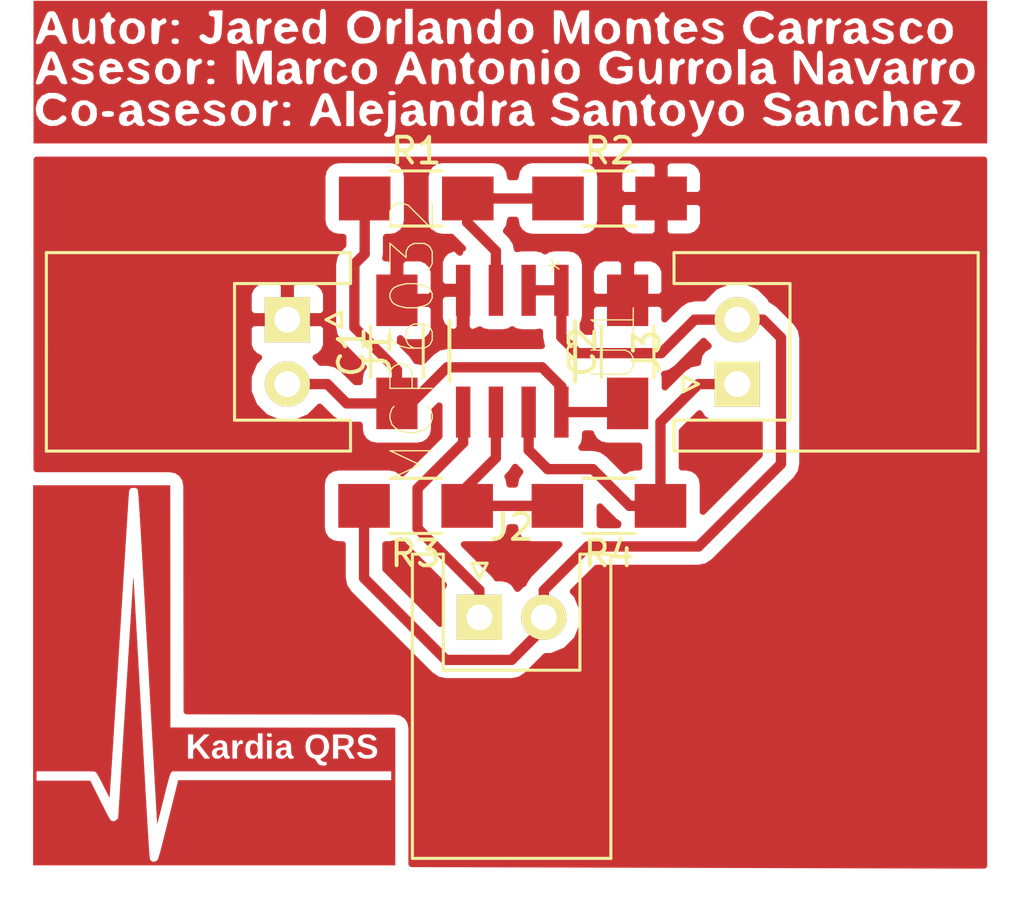
<source format=kicad_pcb>
(kicad_pcb (version 4) (host pcbnew 4.0.7)

  (general
    (links 19)
    (no_connects 0)
    (area 136.375 85.832825 176.475 121.325)
    (thickness 1.6)
    (drawings 0)
    (tracks 59)
    (zones 0)
    (modules 12)
    (nets 8)
  )

  (page A4)
  (title_block
    (title "Kardia QRS")
    (date 2019-04-11)
    (rev V2.0)
    (comment 2 creativecommons.org/licenses/by-nc-sa/4.0/)
    (comment 3 "License: CC BY-NC-SA")
    (comment 4 "Author: Jared Orlando MOntes Carrasco")
  )

  (layers
    (0 F.Cu signal)
    (31 B.Cu signal)
    (32 B.Adhes user)
    (33 F.Adhes user)
    (34 B.Paste user)
    (35 F.Paste user)
    (36 B.SilkS user)
    (37 F.SilkS user)
    (38 B.Mask user)
    (39 F.Mask user)
    (40 Dwgs.User user)
    (41 Cmts.User user)
    (42 Eco1.User user)
    (43 Eco2.User user)
    (44 Edge.Cuts user)
    (45 Margin user)
    (46 B.CrtYd user)
    (47 F.CrtYd user)
    (48 B.Fab user)
    (49 F.Fab user)
  )

  (setup
    (last_trace_width 0.25)
    (user_trace_width 0.4)
    (trace_clearance 0.2)
    (zone_clearance 0.508)
    (zone_45_only no)
    (trace_min 0.2)
    (segment_width 0.2)
    (edge_width 0.15)
    (via_size 0.6)
    (via_drill 0.4)
    (via_min_size 0.4)
    (via_min_drill 0.3)
    (uvia_size 0.3)
    (uvia_drill 0.1)
    (uvias_allowed no)
    (uvia_min_size 0.2)
    (uvia_min_drill 0.1)
    (pcb_text_width 0.3)
    (pcb_text_size 1.5 1.5)
    (mod_edge_width 0.15)
    (mod_text_size 1 1)
    (mod_text_width 0.15)
    (pad_size 2 1.7)
    (pad_drill 0)
    (pad_to_mask_clearance 0.2)
    (aux_axis_origin 0 0)
    (visible_elements FFFFFF7F)
    (pcbplotparams
      (layerselection 0x00000_00000001)
      (usegerberextensions false)
      (excludeedgelayer false)
      (linewidth 0.100000)
      (plotframeref false)
      (viasonmask false)
      (mode 1)
      (useauxorigin false)
      (hpglpennumber 1)
      (hpglpenspeed 20)
      (hpglpendiameter 15)
      (hpglpenoverlay 2)
      (psnegative false)
      (psa4output false)
      (plotreference false)
      (plotvalue false)
      (plotinvisibletext false)
      (padsonsilk false)
      (subtractmaskfromsilk false)
      (outputformat 4)
      (mirror true)
      (drillshape 2)
      (scaleselection 1)
      (outputdirectory ../../../../Desktop/))
  )

  (net 0 "")
  (net 1 VDD)
  (net 2 GND)
  (net 3 "Net-(J2-Pad1)")
  (net 4 "Net-(J2-Pad2)")
  (net 5 "Net-(J3-Pad1)")
  (net 6 "Net-(R1-Pad2)")
  (net 7 "Net-(R3-Pad1)")

  (net_class Default "This is the default net class."
    (clearance 0.2)
    (trace_width 0.25)
    (via_dia 0.6)
    (via_drill 0.4)
    (uvia_dia 0.3)
    (uvia_drill 0.1)
    (add_net GND)
    (add_net "Net-(J2-Pad1)")
    (add_net "Net-(J2-Pad2)")
    (add_net "Net-(J3-Pad1)")
    (add_net "Net-(R1-Pad2)")
    (add_net "Net-(R3-Pad1)")
    (add_net VDD)
  )

  (module Capacitors_SMD:C_1206_HandSoldering (layer F.Cu) (tedit 58AA84D1) (tstamp 5CAFEEA3)
    (at 151.9 99.65 90)
    (descr "Capacitor SMD 1206, hand soldering")
    (tags "capacitor 1206")
    (path /5CAEAB67)
    (attr smd)
    (fp_text reference C1 (at 0 -1.75 90) (layer F.SilkS)
      (effects (font (size 1 1) (thickness 0.15)))
    )
    (fp_text value 0.1μF (at 0 2 90) (layer F.Fab)
      (effects (font (size 1 1) (thickness 0.15)))
    )
    (fp_text user %R (at 0 -1.75 90) (layer F.Fab)
      (effects (font (size 1 1) (thickness 0.15)))
    )
    (fp_line (start -1.6 0.8) (end -1.6 -0.8) (layer F.Fab) (width 0.1))
    (fp_line (start 1.6 0.8) (end -1.6 0.8) (layer F.Fab) (width 0.1))
    (fp_line (start 1.6 -0.8) (end 1.6 0.8) (layer F.Fab) (width 0.1))
    (fp_line (start -1.6 -0.8) (end 1.6 -0.8) (layer F.Fab) (width 0.1))
    (fp_line (start 1 -1.02) (end -1 -1.02) (layer F.SilkS) (width 0.12))
    (fp_line (start -1 1.02) (end 1 1.02) (layer F.SilkS) (width 0.12))
    (fp_line (start -3.25 -1.05) (end 3.25 -1.05) (layer F.CrtYd) (width 0.05))
    (fp_line (start -3.25 -1.05) (end -3.25 1.05) (layer F.CrtYd) (width 0.05))
    (fp_line (start 3.25 1.05) (end 3.25 -1.05) (layer F.CrtYd) (width 0.05))
    (fp_line (start 3.25 1.05) (end -3.25 1.05) (layer F.CrtYd) (width 0.05))
    (pad 1 smd rect (at -2 0 90) (size 2 1.6) (layers F.Cu F.Paste F.Mask)
      (net 1 VDD))
    (pad 2 smd rect (at 2 0 90) (size 2 1.6) (layers F.Cu F.Paste F.Mask)
      (net 2 GND))
    (model Capacitors_SMD.3dshapes/C_1206.wrl
      (at (xyz 0 0 0))
      (scale (xyz 1 1 1))
      (rotate (xyz 0 0 0))
    )
  )

  (module Capacitors_SMD:C_1206_HandSoldering (layer F.Cu) (tedit 58AA84D1) (tstamp 5CAFEEA9)
    (at 160.85 99.65 90)
    (descr "Capacitor SMD 1206, hand soldering")
    (tags "capacitor 1206")
    (path /5CAEAC92)
    (attr smd)
    (fp_text reference C2 (at 0 -1.75 90) (layer F.SilkS)
      (effects (font (size 1 1) (thickness 0.15)))
    )
    (fp_text value 100pF (at 0 2 90) (layer F.Fab)
      (effects (font (size 1 1) (thickness 0.15)))
    )
    (fp_text user %R (at 0 -1.75 90) (layer F.Fab)
      (effects (font (size 1 1) (thickness 0.15)))
    )
    (fp_line (start -1.6 0.8) (end -1.6 -0.8) (layer F.Fab) (width 0.1))
    (fp_line (start 1.6 0.8) (end -1.6 0.8) (layer F.Fab) (width 0.1))
    (fp_line (start 1.6 -0.8) (end 1.6 0.8) (layer F.Fab) (width 0.1))
    (fp_line (start -1.6 -0.8) (end 1.6 -0.8) (layer F.Fab) (width 0.1))
    (fp_line (start 1 -1.02) (end -1 -1.02) (layer F.SilkS) (width 0.12))
    (fp_line (start -1 1.02) (end 1 1.02) (layer F.SilkS) (width 0.12))
    (fp_line (start -3.25 -1.05) (end 3.25 -1.05) (layer F.CrtYd) (width 0.05))
    (fp_line (start -3.25 -1.05) (end -3.25 1.05) (layer F.CrtYd) (width 0.05))
    (fp_line (start 3.25 1.05) (end 3.25 -1.05) (layer F.CrtYd) (width 0.05))
    (fp_line (start 3.25 1.05) (end -3.25 1.05) (layer F.CrtYd) (width 0.05))
    (pad 1 smd rect (at -2 0 90) (size 2 1.6) (layers F.Cu F.Paste F.Mask)
      (net 1 VDD))
    (pad 2 smd rect (at 2 0 90) (size 2 1.6) (layers F.Cu F.Paste F.Mask)
      (net 2 GND))
    (model Capacitors_SMD.3dshapes/C_1206.wrl
      (at (xyz 0 0 0))
      (scale (xyz 1 1 1))
      (rotate (xyz 0 0 0))
    )
  )

  (module Connectors_JST:JST_XH_S02B-XH-A_02x2.50mm_Angled (layer F.Cu) (tedit 58EAE850) (tstamp 5CAFEEAF)
    (at 147.65 98.4 270)
    (descr "JST XH series connector, S02B-XH-A, side entry type, through hole")
    (tags "connector jst xh tht side horizontal angled 2.50mm")
    (path /5CAFD6E4)
    (fp_text reference J1 (at 1.25 -3.5 270) (layer F.SilkS)
      (effects (font (size 1 1) (thickness 0.15)))
    )
    (fp_text value Conn_01x02 (at 1.25 10.3 270) (layer F.Fab)
      (effects (font (size 1 1) (thickness 0.15)))
    )
    (fp_line (start -2.45 -2.3) (end -2.45 9.2) (layer F.Fab) (width 0.1))
    (fp_line (start -2.45 9.2) (end 4.95 9.2) (layer F.Fab) (width 0.1))
    (fp_line (start 4.95 9.2) (end 4.95 -2.3) (layer F.Fab) (width 0.1))
    (fp_line (start 4.95 -2.3) (end -2.45 -2.3) (layer F.Fab) (width 0.1))
    (fp_line (start -2.95 -2.8) (end -2.95 9.7) (layer F.CrtYd) (width 0.05))
    (fp_line (start -2.95 9.7) (end 5.45 9.7) (layer F.CrtYd) (width 0.05))
    (fp_line (start 5.45 9.7) (end 5.45 -2.8) (layer F.CrtYd) (width 0.05))
    (fp_line (start 5.45 -2.8) (end -2.95 -2.8) (layer F.CrtYd) (width 0.05))
    (fp_line (start 1.25 9.35) (end -2.6 9.35) (layer F.SilkS) (width 0.12))
    (fp_line (start -2.6 9.35) (end -2.6 -2.45) (layer F.SilkS) (width 0.12))
    (fp_line (start -2.6 -2.45) (end -1.4 -2.45) (layer F.SilkS) (width 0.12))
    (fp_line (start -1.4 -2.45) (end -1.4 2.05) (layer F.SilkS) (width 0.12))
    (fp_line (start -1.4 2.05) (end 1.25 2.05) (layer F.SilkS) (width 0.12))
    (fp_line (start 1.25 9.35) (end 5.1 9.35) (layer F.SilkS) (width 0.12))
    (fp_line (start 5.1 9.35) (end 5.1 -2.45) (layer F.SilkS) (width 0.12))
    (fp_line (start 5.1 -2.45) (end 3.9 -2.45) (layer F.SilkS) (width 0.12))
    (fp_line (start 3.9 -2.45) (end 3.9 2.05) (layer F.SilkS) (width 0.12))
    (fp_line (start 3.9 2.05) (end 1.25 2.05) (layer F.SilkS) (width 0.12))
    (fp_line (start -0.25 3.45) (end -0.25 8.7) (layer F.Fab) (width 0.1))
    (fp_line (start -0.25 8.7) (end 0.25 8.7) (layer F.Fab) (width 0.1))
    (fp_line (start 0.25 8.7) (end 0.25 3.45) (layer F.Fab) (width 0.1))
    (fp_line (start 0.25 3.45) (end -0.25 3.45) (layer F.Fab) (width 0.1))
    (fp_line (start 2.25 3.45) (end 2.25 8.7) (layer F.Fab) (width 0.1))
    (fp_line (start 2.25 8.7) (end 2.75 8.7) (layer F.Fab) (width 0.1))
    (fp_line (start 2.75 8.7) (end 2.75 3.45) (layer F.Fab) (width 0.1))
    (fp_line (start 2.75 3.45) (end 2.25 3.45) (layer F.Fab) (width 0.1))
    (fp_line (start 0 -1.5) (end -0.3 -2.1) (layer F.SilkS) (width 0.12))
    (fp_line (start -0.3 -2.1) (end 0.3 -2.1) (layer F.SilkS) (width 0.12))
    (fp_line (start 0.3 -2.1) (end 0 -1.5) (layer F.SilkS) (width 0.12))
    (fp_line (start 0 -1.5) (end -0.3 -2.1) (layer F.Fab) (width 0.1))
    (fp_line (start -0.3 -2.1) (end 0.3 -2.1) (layer F.Fab) (width 0.1))
    (fp_line (start 0.3 -2.1) (end 0 -1.5) (layer F.Fab) (width 0.1))
    (fp_text user %R (at 1.25 2.25 270) (layer F.Fab)
      (effects (font (size 1 1) (thickness 0.15)))
    )
    (pad 1 thru_hole rect (at 0 0 270) (size 1.75 1.75) (drill 1) (layers *.Cu *.Mask F.SilkS)
      (net 2 GND))
    (pad 2 thru_hole circle (at 2.5 0 270) (size 1.75 1.75) (drill 1) (layers *.Cu *.Mask F.SilkS)
      (net 1 VDD))
    (model Connectors_JST.3dshapes/JST_XH_S02B-XH-A_02x2.50mm_Angled.wrl
      (at (xyz 0 0 0))
      (scale (xyz 1 1 1))
      (rotate (xyz 0 0 0))
    )
  )

  (module Connectors_JST:JST_XH_S02B-XH-A_02x2.50mm_Angled (layer F.Cu) (tedit 58EAE850) (tstamp 5CAFEEB5)
    (at 155.1 109.95)
    (descr "JST XH series connector, S02B-XH-A, side entry type, through hole")
    (tags "connector jst xh tht side horizontal angled 2.50mm")
    (path /5CAE660F)
    (fp_text reference J2 (at 1.25 -3.5) (layer F.SilkS)
      (effects (font (size 1 1) (thickness 0.15)))
    )
    (fp_text value Conn_01x02 (at 1.25 10.3) (layer F.Fab)
      (effects (font (size 1 1) (thickness 0.15)))
    )
    (fp_line (start -2.45 -2.3) (end -2.45 9.2) (layer F.Fab) (width 0.1))
    (fp_line (start -2.45 9.2) (end 4.95 9.2) (layer F.Fab) (width 0.1))
    (fp_line (start 4.95 9.2) (end 4.95 -2.3) (layer F.Fab) (width 0.1))
    (fp_line (start 4.95 -2.3) (end -2.45 -2.3) (layer F.Fab) (width 0.1))
    (fp_line (start -2.95 -2.8) (end -2.95 9.7) (layer F.CrtYd) (width 0.05))
    (fp_line (start -2.95 9.7) (end 5.45 9.7) (layer F.CrtYd) (width 0.05))
    (fp_line (start 5.45 9.7) (end 5.45 -2.8) (layer F.CrtYd) (width 0.05))
    (fp_line (start 5.45 -2.8) (end -2.95 -2.8) (layer F.CrtYd) (width 0.05))
    (fp_line (start 1.25 9.35) (end -2.6 9.35) (layer F.SilkS) (width 0.12))
    (fp_line (start -2.6 9.35) (end -2.6 -2.45) (layer F.SilkS) (width 0.12))
    (fp_line (start -2.6 -2.45) (end -1.4 -2.45) (layer F.SilkS) (width 0.12))
    (fp_line (start -1.4 -2.45) (end -1.4 2.05) (layer F.SilkS) (width 0.12))
    (fp_line (start -1.4 2.05) (end 1.25 2.05) (layer F.SilkS) (width 0.12))
    (fp_line (start 1.25 9.35) (end 5.1 9.35) (layer F.SilkS) (width 0.12))
    (fp_line (start 5.1 9.35) (end 5.1 -2.45) (layer F.SilkS) (width 0.12))
    (fp_line (start 5.1 -2.45) (end 3.9 -2.45) (layer F.SilkS) (width 0.12))
    (fp_line (start 3.9 -2.45) (end 3.9 2.05) (layer F.SilkS) (width 0.12))
    (fp_line (start 3.9 2.05) (end 1.25 2.05) (layer F.SilkS) (width 0.12))
    (fp_line (start -0.25 3.45) (end -0.25 8.7) (layer F.Fab) (width 0.1))
    (fp_line (start -0.25 8.7) (end 0.25 8.7) (layer F.Fab) (width 0.1))
    (fp_line (start 0.25 8.7) (end 0.25 3.45) (layer F.Fab) (width 0.1))
    (fp_line (start 0.25 3.45) (end -0.25 3.45) (layer F.Fab) (width 0.1))
    (fp_line (start 2.25 3.45) (end 2.25 8.7) (layer F.Fab) (width 0.1))
    (fp_line (start 2.25 8.7) (end 2.75 8.7) (layer F.Fab) (width 0.1))
    (fp_line (start 2.75 8.7) (end 2.75 3.45) (layer F.Fab) (width 0.1))
    (fp_line (start 2.75 3.45) (end 2.25 3.45) (layer F.Fab) (width 0.1))
    (fp_line (start 0 -1.5) (end -0.3 -2.1) (layer F.SilkS) (width 0.12))
    (fp_line (start -0.3 -2.1) (end 0.3 -2.1) (layer F.SilkS) (width 0.12))
    (fp_line (start 0.3 -2.1) (end 0 -1.5) (layer F.SilkS) (width 0.12))
    (fp_line (start 0 -1.5) (end -0.3 -2.1) (layer F.Fab) (width 0.1))
    (fp_line (start -0.3 -2.1) (end 0.3 -2.1) (layer F.Fab) (width 0.1))
    (fp_line (start 0.3 -2.1) (end 0 -1.5) (layer F.Fab) (width 0.1))
    (fp_text user %R (at 1.25 2.25) (layer F.Fab)
      (effects (font (size 1 1) (thickness 0.15)))
    )
    (pad 1 thru_hole rect (at 0 0) (size 1.75 1.75) (drill 1) (layers *.Cu *.Mask F.SilkS)
      (net 3 "Net-(J2-Pad1)"))
    (pad 2 thru_hole circle (at 2.5 0) (size 1.75 1.75) (drill 1) (layers *.Cu *.Mask F.SilkS)
      (net 4 "Net-(J2-Pad2)"))
    (model Connectors_JST.3dshapes/JST_XH_S02B-XH-A_02x2.50mm_Angled.wrl
      (at (xyz 0 0 0))
      (scale (xyz 1 1 1))
      (rotate (xyz 0 0 0))
    )
  )

  (module Connectors_JST:JST_XH_S02B-XH-A_02x2.50mm_Angled (layer F.Cu) (tedit 58EAE850) (tstamp 5CAFEEBB)
    (at 165.1 100.9 90)
    (descr "JST XH series connector, S02B-XH-A, side entry type, through hole")
    (tags "connector jst xh tht side horizontal angled 2.50mm")
    (path /5CAE6D45)
    (fp_text reference J3 (at 1.25 -3.5 90) (layer F.SilkS)
      (effects (font (size 1 1) (thickness 0.15)))
    )
    (fp_text value Conn_01x02 (at 1.25 10.3 90) (layer F.Fab)
      (effects (font (size 1 1) (thickness 0.15)))
    )
    (fp_line (start -2.45 -2.3) (end -2.45 9.2) (layer F.Fab) (width 0.1))
    (fp_line (start -2.45 9.2) (end 4.95 9.2) (layer F.Fab) (width 0.1))
    (fp_line (start 4.95 9.2) (end 4.95 -2.3) (layer F.Fab) (width 0.1))
    (fp_line (start 4.95 -2.3) (end -2.45 -2.3) (layer F.Fab) (width 0.1))
    (fp_line (start -2.95 -2.8) (end -2.95 9.7) (layer F.CrtYd) (width 0.05))
    (fp_line (start -2.95 9.7) (end 5.45 9.7) (layer F.CrtYd) (width 0.05))
    (fp_line (start 5.45 9.7) (end 5.45 -2.8) (layer F.CrtYd) (width 0.05))
    (fp_line (start 5.45 -2.8) (end -2.95 -2.8) (layer F.CrtYd) (width 0.05))
    (fp_line (start 1.25 9.35) (end -2.6 9.35) (layer F.SilkS) (width 0.12))
    (fp_line (start -2.6 9.35) (end -2.6 -2.45) (layer F.SilkS) (width 0.12))
    (fp_line (start -2.6 -2.45) (end -1.4 -2.45) (layer F.SilkS) (width 0.12))
    (fp_line (start -1.4 -2.45) (end -1.4 2.05) (layer F.SilkS) (width 0.12))
    (fp_line (start -1.4 2.05) (end 1.25 2.05) (layer F.SilkS) (width 0.12))
    (fp_line (start 1.25 9.35) (end 5.1 9.35) (layer F.SilkS) (width 0.12))
    (fp_line (start 5.1 9.35) (end 5.1 -2.45) (layer F.SilkS) (width 0.12))
    (fp_line (start 5.1 -2.45) (end 3.9 -2.45) (layer F.SilkS) (width 0.12))
    (fp_line (start 3.9 -2.45) (end 3.9 2.05) (layer F.SilkS) (width 0.12))
    (fp_line (start 3.9 2.05) (end 1.25 2.05) (layer F.SilkS) (width 0.12))
    (fp_line (start -0.25 3.45) (end -0.25 8.7) (layer F.Fab) (width 0.1))
    (fp_line (start -0.25 8.7) (end 0.25 8.7) (layer F.Fab) (width 0.1))
    (fp_line (start 0.25 8.7) (end 0.25 3.45) (layer F.Fab) (width 0.1))
    (fp_line (start 0.25 3.45) (end -0.25 3.45) (layer F.Fab) (width 0.1))
    (fp_line (start 2.25 3.45) (end 2.25 8.7) (layer F.Fab) (width 0.1))
    (fp_line (start 2.25 8.7) (end 2.75 8.7) (layer F.Fab) (width 0.1))
    (fp_line (start 2.75 8.7) (end 2.75 3.45) (layer F.Fab) (width 0.1))
    (fp_line (start 2.75 3.45) (end 2.25 3.45) (layer F.Fab) (width 0.1))
    (fp_line (start 0 -1.5) (end -0.3 -2.1) (layer F.SilkS) (width 0.12))
    (fp_line (start -0.3 -2.1) (end 0.3 -2.1) (layer F.SilkS) (width 0.12))
    (fp_line (start 0.3 -2.1) (end 0 -1.5) (layer F.SilkS) (width 0.12))
    (fp_line (start 0 -1.5) (end -0.3 -2.1) (layer F.Fab) (width 0.1))
    (fp_line (start -0.3 -2.1) (end 0.3 -2.1) (layer F.Fab) (width 0.1))
    (fp_line (start 0.3 -2.1) (end 0 -1.5) (layer F.Fab) (width 0.1))
    (fp_text user %R (at 1.25 2.25 90) (layer F.Fab)
      (effects (font (size 1 1) (thickness 0.15)))
    )
    (pad 1 thru_hole rect (at 0 0 90) (size 1.75 1.75) (drill 1) (layers *.Cu *.Mask F.SilkS)
      (net 5 "Net-(J3-Pad1)"))
    (pad 2 thru_hole circle (at 2.5 0 90) (size 1.75 1.75) (drill 1) (layers *.Cu *.Mask F.SilkS)
      (net 4 "Net-(J2-Pad2)"))
    (model Connectors_JST.3dshapes/JST_XH_S02B-XH-A_02x2.50mm_Angled.wrl
      (at (xyz 0 0 0))
      (scale (xyz 1 1 1))
      (rotate (xyz 0 0 0))
    )
  )

  (module Resistors_SMD:R_1206_HandSoldering (layer F.Cu) (tedit 58E0A804) (tstamp 5CAFEEC1)
    (at 152.65 93.7)
    (descr "Resistor SMD 1206, hand soldering")
    (tags "resistor 1206")
    (path /5CAE4F3C)
    (attr smd)
    (fp_text reference R1 (at 0 -1.85) (layer F.SilkS)
      (effects (font (size 1 1) (thickness 0.15)))
    )
    (fp_text value 100k (at 0 1.9) (layer F.Fab)
      (effects (font (size 1 1) (thickness 0.15)))
    )
    (fp_text user %R (at 0 0) (layer F.Fab)
      (effects (font (size 0.7 0.7) (thickness 0.105)))
    )
    (fp_line (start -1.6 0.8) (end -1.6 -0.8) (layer F.Fab) (width 0.1))
    (fp_line (start 1.6 0.8) (end -1.6 0.8) (layer F.Fab) (width 0.1))
    (fp_line (start 1.6 -0.8) (end 1.6 0.8) (layer F.Fab) (width 0.1))
    (fp_line (start -1.6 -0.8) (end 1.6 -0.8) (layer F.Fab) (width 0.1))
    (fp_line (start 1 1.07) (end -1 1.07) (layer F.SilkS) (width 0.12))
    (fp_line (start -1 -1.07) (end 1 -1.07) (layer F.SilkS) (width 0.12))
    (fp_line (start -3.25 -1.11) (end 3.25 -1.11) (layer F.CrtYd) (width 0.05))
    (fp_line (start -3.25 -1.11) (end -3.25 1.1) (layer F.CrtYd) (width 0.05))
    (fp_line (start 3.25 1.1) (end 3.25 -1.11) (layer F.CrtYd) (width 0.05))
    (fp_line (start 3.25 1.1) (end -3.25 1.1) (layer F.CrtYd) (width 0.05))
    (pad 1 smd rect (at -2 0) (size 2 1.7) (layers F.Cu F.Paste F.Mask)
      (net 1 VDD))
    (pad 2 smd rect (at 2 0) (size 2 1.7) (layers F.Cu F.Paste F.Mask)
      (net 6 "Net-(R1-Pad2)"))
    (model ${KISYS3DMOD}/Resistors_SMD.3dshapes/R_1206.wrl
      (at (xyz 0 0 0))
      (scale (xyz 1 1 1))
      (rotate (xyz 0 0 0))
    )
  )

  (module Resistors_SMD:R_1206_HandSoldering (layer F.Cu) (tedit 5CB2268F) (tstamp 5CAFEEC7)
    (at 160.15 93.7)
    (descr "Resistor SMD 1206, hand soldering")
    (tags "resistor 1206")
    (path /5CAE5052)
    (attr smd)
    (fp_text reference R2 (at 0 -1.85) (layer F.SilkS)
      (effects (font (size 1 1) (thickness 0.15)))
    )
    (fp_text value 100k (at 0 1.9) (layer F.Fab)
      (effects (font (size 1 1) (thickness 0.15)))
    )
    (fp_text user %R (at 0 0) (layer F.Fab)
      (effects (font (size 0.7 0.7) (thickness 0.105)))
    )
    (fp_line (start -1.6 0.8) (end -1.6 -0.8) (layer F.Fab) (width 0.1))
    (fp_line (start 1.6 0.8) (end -1.6 0.8) (layer F.Fab) (width 0.1))
    (fp_line (start 1.6 -0.8) (end 1.6 0.8) (layer F.Fab) (width 0.1))
    (fp_line (start -1.6 -0.8) (end 1.6 -0.8) (layer F.Fab) (width 0.1))
    (fp_line (start 1 1.07) (end -1 1.07) (layer F.SilkS) (width 0.12))
    (fp_line (start -1 -1.07) (end 1 -1.07) (layer F.SilkS) (width 0.12))
    (fp_line (start -3.25 -1.11) (end 3.25 -1.11) (layer F.CrtYd) (width 0.05))
    (fp_line (start -3.25 -1.11) (end -3.25 1.1) (layer F.CrtYd) (width 0.05))
    (fp_line (start 3.25 1.1) (end 3.25 -1.11) (layer F.CrtYd) (width 0.05))
    (fp_line (start 3.25 1.1) (end -3.25 1.1) (layer F.CrtYd) (width 0.05))
    (pad 1 smd rect (at -2 0) (size 2 1.7) (layers F.Cu F.Paste F.Mask)
      (net 6 "Net-(R1-Pad2)"))
    (pad 2 smd rect (at 2 0) (size 2 1.7) (layers F.Cu F.Paste F.Mask)
      (net 2 GND))
    (model ${KISYS3DMOD}/Resistors_SMD.3dshapes/R_1206.wrl
      (at (xyz 0 0 0))
      (scale (xyz 1 1 1))
      (rotate (xyz 0 0 0))
    )
  )

  (module Resistors_SMD:R_1206_HandSoldering (layer F.Cu) (tedit 58E0A804) (tstamp 5CAFEECD)
    (at 152.625 105.625 180)
    (descr "Resistor SMD 1206, hand soldering")
    (tags "resistor 1206")
    (path /5CAE50C1)
    (attr smd)
    (fp_text reference R3 (at 0 -1.85 180) (layer F.SilkS)
      (effects (font (size 1 1) (thickness 0.15)))
    )
    (fp_text value 500 (at 0 1.9 180) (layer F.Fab)
      (effects (font (size 1 1) (thickness 0.15)))
    )
    (fp_text user %R (at 0 0 180) (layer F.Fab)
      (effects (font (size 0.7 0.7) (thickness 0.105)))
    )
    (fp_line (start -1.6 0.8) (end -1.6 -0.8) (layer F.Fab) (width 0.1))
    (fp_line (start 1.6 0.8) (end -1.6 0.8) (layer F.Fab) (width 0.1))
    (fp_line (start 1.6 -0.8) (end 1.6 0.8) (layer F.Fab) (width 0.1))
    (fp_line (start -1.6 -0.8) (end 1.6 -0.8) (layer F.Fab) (width 0.1))
    (fp_line (start 1 1.07) (end -1 1.07) (layer F.SilkS) (width 0.12))
    (fp_line (start -1 -1.07) (end 1 -1.07) (layer F.SilkS) (width 0.12))
    (fp_line (start -3.25 -1.11) (end 3.25 -1.11) (layer F.CrtYd) (width 0.05))
    (fp_line (start -3.25 -1.11) (end -3.25 1.1) (layer F.CrtYd) (width 0.05))
    (fp_line (start 3.25 1.1) (end 3.25 -1.11) (layer F.CrtYd) (width 0.05))
    (fp_line (start 3.25 1.1) (end -3.25 1.1) (layer F.CrtYd) (width 0.05))
    (pad 1 smd rect (at -2 0 180) (size 2 1.7) (layers F.Cu F.Paste F.Mask)
      (net 7 "Net-(R3-Pad1)"))
    (pad 2 smd rect (at 2 0 180) (size 2 1.7) (layers F.Cu F.Paste F.Mask)
      (net 4 "Net-(J2-Pad2)"))
    (model ${KISYS3DMOD}/Resistors_SMD.3dshapes/R_1206.wrl
      (at (xyz 0 0 0))
      (scale (xyz 1 1 1))
      (rotate (xyz 0 0 0))
    )
  )

  (module Resistors_SMD:R_1206_HandSoldering (layer F.Cu) (tedit 58E0A804) (tstamp 5CAFEED3)
    (at 160.125 105.625 180)
    (descr "Resistor SMD 1206, hand soldering")
    (tags "resistor 1206")
    (path /5CAE532F)
    (attr smd)
    (fp_text reference R4 (at 0 -1.85 180) (layer F.SilkS)
      (effects (font (size 1 1) (thickness 0.15)))
    )
    (fp_text value 5k (at 0 1.9 180) (layer F.Fab)
      (effects (font (size 1 1) (thickness 0.15)))
    )
    (fp_text user %R (at 0 0 180) (layer F.Fab)
      (effects (font (size 0.7 0.7) (thickness 0.105)))
    )
    (fp_line (start -1.6 0.8) (end -1.6 -0.8) (layer F.Fab) (width 0.1))
    (fp_line (start 1.6 0.8) (end -1.6 0.8) (layer F.Fab) (width 0.1))
    (fp_line (start 1.6 -0.8) (end 1.6 0.8) (layer F.Fab) (width 0.1))
    (fp_line (start -1.6 -0.8) (end 1.6 -0.8) (layer F.Fab) (width 0.1))
    (fp_line (start 1 1.07) (end -1 1.07) (layer F.SilkS) (width 0.12))
    (fp_line (start -1 -1.07) (end 1 -1.07) (layer F.SilkS) (width 0.12))
    (fp_line (start -3.25 -1.11) (end 3.25 -1.11) (layer F.CrtYd) (width 0.05))
    (fp_line (start -3.25 -1.11) (end -3.25 1.1) (layer F.CrtYd) (width 0.05))
    (fp_line (start 3.25 1.1) (end 3.25 -1.11) (layer F.CrtYd) (width 0.05))
    (fp_line (start 3.25 1.1) (end -3.25 1.1) (layer F.CrtYd) (width 0.05))
    (pad 1 smd rect (at -2 0 180) (size 2 1.7) (layers F.Cu F.Paste F.Mask)
      (net 5 "Net-(J3-Pad1)"))
    (pad 2 smd rect (at 2 0 180) (size 2 1.7) (layers F.Cu F.Paste F.Mask)
      (net 7 "Net-(R3-Pad1)"))
    (model ${KISYS3DMOD}/Resistors_SMD.3dshapes/R_1206.wrl
      (at (xyz 0 0 0))
      (scale (xyz 1 1 1))
      (rotate (xyz 0 0 0))
    )
  )

  (module mcp6032_SOIC:SOIC127P600X175-8N (layer F.Cu) (tedit 5CB75DE7) (tstamp 5CAFEEDF)
    (at 156.375 99.625 270)
    (path /5CAE4D2F)
    (attr smd)
    (fp_text reference U1 (at -0.3556 -3.937 270) (layer F.SilkS)
      (effects (font (size 1.64 1.64) (thickness 0.05)))
    )
    (fp_text value MCP6032 (at -0.3556 3.8608 270) (layer F.SilkS)
      (effects (font (size 1.64 1.64) (thickness 0.05)))
    )
    (fp_line (start -1.9558 -1.651) (end -1.9558 -2.159) (layer Eco2.User) (width 0.1524))
    (fp_line (start -1.9558 -2.159) (end -2.9972 -2.159) (layer Eco2.User) (width 0.1524))
    (fp_line (start -2.9972 -2.159) (end -2.9972 -1.651) (layer Eco2.User) (width 0.1524))
    (fp_line (start -2.9972 -1.651) (end -1.9558 -1.651) (layer Eco2.User) (width 0.1524))
    (fp_line (start -1.9558 -0.381) (end -1.9558 -0.889) (layer Eco2.User) (width 0.1524))
    (fp_line (start -1.9558 -0.889) (end -2.9972 -0.889) (layer Eco2.User) (width 0.1524))
    (fp_line (start -2.9972 -0.889) (end -2.9972 -0.381) (layer Eco2.User) (width 0.1524))
    (fp_line (start -2.9972 -0.381) (end -1.9558 -0.381) (layer Eco2.User) (width 0.1524))
    (fp_line (start -1.9558 0.889) (end -1.9558 0.381) (layer Eco2.User) (width 0.1524))
    (fp_line (start -1.9558 0.381) (end -2.9972 0.381) (layer Eco2.User) (width 0.1524))
    (fp_line (start -2.9972 0.381) (end -2.9972 0.889) (layer Eco2.User) (width 0.1524))
    (fp_line (start -2.9972 0.889) (end -1.9558 0.889) (layer Eco2.User) (width 0.1524))
    (fp_line (start -1.9558 2.159) (end -1.9558 1.651) (layer Eco2.User) (width 0.1524))
    (fp_line (start -1.9558 1.651) (end -2.9972 1.651) (layer Eco2.User) (width 0.1524))
    (fp_line (start -2.9972 1.651) (end -2.9972 2.159) (layer Eco2.User) (width 0.1524))
    (fp_line (start -2.9972 2.159) (end -1.9558 2.159) (layer Eco2.User) (width 0.1524))
    (fp_line (start 1.9558 1.651) (end 1.9558 2.159) (layer Eco2.User) (width 0.1524))
    (fp_line (start 1.9558 2.159) (end 2.9972 2.159) (layer Eco2.User) (width 0.1524))
    (fp_line (start 2.9972 2.159) (end 2.9972 1.651) (layer Eco2.User) (width 0.1524))
    (fp_line (start 2.9972 1.651) (end 1.9558 1.651) (layer Eco2.User) (width 0.1524))
    (fp_line (start 1.9558 0.381) (end 1.9558 0.889) (layer Eco2.User) (width 0.1524))
    (fp_line (start 1.9558 0.889) (end 2.9972 0.889) (layer Eco2.User) (width 0.1524))
    (fp_line (start 2.9972 0.889) (end 2.9972 0.381) (layer Eco2.User) (width 0.1524))
    (fp_line (start 2.9972 0.381) (end 1.9558 0.381) (layer Eco2.User) (width 0.1524))
    (fp_line (start 1.9558 -0.889) (end 1.9558 -0.381) (layer Eco2.User) (width 0.1524))
    (fp_line (start 1.9558 -0.381) (end 2.9972 -0.381) (layer Eco2.User) (width 0.1524))
    (fp_line (start 2.9972 -0.381) (end 2.9972 -0.889) (layer Eco2.User) (width 0.1524))
    (fp_line (start 2.9972 -0.889) (end 1.9558 -0.889) (layer Eco2.User) (width 0.1524))
    (fp_line (start 1.9558 -2.159) (end 1.9558 -1.651) (layer Eco2.User) (width 0.1524))
    (fp_line (start 1.9558 -1.651) (end 2.9972 -1.651) (layer Eco2.User) (width 0.1524))
    (fp_line (start 2.9972 -1.651) (end 2.9972 -2.159) (layer Eco2.User) (width 0.1524))
    (fp_line (start 2.9972 -2.159) (end 1.9558 -2.159) (layer Eco2.User) (width 0.1524))
    (fp_line (start -1.9558 2.4384) (end 1.9558 2.4384) (layer Eco2.User) (width 0.1524))
    (fp_line (start 1.9558 2.4384) (end 1.9558 -2.4384) (layer Eco2.User) (width 0.1524))
    (fp_line (start 1.9558 -2.4384) (end 0.3048 -2.4384) (layer Eco2.User) (width 0.1524))
    (fp_line (start 0.3048 -2.4384) (end -0.3048 -2.4384) (layer Eco2.User) (width 0.1524))
    (fp_line (start -0.3048 -2.4384) (end -1.9558 -2.4384) (layer Eco2.User) (width 0.1524))
    (fp_line (start -1.9558 -2.4384) (end -1.9558 2.4384) (layer Eco2.User) (width 0.1524))
    (fp_arc (start 0 -2.4384) (end -0.3048 -2.4384) (angle -180) (layer Eco2.User) (width 0))
    (fp_text user * (at -3.325 -1.925 270) (layer Edge.Cuts)
      (effects (font (size 1 1) (thickness 0.05)))
    )
    (fp_line (start -1.1684 2.4384) (end 1.1684 2.4384) (layer F.SilkS) (width 0.1524))
    (fp_line (start 1.1684 -2.4384) (end 0.3048 -2.4384) (layer F.SilkS) (width 0.1524))
    (fp_line (start 0.3048 -2.4384) (end -0.3048 -2.4384) (layer F.SilkS) (width 0.1524))
    (fp_line (start -0.3048 -2.4384) (end -1.1684 -2.4384) (layer F.SilkS) (width 0.1524))
    (fp_arc (start 0 -2.4384) (end -0.3048 -2.4384) (angle -180) (layer F.SilkS) (width 0))
    (fp_text user * (at -3.325 -1.925 270) (layer F.SilkS)
      (effects (font (size 1 1) (thickness 0.05)))
    )
    (pad 1 smd rect (at -2.3622 -1.905 270) (size 1.9812 0.5588) (layers F.Cu F.Paste F.Mask)
      (net 4 "Net-(J2-Pad2)"))
    (pad 2 smd rect (at -2.3622 -0.635 270) (size 1.9812 0.5588) (layers F.Cu F.Paste F.Mask)
      (net 4 "Net-(J2-Pad2)"))
    (pad 3 smd rect (at -2.3622 0.635 270) (size 1.9812 0.5588) (layers F.Cu F.Paste F.Mask)
      (net 6 "Net-(R1-Pad2)"))
    (pad 4 smd rect (at -2.3622 1.905 270) (size 1.9812 0.5588) (layers F.Cu F.Paste F.Mask)
      (net 2 GND))
    (pad 5 smd rect (at 2.3622 1.905 270) (size 1.9812 0.5588) (layers F.Cu F.Paste F.Mask)
      (net 3 "Net-(J2-Pad1)"))
    (pad 6 smd rect (at 2.3622 0.635 270) (size 1.9812 0.5588) (layers F.Cu F.Paste F.Mask)
      (net 7 "Net-(R3-Pad1)"))
    (pad 7 smd rect (at 2.3622 -0.635 270) (size 1.9812 0.5588) (layers F.Cu F.Paste F.Mask)
      (net 5 "Net-(J3-Pad1)"))
    (pad 8 smd rect (at 2.3622 -1.905 270) (size 1.9812 0.5588) (layers F.Cu F.Paste F.Mask)
      (net 1 VDD))
  )

  (module names:names (layer F.Cu) (tedit 0) (tstamp 5CF3F359)
    (at 156.3 88.8)
    (fp_text reference n*** (at 0 0) (layer F.SilkS) hide
      (effects (font (thickness 0.3)))
    )
    (fp_text value names (at 0.75 0) (layer F.SilkS) hide
      (effects (font (thickness 0.3)))
    )
    (fp_poly (pts (xy 18.494563 2.762175) (xy -18.494562 2.762175) (xy -18.494562 2.406236) (xy -4.905197 2.406236)
      (xy -4.89874 2.454032) (xy -4.800604 2.515298) (xy -4.662315 2.511465) (xy -4.539864 2.449399)
      (xy -4.505659 2.405839) (xy -4.479122 2.298055) (xy -4.458234 2.102448) (xy -4.445773 1.851257)
      (xy -4.445091 1.801419) (xy -4.263357 1.801419) (xy -4.237142 1.947854) (xy -4.1913 2.029599)
      (xy -4.057016 2.091868) (xy -3.886188 2.091154) (xy -3.742625 2.030408) (xy -3.719782 2.00779)
      (xy -3.652475 1.944861) (xy -3.605077 1.980909) (xy -3.589352 2.00779) (xy -3.503722 2.078004)
      (xy -3.384591 2.100867) (xy -3.28127 2.07584) (xy -3.242553 2.011584) (xy -3.274977 1.931675)
      (xy -3.3026 1.921513) (xy -3.336854 1.867509) (xy -3.358595 1.729427) (xy -3.362648 1.621277)
      (xy -3.366737 1.591253) (xy -3.122458 1.591253) (xy -3.12108 1.838414) (xy -3.112283 1.989257)
      (xy -3.089074 2.067561) (xy -3.04446 2.097101) (xy -2.97234 2.101655) (xy -2.88849 2.093812)
      (xy -2.843596 2.051296) (xy -2.825545 1.945629) (xy -2.822222 1.748724) (xy -2.802443 1.492101)
      (xy -2.746254 1.3315) (xy -2.658383 1.274401) (xy -2.552009 1.321041) (xy -2.490609 1.435738)
      (xy -2.463618 1.654306) (xy -2.461938 1.748724) (xy -2.458602 1.945857) (xy -2.440518 2.051404)
      (xy -2.395573 2.093844) (xy -2.31182 2.101655) (xy -2.225459 2.092945) (xy -2.180723 2.047112)
      (xy -2.164019 1.934603) (xy -2.161702 1.775304) (xy -2.174059 1.591253) (xy -1.951536 1.591253)
      (xy -1.912136 1.840685) (xy -1.804444 2.012014) (xy -1.644222 2.092939) (xy -1.447233 2.071159)
      (xy -1.37714 2.039495) (xy -1.281544 2.008006) (xy -1.260993 2.039495) (xy -1.21072 2.089992)
      (xy -1.140898 2.101655) (xy -1.089298 2.094332) (xy -1.05505 2.058816) (xy -1.034619 1.97479)
      (xy -1.024471 1.821936) (xy -1.021234 1.591253) (xy -0.720567 1.591253) (xy -0.71912 1.838436)
      (xy -0.710207 1.989296) (xy -0.68697 2.067605) (xy -0.642551 2.097134) (xy -0.573314 2.101655)
      (xy -0.492458 2.093114) (xy -0.446212 2.049121) (xy -0.422454 1.942126) (xy -0.412915 1.801419)
      (xy -0.060047 1.801419) (xy -0.033833 1.947854) (xy 0.01201 2.029599) (xy 0.146294 2.091868)
      (xy 0.317121 2.091154) (xy 0.460685 2.030408) (xy 0.483527 2.00779) (xy 0.550835 1.944861)
      (xy 0.598233 1.980909) (xy 0.613958 2.00779) (xy 0.699588 2.078004) (xy 0.818719 2.100867)
      (xy 0.92204 2.07584) (xy 0.960757 2.011584) (xy 0.928333 1.931675) (xy 0.900709 1.921513)
      (xy 0.866456 1.867509) (xy 0.856057 1.801464) (xy 1.561229 1.801464) (xy 1.604028 1.870117)
      (xy 1.708191 1.96822) (xy 1.719446 1.977202) (xy 1.926404 2.073559) (xy 2.182643 2.100071)
      (xy 2.437228 2.053075) (xy 2.487983 2.032495) (xy 2.641644 1.906494) (xy 2.670988 1.801419)
      (xy 2.822222 1.801419) (xy 2.848437 1.947854) (xy 2.894279 2.029599) (xy 3.028563 2.091868)
      (xy 3.199391 2.091154) (xy 3.342955 2.030408) (xy 3.365797 2.00779) (xy 3.433104 1.944861)
      (xy 3.480503 1.980909) (xy 3.496228 2.00779) (xy 3.581858 2.078004) (xy 3.700989 2.100867)
      (xy 3.80431 2.07584) (xy 3.843026 2.011584) (xy 3.810602 1.931675) (xy 3.782979 1.921513)
      (xy 3.748725 1.867509) (xy 3.726984 1.729427) (xy 3.722932 1.621277) (xy 3.718843 1.591253)
      (xy 3.963121 1.591253) (xy 3.964499 1.838414) (xy 3.973296 1.989257) (xy 3.996505 2.067561)
      (xy 4.041119 2.097101) (xy 4.113239 2.101655) (xy 4.197089 2.093812) (xy 4.241983 2.051296)
      (xy 4.260035 1.945629) (xy 4.263357 1.748724) (xy 4.279624 1.494633) (xy 4.329687 1.347324)
      (xy 4.353428 1.321041) (xy 4.466596 1.274842) (xy 4.552489 1.339122) (xy 4.606381 1.506402)
      (xy 4.623641 1.748724) (xy 4.626977 1.945857) (xy 4.645061 2.051404) (xy 4.690006 2.093844)
      (xy 4.773759 2.101655) (xy 4.86012 2.092945) (xy 4.904856 2.047112) (xy 4.921561 1.934603)
      (xy 4.923877 1.775304) (xy 4.90189 1.447837) (xy 4.833727 1.228334) (xy 4.775382 1.170922)
      (xy 5.043972 1.170922) (xy 5.076396 1.250831) (xy 5.104019 1.260993) (xy 5.140049 1.314615)
      (xy 5.161477 1.450078) (xy 5.164066 1.527297) (xy 5.18382 1.812224) (xy 5.247065 1.994554)
      (xy 5.359778 2.085776) (xy 5.462817 2.101655) (xy 5.603014 2.076698) (xy 5.644445 2.018009)
      (xy 5.596009 1.92531) (xy 5.554374 1.899799) (xy 5.493791 1.828427) (xy 5.466738 1.66371)
      (xy 5.465555 1.614817) (xy 5.779856 1.614817) (xy 5.830904 1.822116) (xy 5.957019 1.98295)
      (xy 6.136059 2.080748) (xy 6.345881 2.098936) (xy 6.564343 2.020943) (xy 6.627127 1.977202)
      (xy 6.733933 1.865534) (xy 6.778961 1.723326) (xy 6.785343 1.591253) (xy 6.768611 1.401565)
      (xy 6.703999 1.27632) (xy 6.627127 1.205304) (xy 6.406629 1.093834) (xy 6.182704 1.084309)
      (xy 5.984261 1.17051) (xy 5.840209 1.34622) (xy 5.82602 1.377628) (xy 5.779856 1.614817)
      (xy 5.465555 1.614817) (xy 5.464303 1.563114) (xy 5.473833 1.373647) (xy 5.50686 1.280763)
      (xy 5.554374 1.260993) (xy 5.633982 1.212927) (xy 5.644445 1.170922) (xy 5.596379 1.091314)
      (xy 5.554374 1.080852) (xy 6.9169 1.080852) (xy 7.119887 1.597905) (xy 7.21969 1.867407)
      (xy 7.27134 2.050992) (xy 7.279757 2.170473) (xy 7.262161 2.228402) (xy 7.175935 2.320611)
      (xy 7.11349 2.341844) (xy 7.035725 2.389957) (xy 7.025532 2.431915) (xy 7.071001 2.503722)
      (xy 7.179955 2.519291) (xy 7.311213 2.481275) (xy 7.411152 2.407072) (xy 7.469938 2.310629)
      (xy 7.554926 2.133788) (xy 7.653353 1.907933) (xy 7.752458 1.664448) (xy 7.771257 1.614817)
      (xy 8.061653 1.614817) (xy 8.1127 1.822116) (xy 8.238815 1.98295) (xy 8.417856 2.080748)
      (xy 8.627678 2.098936) (xy 8.84614 2.020943) (xy 8.908924 1.977202) (xy 9.01573 1.865534)
      (xy 9.036016 1.801464) (xy 9.787707 1.801464) (xy 9.830505 1.870117) (xy 9.934668 1.96822)
      (xy 9.945923 1.977202) (xy 10.152882 2.073559) (xy 10.409121 2.100071) (xy 10.663706 2.053075)
      (xy 10.71446 2.032495) (xy 10.868122 1.906494) (xy 10.897466 1.801419) (xy 11.0487 1.801419)
      (xy 11.074914 1.947854) (xy 11.120757 2.029599) (xy 11.255041 2.091868) (xy 11.425868 2.091154)
      (xy 11.569432 2.030408) (xy 11.592274 2.00779) (xy 11.659582 1.944861) (xy 11.70698 1.980909)
      (xy 11.722705 2.00779) (xy 11.808335 2.078004) (xy 11.927466 2.100867) (xy 12.030787 2.07584)
      (xy 12.069504 2.011584) (xy 12.03708 1.931675) (xy 12.009456 1.921513) (xy 11.975203 1.867509)
      (xy 11.953461 1.729427) (xy 11.949409 1.621277) (xy 11.94532 1.591253) (xy 12.189598 1.591253)
      (xy 12.190977 1.838414) (xy 12.199774 1.989257) (xy 12.222983 2.067561) (xy 12.267597 2.097101)
      (xy 12.339716 2.101655) (xy 12.423567 2.093812) (xy 12.468461 2.051296) (xy 12.486512 1.945629)
      (xy 12.489835 1.748724) (xy 12.509614 1.492101) (xy 12.565803 1.3315) (xy 12.653674 1.274401)
      (xy 12.760047 1.321041) (xy 12.821448 1.435738) (xy 12.848439 1.654306) (xy 12.850118 1.748724)
      (xy 12.853454 1.945857) (xy 12.871538 2.051404) (xy 12.916484 2.093844) (xy 13.000237 2.101655)
      (xy 13.086598 2.092945) (xy 13.131334 2.047112) (xy 13.148038 1.934603) (xy 13.150355 1.775304)
      (xy 13.137997 1.591253) (xy 13.36052 1.591253) (xy 13.375565 1.78949) (xy 13.431855 1.916862)
      (xy 13.502279 1.986866) (xy 13.712919 2.087289) (xy 13.940848 2.077208) (xy 14.133037 1.977202)
      (xy 14.2411 1.877095) (xy 14.290879 1.80119) (xy 14.291253 1.797061) (xy 14.246052 1.746999)
      (xy 14.141798 1.746316) (xy 14.025513 1.788081) (xy 13.956118 1.846454) (xy 13.856386 1.917618)
      (xy 13.760616 1.886994) (xy 13.688757 1.771819) (xy 13.660757 1.591253) (xy 13.689246 1.409303)
      (xy 13.761414 1.294823) (xy 13.857311 1.265052) (xy 13.956118 1.336052) (xy 14.056741 1.418609)
      (xy 14.16084 1.436778) (xy 14.225688 1.387698) (xy 14.231206 1.354469) (xy 14.178509 1.245455)
      (xy 14.047942 1.147905) (xy 13.880789 1.08827) (xy 13.804166 1.080852) (xy 13.584849 1.130696)
      (xy 13.435777 1.273912) (xy 13.365189 1.501021) (xy 13.36052 1.591253) (xy 13.137997 1.591253)
      (xy 13.128367 1.447837) (xy 13.060205 1.228334) (xy 12.942564 1.112577) (xy 12.772145 1.096352)
      (xy 12.646243 1.131477) (xy 12.497664 1.168434) (xy 12.439929 1.141299) (xy 12.371252 1.090858)
      (xy 12.304689 1.080852) (xy 12.248623 1.091592) (xy 12.214366 1.139373) (xy 12.196656 1.247531)
      (xy 12.19023 1.439404) (xy 12.189598 1.591253) (xy 11.94532 1.591253) (xy 11.912424 1.349734)
      (xy 11.80114 1.17231) (xy 11.615061 1.088383) (xy 11.518795 1.080852) (xy 11.353892 1.112774)
      (xy 11.206074 1.191303) (xy 11.117839 1.29058) (xy 11.108747 1.330347) (xy 11.155121 1.374364)
      (xy 11.258572 1.374796) (xy 11.365591 1.334897) (xy 11.392938 1.313067) (xy 11.498731 1.272614)
      (xy 11.603023 1.312399) (xy 11.649173 1.409227) (xy 11.609676 1.47419) (xy 11.478397 1.499944)
      (xy 11.420993 1.501182) (xy 11.207052 1.530518) (xy 11.087152 1.625282) (xy 11.048726 1.795609)
      (xy 11.0487 1.801419) (xy 10.897466 1.801419) (xy 10.920362 1.719436) (xy 10.902842 1.586849)
      (xy 10.858027 1.495913) (xy 10.758782 1.426518) (xy 10.576938 1.361176) (xy 10.507113 1.341149)
      (xy 10.292945 1.271146) (xy 10.179463 1.204558) (xy 10.147991 1.1351) (xy 10.196026 1.030322)
      (xy 10.314891 0.985259) (xy 10.466722 1.008552) (xy 10.539125 1.045848) (xy 10.701268 1.124963)
      (xy 10.818956 1.130738) (xy 10.868281 1.062564) (xy 10.868558 1.054233) (xy 10.813906 0.939318)
      (xy 10.671428 0.845162) (xy 10.473343 0.789037) (xy 10.358156 0.780615) (xy 10.101982 0.817829)
      (xy 9.92928 0.9242) (xy 9.851189 1.091821) (xy 9.847754 1.142919) (xy 9.898442 1.317482)
      (xy 10.05338 1.444861) (xy 10.316882 1.528469) (xy 10.341005 1.533045) (xy 10.545622 1.595404)
      (xy 10.644795 1.68512) (xy 10.631723 1.795953) (xy 10.630217 1.798429) (xy 10.529415 1.86227)
      (xy 10.369974 1.878064) (xy 10.203045 1.846437) (xy 10.10373 1.791994) (xy 9.98925 1.736538)
      (xy 9.869906 1.731068) (xy 9.794611 1.77412) (xy 9.787707 1.801464) (xy 9.036016 1.801464)
      (xy 9.060758 1.723326) (xy 9.06714 1.591253) (xy 9.050407 1.401565) (xy 8.985795 1.27632)
      (xy 8.908924 1.205304) (xy 8.688426 1.093834) (xy 8.464501 1.084309) (xy 8.266058 1.17051)
      (xy 8.122006 1.34622) (xy 8.107816 1.377628) (xy 8.061653 1.614817) (xy 7.771257 1.614817)
      (xy 7.839478 1.434718) (xy 7.901652 1.250128) (xy 7.926219 1.142061) (xy 7.926241 1.140338)
      (xy 7.87604 1.091711) (xy 7.808325 1.080852) (xy 7.732703 1.107545) (xy 7.666787 1.202443)
      (xy 7.596653 1.387773) (xy 7.57711 1.449922) (xy 7.513668 1.646693) (xy 7.466623 1.739144)
      (xy 7.422445 1.724658) (xy 7.367605 1.600617) (xy 7.298914 1.3961) (xy 7.22901 1.209239)
      (xy 7.163111 1.113343) (xy 7.080752 1.081802) (xy 7.056461 1.080852) (xy 6.9169 1.080852)
      (xy 5.554374 1.080852) (xy 5.48102 1.03079) (xy 5.464303 0.960757) (xy 5.428486 0.863391)
      (xy 5.378278 0.840662) (xy 5.292659 0.890672) (xy 5.254137 0.960757) (xy 5.187411 1.058128)
      (xy 5.129996 1.080852) (xy 5.053919 1.129006) (xy 5.043972 1.170922) (xy 4.775382 1.170922)
      (xy 4.716087 1.112577) (xy 4.545667 1.096352) (xy 4.419766 1.131477) (xy 4.271186 1.168434)
      (xy 4.213451 1.141299) (xy 4.144775 1.090858) (xy 4.078211 1.080852) (xy 4.022146 1.091592)
      (xy 3.987889 1.139373) (xy 3.970178 1.247531) (xy 3.963752 1.439404) (xy 3.963121 1.591253)
      (xy 3.718843 1.591253) (xy 3.685947 1.349734) (xy 3.574662 1.17231) (xy 3.388584 1.088383)
      (xy 3.292317 1.080852) (xy 3.127414 1.112774) (xy 2.979597 1.191303) (xy 2.891361 1.29058)
      (xy 2.88227 1.330347) (xy 2.928644 1.374364) (xy 3.032094 1.374796) (xy 3.139113 1.334897)
      (xy 3.16646 1.313067) (xy 3.272254 1.272614) (xy 3.376545 1.312399) (xy 3.422695 1.409227)
      (xy 3.383198 1.47419) (xy 3.25192 1.499944) (xy 3.194516 1.501182) (xy 2.980574 1.530518)
      (xy 2.860674 1.625282) (xy 2.822248 1.795609) (xy 2.822222 1.801419) (xy 2.670988 1.801419)
      (xy 2.693884 1.719436) (xy 2.676364 1.586849) (xy 2.631549 1.495913) (xy 2.532304 1.426518)
      (xy 2.350461 1.361176) (xy 2.280635 1.341149) (xy 2.066467 1.271146) (xy 1.952985 1.204558)
      (xy 1.921513 1.1351) (xy 1.969549 1.030322) (xy 2.088413 0.985259) (xy 2.240244 1.008552)
      (xy 2.312648 1.045848) (xy 2.47479 1.124963) (xy 2.592478 1.130738) (xy 2.641803 1.062564)
      (xy 2.642081 1.054233) (xy 2.587428 0.939318) (xy 2.444951 0.845162) (xy 2.246866 0.789037)
      (xy 2.131679 0.780615) (xy 1.875505 0.817829) (xy 1.702802 0.9242) (xy 1.624711 1.091821)
      (xy 1.621277 1.142919) (xy 1.671964 1.317482) (xy 1.826902 1.444861) (xy 2.090405 1.528469)
      (xy 2.114527 1.533045) (xy 2.319145 1.595404) (xy 2.418317 1.68512) (xy 2.405246 1.795953)
      (xy 2.403739 1.798429) (xy 2.302938 1.86227) (xy 2.143497 1.878064) (xy 1.976568 1.846437)
      (xy 1.877253 1.791994) (xy 1.762773 1.736538) (xy 1.643428 1.731068) (xy 1.568133 1.77412)
      (xy 1.561229 1.801464) (xy 0.856057 1.801464) (xy 0.844714 1.729427) (xy 0.840662 1.621277)
      (xy 0.803677 1.349734) (xy 0.692393 1.17231) (xy 0.506314 1.088383) (xy 0.410047 1.080852)
      (xy 0.245145 1.112774) (xy 0.097327 1.191303) (xy 0.009092 1.29058) (xy 0 1.330347)
      (xy 0.046374 1.374364) (xy 0.149825 1.374796) (xy 0.256844 1.334897) (xy 0.284191 1.313067)
      (xy 0.389984 1.272614) (xy 0.494276 1.312399) (xy 0.540426 1.409227) (xy 0.500929 1.47419)
      (xy 0.36965 1.499944) (xy 0.312246 1.501182) (xy 0.098305 1.530518) (xy -0.021596 1.625282)
      (xy -0.060021 1.795609) (xy -0.060047 1.801419) (xy -0.412915 1.801419) (xy -0.40906 1.744575)
      (xy -0.408184 1.72636) (xy -0.393914 1.519052) (xy -0.368679 1.403066) (xy -0.32132 1.349629)
      (xy -0.255201 1.331876) (xy -0.142247 1.272395) (xy -0.120094 1.19677) (xy -0.158597 1.099945)
      (xy -0.253751 1.091007) (xy -0.35578 1.155911) (xy -0.42704 1.200858) (xy -0.462864 1.155911)
      (xy -0.538273 1.093062) (xy -0.605477 1.080852) (xy -0.661542 1.091592) (xy -0.695799 1.139373)
      (xy -0.71351 1.247531) (xy -0.719936 1.439404) (xy -0.720567 1.591253) (xy -1.021234 1.591253)
      (xy -1.021075 1.579937) (xy -1.020804 1.411112) (xy -1.022077 1.114412) (xy -1.028254 0.917482)
      (xy -1.042867 0.800003) (xy -1.06945 0.741658) (xy -1.111537 0.722128) (xy -1.140898 0.720568)
      (xy 14.471395 0.720568) (xy 14.471395 2.101655) (xy 14.621513 2.101655) (xy 14.705363 2.093812)
      (xy 14.750257 2.051296) (xy 14.768309 1.945629) (xy 14.771631 1.748724) (xy 14.791411 1.492101)
      (xy 14.847599 1.3315) (xy 14.935471 1.274401) (xy 15.041844 1.321041) (xy 15.103245 1.435738)
      (xy 15.130236 1.654306) (xy 15.131915 1.748724) (xy 15.135251 1.945857) (xy 15.153335 2.051404)
      (xy 15.19828 2.093844) (xy 15.282033 2.101655) (xy 15.368394 2.092945) (xy 15.41313 2.047112)
      (xy 15.429835 1.934603) (xy 15.432151 1.775304) (xy 15.41943 1.591253) (xy 15.642317 1.591253)
      (xy 15.657362 1.78949) (xy 15.713652 1.916862) (xy 15.784076 1.986866) (xy 15.995071 2.08696)
      (xy 16.22409 2.080629) (xy 16.379547 2.008179) (xy 16.420731 1.967967) (xy 16.710621 1.967967)
      (xy 16.72354 2.051364) (xy 16.828255 2.090253) (xy 17.030649 2.101287) (xy 17.113475 2.101655)
      (xy 17.341848 2.096358) (xy 17.472553 2.077312) (xy 17.527678 2.039783) (xy 17.533806 2.011584)
      (xy 17.494145 1.948955) (xy 17.36267 1.923148) (xy 17.293617 1.921513) (xy 17.143151 1.913302)
      (xy 17.059518 1.892791) (xy 17.053428 1.884523) (xy 17.08628 1.819973) (xy 17.171423 1.690561)
      (xy 17.263594 1.56123) (xy 17.409611 1.347653) (xy 17.469731 1.207668) (xy 17.439319 1.126441)
      (xy 17.313738 1.089135) (xy 17.113475 1.080852) (xy 16.904275 1.087769) (xy 16.791956 1.11229)
      (xy 16.753902 1.16007) (xy 16.753192 1.170922) (xy 16.798015 1.237059) (xy 16.941795 1.260727)
      (xy 16.966662 1.260993) (xy 17.180132 1.260993) (xy 16.936638 1.601029) (xy 16.783614 1.823406)
      (xy 16.710621 1.967967) (xy 16.420731 1.967967) (xy 16.487545 1.902731) (xy 16.495807 1.827493)
      (xy 16.423875 1.798718) (xy 16.291295 1.832659) (xy 16.216827 1.872865) (xy 16.101815 1.913108)
      (xy 16.007477 1.865513) (xy 15.911203 1.754231) (xy 15.929985 1.676245) (xy 16.063355 1.632026)
      (xy 16.249299 1.621277) (xy 16.586069 1.621277) (xy 16.546975 1.456147) (xy 16.445521 1.251177)
      (xy 16.275888 1.123931) (xy 16.069532 1.085152) (xy 15.857912 1.145581) (xy 15.784076 1.195641)
      (xy 15.690156 1.301495) (xy 15.648869 1.446439) (xy 15.642317 1.591253) (xy 15.41943 1.591253)
      (xy 15.409396 1.446096) (xy 15.339535 1.225173) (xy 15.220177 1.109363) (xy 15.048932 1.095491)
      (xy 14.942918 1.125861) (xy 14.832521 1.161314) (xy 14.78403 1.137665) (xy 14.771965 1.029577)
      (xy 14.771631 0.955541) (xy 14.763005 0.802936) (xy 14.722627 0.735968) (xy 14.628749 0.720593)
      (xy 14.621513 0.720568) (xy 14.471395 0.720568) (xy -1.140898 0.720568) (xy -1.219201 0.740512)
      (xy -1.253994 0.821291) (xy -1.260993 0.96287) (xy -1.266586 1.113884) (xy -1.293769 1.169153)
      (xy -1.358144 1.152876) (xy -1.37714 1.143011) (xy -1.582771 1.084794) (xy -1.756814 1.133324)
      (xy -1.883509 1.2763) (xy -1.947091 1.501422) (xy -1.951536 1.591253) (xy -2.174059 1.591253)
      (xy -2.183689 1.447837) (xy -2.251852 1.228334) (xy -2.369493 1.112577) (xy -2.539912 1.096352)
      (xy -2.665814 1.131477) (xy -2.814393 1.168434) (xy -2.872128 1.141299) (xy -2.940805 1.090858)
      (xy -3.007368 1.080852) (xy -3.063434 1.091592) (xy -3.097691 1.139373) (xy -3.115401 1.247531)
      (xy -3.121827 1.439404) (xy -3.122458 1.591253) (xy -3.366737 1.591253) (xy -3.399632 1.349734)
      (xy -3.510917 1.17231) (xy -3.696996 1.088383) (xy -3.793262 1.080852) (xy -3.958165 1.112774)
      (xy -4.105983 1.191303) (xy -4.194218 1.29058) (xy -4.20331 1.330347) (xy -4.156935 1.374364)
      (xy -4.053485 1.374796) (xy -3.946466 1.334897) (xy -3.919119 1.313067) (xy -3.813326 1.272614)
      (xy -3.709034 1.312399) (xy -3.662884 1.409227) (xy -3.702381 1.47419) (xy -3.833659 1.499944)
      (xy -3.891064 1.501182) (xy -4.105005 1.530518) (xy -4.224905 1.625282) (xy -4.263331 1.795609)
      (xy -4.263357 1.801419) (xy -4.445091 1.801419) (xy -4.443499 1.685272) (xy -4.443499 1.080852)
      (xy -4.593617 1.080852) (xy -4.661879 1.084535) (xy -4.70549 1.110239) (xy -4.729972 1.179945)
      (xy -4.740849 1.315634) (xy -4.743643 1.539286) (xy -4.743735 1.678341) (xy -4.747094 1.962271)
      (xy -4.759435 2.148718) (xy -4.784149 2.260162) (xy -4.82463 2.319086) (xy -4.842237 2.330954)
      (xy -4.905197 2.406236) (xy -18.494562 2.406236) (xy -18.494562 1.393751) (xy -18.419825 1.393751)
      (xy -18.390801 1.642434) (xy -18.277728 1.853143) (xy -18.098605 2.008641) (xy -17.87143 2.091693)
      (xy -17.614199 2.085064) (xy -17.418006 2.013805) (xy -17.264526 1.904508) (xy -17.208716 1.79507)
      (xy -17.257747 1.703017) (xy -17.284038 1.686451) (xy -17.3864 1.668552) (xy -17.462453 1.745582)
      (xy -17.583772 1.839836) (xy -17.75419 1.864998) (xy -17.92562 1.822528) (xy -18.040803 1.728011)
      (xy -18.088608 1.614817) (xy -17.038111 1.614817) (xy -16.987063 1.822116) (xy -16.860948 1.98295)
      (xy -16.681908 2.080748) (xy -16.472086 2.098936) (xy -16.253624 2.020943) (xy -16.19084 1.977202)
      (xy -16.084034 1.865534) (xy -16.063733 1.801419) (xy -15.191962 1.801419) (xy -15.165748 1.947854)
      (xy -15.119905 2.029599) (xy -14.985621 2.091868) (xy -14.814794 2.091154) (xy -14.67123 2.030408)
      (xy -14.648388 2.00779) (xy -14.58108 1.944861) (xy -14.533682 1.980909) (xy -14.517957 2.00779)
      (xy -14.432327 2.078004) (xy -14.313196 2.100867) (xy -14.209875 2.07584) (xy -14.171158 2.011584)
      (xy -14.203582 1.931675) (xy -14.231206 1.921513) (xy -14.265459 1.867509) (xy -14.265886 1.864794)
      (xy -14.099118 1.864794) (xy -14.081798 1.91371) (xy -13.999376 1.986022) (xy -13.820606 2.071641)
      (xy -13.599685 2.099796) (xy -13.392891 2.067432) (xy -13.306798 2.023635) (xy -13.223869 1.891408)
      (xy -13.220262 1.768434) (xy -13.248393 1.655541) (xy -13.313235 1.591253) (xy -13.000236 1.591253)
      (xy -12.985192 1.78949) (xy -12.928901 1.916862) (xy -12.858478 1.986866) (xy -12.647482 2.08696)
      (xy -12.418464 2.080629) (xy -12.263006 2.008179) (xy -12.155008 1.902731) (xy -12.150843 1.864794)
      (xy -11.937415 1.864794) (xy -11.920096 1.91371) (xy -11.837674 1.986022) (xy -11.658903 2.071641)
      (xy -11.437983 2.099796) (xy -11.231189 2.067432) (xy -11.145096 2.023635) (xy -11.062167 1.891408)
      (xy -11.05856 1.768434) (xy -11.08669 1.655541) (xy -11.127765 1.614817) (xy -10.853241 1.614817)
      (xy -10.802193 1.822116) (xy -10.676078 1.98295) (xy -10.497038 2.080748) (xy -10.287216 2.098936)
      (xy -10.068754 2.020943) (xy -10.00597 1.977202) (xy -9.899164 1.865534) (xy -9.854136 1.723326)
      (xy -9.847754 1.591253) (xy -9.607565 1.591253) (xy -9.606118 1.838436) (xy -9.597205 1.989296)
      (xy -9.573968 2.067605) (xy -9.529549 2.097134) (xy -9.460312 2.101655) (xy -9.379456 2.093114)
      (xy -9.33321 2.049121) (xy -9.318209 1.981561) (xy -8.82695 1.981561) (xy -8.791767 2.075734)
      (xy -8.676832 2.101655) (xy -8.559115 2.073509) (xy -8.554003 2.059002) (xy -7.782293 2.059002)
      (xy -7.761553 2.092943) (xy -7.713987 2.101483) (xy -7.673239 2.101655) (xy -7.548895 2.060109)
      (xy -7.464243 1.921513) (xy -7.399746 1.799004) (xy -7.301563 1.749178) (xy -7.17565 1.741372)
      (xy -7.020001 1.756279) (xy -6.934518 1.821098) (xy -6.887057 1.921513) (xy -6.80027 2.061714)
      (xy -6.682107 2.101655) (xy -6.577202 2.084957) (xy -6.548767 2.05662) (xy -6.570015 1.984919)
      (xy -6.624653 1.826196) (xy -6.703773 1.605827) (xy -6.775396 1.411112) (xy -6.876302 1.144574)
      (xy -6.95021 0.971269) (xy -7.010242 0.871236) (xy -7.069521 0.824513) (xy -7.141167 0.811137)
      (xy -7.170105 0.810639) (xy -7.254587 0.8186) (xy -7.319756 0.856875) (xy -7.381068 0.947046)
      (xy -7.453981 1.110698) (xy -7.535614 1.321041) (xy -7.652868 1.630679) (xy -7.73102 1.845279)
      (xy -7.773139 1.98225) (xy -7.782293 2.059002) (xy -8.554003 2.059002) (xy -8.526714 1.981561)
      (xy -8.561897 1.887387) (xy -8.676832 1.861466) (xy -8.794549 1.889613) (xy -8.82695 1.981561)
      (xy -9.318209 1.981561) (xy -9.309452 1.942126) (xy -9.296058 1.744575) (xy -9.295182 1.72636)
      (xy -9.280912 1.519052) (xy -9.255676 1.403066) (xy -9.208318 1.349629) (xy -9.142198 1.331876)
      (xy -9.029245 1.272395) (xy -9.025905 1.260993) (xy -8.82695 1.260993) (xy -8.791767 1.355167)
      (xy -8.676832 1.381088) (xy -8.559115 1.352941) (xy -8.526714 1.260993) (xy -8.561897 1.16682)
      (xy -8.676832 1.140899) (xy -8.794549 1.169046) (xy -8.82695 1.260993) (xy -9.025905 1.260993)
      (xy -9.007092 1.19677) (xy -9.045595 1.099945) (xy -9.140748 1.091007) (xy -9.242778 1.155911)
      (xy -9.314037 1.200858) (xy -9.349862 1.155911) (xy -9.425271 1.093062) (xy -9.492474 1.080852)
      (xy -9.54854 1.091592) (xy -9.582797 1.139373) (xy -9.600507 1.247531) (xy -9.606934 1.439404)
      (xy -9.607565 1.591253) (xy -9.847754 1.591253) (xy -9.864486 1.401565) (xy -9.929098 1.27632)
      (xy -10.00597 1.205304) (xy -10.226468 1.093834) (xy -10.450393 1.084309) (xy -10.648835 1.17051)
      (xy -10.792888 1.34622) (xy -10.807077 1.377628) (xy -10.853241 1.614817) (xy -11.127765 1.614817)
      (xy -11.16028 1.582581) (xy -11.311649 1.521739) (xy -11.363948 1.505608) (xy -11.528368 1.441603)
      (xy -11.631438 1.373326) (xy -11.649172 1.340478) (xy -11.600498 1.283621) (xy -11.491238 1.262087)
      (xy -11.376538 1.279122) (xy -11.318912 1.321041) (xy -11.242949 1.36878) (xy -11.136561 1.378516)
      (xy -11.058716 1.349505) (xy -11.0487 1.324446) (xy -11.10067 1.236476) (xy -11.227975 1.151395)
      (xy -11.387702 1.093088) (xy -11.486339 1.080852) (xy -11.712933 1.115831) (xy -11.848614 1.206372)
      (xy -11.894499 1.330882) (xy -11.851707 1.467767) (xy -11.721353 1.595434) (xy -11.504557 1.692289)
      (xy -11.454019 1.705348) (xy -11.323661 1.766261) (xy -11.290584 1.843955) (xy -11.35433 1.905562)
      (xy -11.457021 1.921513) (xy -11.605342 1.898654) (xy -11.693174 1.853493) (xy -11.799782 1.815855)
      (xy -11.870314 1.82793) (xy -11.937415 1.864794) (xy -12.150843 1.864794) (xy -12.146746 1.827493)
      (xy -12.218678 1.798718) (xy -12.351259 1.832659) (xy -12.425726 1.872865) (xy -12.540738 1.913108)
      (xy -12.635077 1.865513) (xy -12.73135 1.754231) (xy -12.712568 1.676245) (xy -12.579198 1.632026)
      (xy -12.393254 1.621277) (xy -12.056484 1.621277) (xy -12.095578 1.456147) (xy -12.197032 1.251177)
      (xy -12.366666 1.123931) (xy -12.573021 1.085152) (xy -12.784641 1.145581) (xy -12.858478 1.195641)
      (xy -12.952397 1.301495) (xy -12.993685 1.446439) (xy -13.000236 1.591253) (xy -13.313235 1.591253)
      (xy -13.321982 1.582581) (xy -13.473352 1.521739) (xy -13.52565 1.505608) (xy -13.69007 1.441603)
      (xy -13.79314 1.373326) (xy -13.810875 1.340478) (xy -13.7622 1.283621) (xy -13.65294 1.262087)
      (xy -13.53824 1.279122) (xy -13.480615 1.321041) (xy -13.404651 1.36878) (xy -13.298263 1.378516)
      (xy -13.220418 1.349505) (xy -13.210402 1.324446) (xy -13.262372 1.236476) (xy -13.389677 1.151395)
      (xy -13.549404 1.093088) (xy -13.648041 1.080852) (xy -13.874635 1.115831) (xy -14.010316 1.206372)
      (xy -14.056202 1.330882) (xy -14.013409 1.467767) (xy -13.883055 1.595434) (xy -13.666259 1.692289)
      (xy -13.615721 1.705348) (xy -13.485363 1.766261) (xy -13.452286 1.843955) (xy -13.516032 1.905562)
      (xy -13.618723 1.921513) (xy -13.767044 1.898654) (xy -13.854876 1.853493) (xy -13.961485 1.815855)
      (xy -14.032016 1.82793) (xy -14.099118 1.864794) (xy -14.265886 1.864794) (xy -14.287201 1.729427)
      (xy -14.291253 1.621277) (xy -14.328238 1.349734) (xy -14.439522 1.17231) (xy -14.625601 1.088383)
      (xy -14.721867 1.080852) (xy -14.88677 1.112774) (xy -15.034588 1.191303) (xy -15.122823 1.29058)
      (xy -15.131915 1.330347) (xy -15.085541 1.374364) (xy -14.98209 1.374796) (xy -14.875071 1.334897)
      (xy -14.847724 1.313067) (xy -14.741931 1.272614) (xy -14.637639 1.312399) (xy -14.591489 1.409227)
      (xy -14.630986 1.47419) (xy -14.762265 1.499944) (xy -14.819669 1.501182) (xy -15.03361 1.530518)
      (xy -15.15351 1.625282) (xy -15.191936 1.795609) (xy -15.191962 1.801419) (xy -16.063733 1.801419)
      (xy -16.039006 1.723326) (xy -16.034075 1.621277) (xy -15.852482 1.621277) (xy -15.83234 1.699847)
      (xy -15.75093 1.734572) (xy -15.612293 1.741372) (xy -15.455153 1.731301) (xy -15.385703 1.690595)
      (xy -15.372104 1.621277) (xy -15.392246 1.542707) (xy -15.473656 1.507982) (xy -15.612293 1.501182)
      (xy -15.769433 1.511253) (xy -15.838883 1.551959) (xy -15.852482 1.621277) (xy -16.034075 1.621277)
      (xy -16.032624 1.591253) (xy -16.049356 1.401565) (xy -16.113968 1.27632) (xy -16.19084 1.205304)
      (xy -16.411338 1.093834) (xy -16.635263 1.084309) (xy -16.833705 1.17051) (xy -16.977758 1.34622)
      (xy -16.991947 1.377628) (xy -17.038111 1.614817) (xy -18.088608 1.614817) (xy -18.125329 1.52787)
      (xy -18.120994 1.327309) (xy -18.039815 1.156627) (xy -17.893812 1.046124) (xy -17.760307 1.020804)
      (xy -17.591125 1.05088) (xy -17.467792 1.116275) (xy -17.341855 1.177881) (xy -17.264582 1.157061)
      (xy -17.20968 1.080849) (xy -17.248464 0.986751) (xy -17.360515 0.894323) (xy -17.525411 0.823122)
      (xy -17.638369 0.799102) (xy -17.939748 0.803471) (xy -18.173423 0.905303) (xy -18.336352 1.103202)
      (xy -18.346804 1.124329) (xy -18.419825 1.393751) (xy -18.494562 1.393751) (xy -18.494562 0.720568)
      (xy -6.365012 0.720568) (xy -6.365012 2.101655) (xy -6.064775 2.101655) (xy -6.064775 1.564383)
      (xy -5.864786 1.564383) (xy -5.839133 1.780635) (xy -5.745734 1.955815) (xy -5.712851 1.986866)
      (xy -5.501855 2.08696) (xy -5.272837 2.080629) (xy -5.11738 2.008179) (xy -5.009381 1.902731)
      (xy -5.00112 1.827493) (xy -5.073051 1.798718) (xy -5.205632 1.832659) (xy -5.280099 1.872865)
      (xy -5.395111 1.913108) (xy -5.48945 1.865513) (xy -5.585724 1.754231) (xy -5.566942 1.676245)
      (xy -5.433571 1.632026) (xy -5.247627 1.621277) (xy -4.910858 1.621277) (xy -4.949951 1.456147)
      (xy -5.051406 1.251177) (xy -5.221039 1.123931) (xy -5.427395 1.085152) (xy -5.639014 1.145581)
      (xy -5.712851 1.195641) (xy -5.822692 1.353804) (xy -5.864786 1.564383) (xy -6.064775 1.564383)
      (xy -6.064775 0.810639) (xy -4.743735 0.810639) (xy -4.691536 0.883081) (xy -4.593617 0.90071)
      (xy -4.47288 0.86939) (xy -4.443499 0.810639) (xy -4.495698 0.738197) (xy -4.593617 0.720568)
      (xy -4.714353 0.751887) (xy -4.743735 0.810639) (xy -6.064775 0.810639) (xy -6.064775 0.720568)
      (xy -6.365012 0.720568) (xy -18.494562 0.720568) (xy -18.494562 0.437726) (xy -18.410662 0.437726)
      (xy -18.389921 0.471667) (xy -18.342356 0.480206) (xy -18.301608 0.480379) (xy -18.177263 0.438832)
      (xy -18.092612 0.300237) (xy -18.028115 0.177728) (xy -17.929932 0.127901) (xy -17.804019 0.120095)
      (xy -17.64837 0.135003) (xy -17.562887 0.199821) (xy -17.515425 0.300237) (xy -17.428639 0.440437)
      (xy -17.310476 0.480379) (xy -17.205571 0.46368) (xy -17.177135 0.435343) (xy -17.198383 0.363643)
      (xy -17.239735 0.243517) (xy -17.041434 0.243517) (xy -17.024115 0.292434) (xy -16.941693 0.364745)
      (xy -16.762922 0.450364) (xy -16.542002 0.478519) (xy -16.335208 0.446155) (xy -16.249115 0.402358)
      (xy -16.166186 0.270132) (xy -16.162579 0.147157) (xy -16.190709 0.034264) (xy -16.264299 -0.038695)
      (xy -16.309573 -0.056893) (xy -15.952729 -0.056893) (xy -15.927077 0.159359) (xy -15.833677 0.334538)
      (xy -15.800794 0.365589) (xy -15.589798 0.465683) (xy -15.36078 0.459352) (xy -15.205323 0.386903)
      (xy -15.097325 0.281454) (xy -15.09316 0.243517) (xy -14.879732 0.243517) (xy -14.862413 0.292434)
      (xy -14.779991 0.364745) (xy -14.60122 0.450364) (xy -14.3803 0.478519) (xy -14.173506 0.446155)
      (xy -14.087413 0.402358) (xy -14.004484 0.270132) (xy -14.000877 0.147157) (xy -14.029007 0.034264)
      (xy -14.070081 -0.006459) (xy -13.795557 -0.006459) (xy -13.74451 0.200839) (xy -13.618395 0.361673)
      (xy -13.439355 0.459471) (xy -13.229532 0.47766) (xy -13.011071 0.399667) (xy -12.948287 0.355926)
      (xy -12.821436 0.187259) (xy -12.777916 -0.025125) (xy -12.778829 -0.030023) (xy -12.549882 -0.030023)
      (xy -12.548435 0.217159) (xy -12.539522 0.368019) (xy -12.516285 0.446329) (xy -12.471865 0.475858)
      (xy -12.402629 0.480379) (xy -12.321772 0.471837) (xy -12.275527 0.427845) (xy -12.260525 0.360284)
      (xy -11.769267 0.360284) (xy -11.734084 0.454458) (xy -11.619149 0.480379) (xy -11.501432 0.452232)
      (xy -11.469031 0.360284) (xy -11.504214 0.26611) (xy -11.619149 0.24019) (xy -11.736866 0.268336)
      (xy -11.769267 0.360284) (xy -12.260525 0.360284) (xy -12.251768 0.320849) (xy -12.238375 0.123298)
      (xy -12.237499 0.105083) (xy -12.223229 -0.102225) (xy -12.197993 -0.218211) (xy -12.150634 -0.271648)
      (xy -12.084515 -0.2894) (xy -11.971562 -0.348882) (xy -11.968223 -0.360283) (xy -11.769267 -0.360283)
      (xy -11.734084 -0.26611) (xy -11.619149 -0.240189) (xy -11.501432 -0.268335) (xy -11.469031 -0.360283)
      (xy -11.504214 -0.454457) (xy -11.619149 -0.480378) (xy -11.736866 -0.452231) (xy -11.769267 -0.360283)
      (xy -11.968223 -0.360283) (xy -11.949409 -0.424507) (xy -11.987912 -0.521332) (xy -12.083065 -0.530269)
      (xy -12.185094 -0.465366) (xy -12.256354 -0.420419) (xy -12.292179 -0.465366) (xy -12.367587 -0.528215)
      (xy -12.434791 -0.540425) (xy -12.490857 -0.529684) (xy -12.525114 -0.481903) (xy -12.542824 -0.373745)
      (xy -12.54925 -0.181872) (xy -12.549882 -0.030023) (xy -12.778829 -0.030023) (xy -12.817725 -0.23846)
      (xy -12.940865 -0.409984) (xy -12.948287 -0.415972) (xy -13.168785 -0.527443) (xy -13.392709 -0.536968)
      (xy -13.591152 -0.450766) (xy -13.735205 -0.275057) (xy -13.749394 -0.243649) (xy -13.795557 -0.006459)
      (xy -14.070081 -0.006459) (xy -14.102596 -0.038695) (xy -14.253966 -0.099537) (xy -14.306265 -0.115669)
      (xy -14.470684 -0.179674) (xy -14.573755 -0.24795) (xy -14.591489 -0.280799) (xy -14.542815 -0.337656)
      (xy -14.433554 -0.35919) (xy -14.318854 -0.342155) (xy -14.261229 -0.300236) (xy -14.185266 -0.252496)
      (xy -14.078878 -0.242761) (xy -14.001033 -0.271771) (xy -13.991016 -0.296831) (xy -14.042987 -0.384801)
      (xy -14.170292 -0.469882) (xy -14.330019 -0.528189) (xy -14.428656 -0.540425) (xy -14.65525 -0.505446)
      (xy -14.790931 -0.414905) (xy -14.836816 -0.290395) (xy -14.794023 -0.153509) (xy -14.66367 -0.025843)
      (xy -14.446873 0.071012) (xy -14.396336 0.084072) (xy -14.265978 0.144984) (xy -14.232901 0.222679)
      (xy -14.296647 0.284286) (xy -14.399338 0.300237) (xy -14.547659 0.277377) (xy -14.635491 0.232216)
      (xy -14.742099 0.194578) (xy -14.81263 0.206654) (xy -14.879732 0.243517) (xy -15.09316 0.243517)
      (xy -15.089063 0.206216) (xy -15.160995 0.177442) (xy -15.293575 0.211383) (xy -15.368043 0.251589)
      (xy -15.483055 0.291831) (xy -15.577393 0.244236) (xy -15.673667 0.132954) (xy -15.654885 0.054968)
      (xy -15.521515 0.010749) (xy -15.335571 0) (xy -14.998801 0) (xy -15.037895 -0.16513)
      (xy -15.139349 -0.3701) (xy -15.308982 -0.497345) (xy -15.515338 -0.536124) (xy -15.726958 -0.475695)
      (xy -15.800794 -0.425636) (xy -15.910635 -0.267473) (xy -15.952729 -0.056893) (xy -16.309573 -0.056893)
      (xy -16.415668 -0.099537) (xy -16.467967 -0.115669) (xy -16.632386 -0.179674) (xy -16.735457 -0.24795)
      (xy -16.753191 -0.280799) (xy -16.704517 -0.337656) (xy -16.595257 -0.35919) (xy -16.480557 -0.342155)
      (xy -16.422931 -0.300236) (xy -16.346968 -0.252496) (xy -16.24058 -0.242761) (xy -16.162735 -0.271771)
      (xy -16.152719 -0.296831) (xy -16.204689 -0.384801) (xy -16.331994 -0.469882) (xy -16.491721 -0.528189)
      (xy -16.590358 -0.540425) (xy -16.816952 -0.505446) (xy -16.952633 -0.414905) (xy -16.998518 -0.290395)
      (xy -16.955725 -0.153509) (xy -16.825372 -0.025843) (xy -16.608576 0.071012) (xy -16.558038 0.084072)
      (xy -16.42768 0.144984) (xy -16.394603 0.222679) (xy -16.458349 0.284286) (xy -16.56104 0.300237)
      (xy -16.709361 0.277377) (xy -16.797193 0.232216) (xy -16.903801 0.194578) (xy -16.974332 0.206654)
      (xy -17.041434 0.243517) (xy -17.239735 0.243517) (xy -17.253022 0.20492) (xy -17.332141 -0.015449)
      (xy -17.403765 -0.210165) (xy -17.50467 -0.476703) (xy -17.578579 -0.650008) (xy -17.638611 -0.750041)
      (xy -17.69789 -0.796764) (xy -17.769536 -0.81014) (xy -17.798473 -0.810638) (xy -17.882956 -0.802676)
      (xy -17.948125 -0.764402) (xy -18.009437 -0.674231) (xy -18.08235 -0.510579) (xy -18.163983 -0.300236)
      (xy -18.281237 0.009402) (xy -18.359389 0.224002) (xy -18.401507 0.360974) (xy -18.410662 0.437726)
      (xy -18.494562 0.437726) (xy -18.494562 -0.840661) (xy -10.628369 -0.840661) (xy -10.628369 -0.180141)
      (xy -10.626987 0.108928) (xy -10.620324 0.298673) (xy -10.604607 0.409854) (xy -10.57606 0.463231)
      (xy -10.530908 0.479566) (xy -10.508274 0.480379) (xy -10.449009 0.470263) (xy -10.412632 0.424061)
      (xy -10.393077 0.317994) (xy -10.384276 0.128281) (xy -10.381889 -0.015011) (xy -10.375599 -0.510401)
      (xy -10.216759 -0.015777) (xy -10.116258 0.266472) (xy -10.029119 0.431265) (xy -9.948121 0.479466)
      (xy -9.86604 0.411937) (xy -9.775653 0.22954) (xy -9.70738 0.045036) (xy -9.556999 -0.390307)
      (xy -9.552258 0.045036) (xy -9.547718 0.269435) (xy -9.5341 0.399456) (xy -9.502257 0.460817)
      (xy -9.443041 0.479235) (xy -9.397399 0.480379) (xy -9.247281 0.480379) (xy -9.247281 0.180142)
      (xy -9.067139 0.180142) (xy -9.040925 0.326577) (xy -8.995083 0.408322) (xy -8.860798 0.470591)
      (xy -8.689971 0.469877) (xy -8.546407 0.409131) (xy -8.523565 0.386514) (xy -8.456257 0.323585)
      (xy -8.408859 0.359632) (xy -8.393134 0.386514) (xy -8.307504 0.456728) (xy -8.188373 0.479591)
      (xy -8.085052 0.454563) (xy -8.046336 0.390308) (xy -8.078759 0.310399) (xy -8.106383 0.300237)
      (xy -8.140636 0.246232) (xy -8.162378 0.10815) (xy -8.16643 0) (xy -8.170519 -0.030023)
      (xy -7.926241 -0.030023) (xy -7.924794 0.217159) (xy -7.915881 0.368019) (xy -7.892644 0.446329)
      (xy -7.848225 0.475858) (xy -7.778988 0.480379) (xy -7.698132 0.471837) (xy -7.651886 0.427845)
      (xy -7.628128 0.320849) (xy -7.614734 0.123298) (xy -7.613858 0.105083) (xy -7.604559 -0.030023)
      (xy -7.235697 -0.030023) (xy -7.220653 0.168213) (xy -7.164362 0.295585) (xy -7.093939 0.365589)
      (xy -6.883299 0.466013) (xy -6.65537 0.455931) (xy -6.46318 0.355926) (xy -6.355117 0.255818)
      (xy -6.305338 0.179913) (xy -6.304964 0.175784) (xy -6.350165 0.125722) (xy -6.454419 0.125039)
      (xy -6.570705 0.166805) (xy -6.6401 0.225178) (xy -6.739831 0.296342) (xy -6.835601 0.265718)
      (xy -6.90746 0.150543) (xy -6.931806 -0.006459) (xy -6.169553 -0.006459) (xy -6.118505 0.200839)
      (xy -5.99239 0.361673) (xy -5.81335 0.459471) (xy -5.603528 0.47766) (xy -5.491672 0.437726)
      (xy -4.479693 0.437726) (xy -4.458952 0.471667) (xy -4.411386 0.480206) (xy -4.370639 0.480379)
      (xy -4.246294 0.438832) (xy -4.161643 0.300237) (xy -4.097145 0.177728) (xy -3.998963 0.127901)
      (xy -3.873049 0.120095) (xy -3.717401 0.135003) (xy -3.631918 0.199821) (xy -3.584456 0.300237)
      (xy -3.497669 0.440437) (xy -3.379507 0.480379) (xy -3.274602 0.46368) (xy -3.246166 0.435343)
      (xy -3.267414 0.363643) (xy -3.322053 0.20492) (xy -3.401172 -0.015449) (xy -3.406532 -0.030023)
      (xy -3.062411 -0.030023) (xy -3.061033 0.217137) (xy -3.052236 0.367981) (xy -3.029027 0.446284)
      (xy -2.984412 0.475824) (xy -2.912293 0.480379) (xy -2.828443 0.472535) (xy -2.783549 0.43002)
      (xy -2.765497 0.324352) (xy -2.762175 0.127447) (xy -2.745908 -0.126643) (xy -2.695845 -0.273952)
      (xy -2.672104 -0.300236) (xy -2.558936 -0.346435) (xy -2.473043 -0.282154) (xy -2.419151 -0.114875)
      (xy -2.401891 0.127447) (xy -2.398555 0.324581) (xy -2.380471 0.430128) (xy -2.335526 0.472567)
      (xy -2.251773 0.480379) (xy -2.165412 0.471668) (xy -2.120676 0.425835) (xy -2.103971 0.313327)
      (xy -2.101655 0.154028) (xy -2.123642 -0.17344) (xy -2.191805 -0.392943) (xy -2.25015 -0.450354)
      (xy -1.98156 -0.450354) (xy -1.949136 -0.370445) (xy -1.921513 -0.360283) (xy -1.885483 -0.306662)
      (xy -1.864055 -0.171198) (xy -1.861466 -0.09398) (xy -1.841712 0.190947) (xy -1.778466 0.373277)
      (xy -1.665754 0.464499) (xy -1.562715 0.480379) (xy -1.422518 0.455421) (xy -1.381087 0.396732)
      (xy -1.429523 0.304033) (xy -1.471158 0.278522) (xy -1.53174 0.207151) (xy -1.558793 0.042433)
      (xy -1.559976 -0.006459) (xy -1.245676 -0.006459) (xy -1.194628 0.200839) (xy -1.068513 0.361673)
      (xy -0.889473 0.459471) (xy -0.679651 0.47766) (xy -0.461189 0.399667) (xy -0.398405 0.355926)
      (xy -0.291599 0.244257) (xy -0.246571 0.102049) (xy -0.240189 -0.030023) (xy 0 -0.030023)
      (xy 0.001378 0.217137) (xy 0.010176 0.367981) (xy 0.033385 0.446284) (xy 0.077999 0.475824)
      (xy 0.150118 0.480379) (xy 0.233968 0.472535) (xy 0.278862 0.43002) (xy 0.296914 0.324352)
      (xy 0.300237 0.127447) (xy 0.316503 -0.126643) (xy 0.366567 -0.273952) (xy 0.390307 -0.300236)
      (xy 0.503475 -0.346435) (xy 0.589368 -0.282154) (xy 0.643261 -0.114875) (xy 0.66052 0.127447)
      (xy 0.663856 0.324581) (xy 0.68194 0.430128) (xy 0.726886 0.472567) (xy 0.810638 0.480379)
      (xy 0.896999 0.471668) (xy 0.941735 0.425835) (xy 0.95844 0.313327) (xy 0.960757 0.154028)
      (xy 0.948399 -0.030023) (xy 1.200946 -0.030023) (xy 1.202324 0.217137) (xy 1.211121 0.367981)
      (xy 1.23433 0.446284) (xy 1.278944 0.475824) (xy 1.351064 0.480379) (xy 1.423758 0.475692)
      (xy 1.468124 0.445782) (xy 1.491154 0.366872) (xy 1.499843 0.215183) (xy 1.501053 -0.006459)
      (xy 1.696641 -0.006459) (xy 1.747688 0.200839) (xy 1.873804 0.361673) (xy 2.052844 0.459471)
      (xy 2.262666 0.47766) (xy 2.481128 0.399667) (xy 2.543912 0.355926) (xy 2.650718 0.244257)
      (xy 2.695746 0.102049) (xy 2.702128 -0.030023) (xy 2.688886 -0.180141) (xy 3.452719 -0.180141)
      (xy 3.46243 0.017359) (xy 3.505687 0.147831) (xy 3.603674 0.263703) (xy 3.64882 0.305162)
      (xy 3.891765 0.445969) (xy 4.175602 0.481272) (xy 4.480798 0.409355) (xy 4.539507 0.383466)
      (xy 4.66843 0.310018) (xy 4.727499 0.222249) (xy 4.743385 0.073108) (xy 4.743735 0.023182)
      (xy 4.743735 -0.139834) (xy 4.983924 -0.139834) (xy 4.995977 0.123214) (xy 5.035297 0.292669)
      (xy 5.083302 0.370568) (xy 5.239336 0.465105) (xy 5.417773 0.463593) (xy 5.550085 0.386019)
      (xy 5.622045 0.323478) (xy 5.643406 0.350204) (xy 5.644445 0.386019) (xy 5.694639 0.464048)
      (xy 5.764539 0.480379) (xy 5.822933 0.47088) (xy 5.858601 0.426731) (xy 5.877069 0.324447)
      (xy 5.883861 0.140547) (xy 5.884634 -0.030023) (xy 6.18487 -0.030023) (xy 6.186317 0.217159)
      (xy 6.19523 0.368019) (xy 6.218467 0.446329) (xy 6.262886 0.475858) (xy 6.332123 0.480379)
      (xy 6.412979 0.471837) (xy 6.459225 0.427845) (xy 6.482983 0.320849) (xy 6.496377 0.123298)
      (xy 6.497253 0.105083) (xy 6.506552 -0.030023) (xy 6.905438 -0.030023) (xy 6.906885 0.217159)
      (xy 6.915798 0.368019) (xy 6.939035 0.446329) (xy 6.983454 0.475858) (xy 7.05269 0.480379)
      (xy 7.133547 0.471837) (xy 7.179793 0.427845) (xy 7.203551 0.320849) (xy 7.216944 0.123298)
      (xy 7.21782 0.105083) (xy 7.225498 -0.006459) (xy 7.581275 -0.006459) (xy 7.632322 0.200839)
      (xy 7.758437 0.361673) (xy 7.937477 0.459471) (xy 8.1473 0.47766) (xy 8.365761 0.399667)
      (xy 8.428545 0.355926) (xy 8.535352 0.244257) (xy 8.580379 0.102049) (xy 8.586761 -0.030023)
      (xy 8.570029 -0.219712) (xy 8.505417 -0.344957) (xy 8.428545 -0.415972) (xy 8.208048 -0.527443)
      (xy 7.984123 -0.536968) (xy 7.78568 -0.450766) (xy 7.641628 -0.275057) (xy 7.627438 -0.243649)
      (xy 7.581275 -0.006459) (xy 7.225498 -0.006459) (xy 7.232091 -0.102225) (xy 7.257326 -0.218211)
      (xy 7.304685 -0.271648) (xy 7.370804 -0.2894) (xy 7.483757 -0.348882) (xy 7.50591 -0.424507)
      (xy 7.467408 -0.521332) (xy 7.372254 -0.530269) (xy 7.270225 -0.465366) (xy 7.198965 -0.420419)
      (xy 7.16314 -0.465366) (xy 7.087732 -0.528215) (xy 7.020528 -0.540425) (xy 6.964462 -0.529684)
      (xy 6.930205 -0.481903) (xy 6.912495 -0.373745) (xy 6.906069 -0.181872) (xy 6.905438 -0.030023)
      (xy 6.506552 -0.030023) (xy 6.511523 -0.102225) (xy 6.536759 -0.218211) (xy 6.584117 -0.271648)
      (xy 6.650237 -0.2894) (xy 6.76319 -0.348882) (xy 6.785343 -0.424507) (xy 6.74684 -0.521332)
      (xy 6.651687 -0.530269) (xy 6.549657 -0.465366) (xy 6.478398 -0.420419) (xy 6.442573 -0.465366)
      (xy 6.367164 -0.528215) (xy 6.299961 -0.540425) (xy 6.243895 -0.529684) (xy 6.209638 -0.481903)
      (xy 6.191928 -0.373745) (xy 6.185501 -0.181872) (xy 6.18487 -0.030023) (xy 5.884634 -0.030023)
      (xy 5.882399 -0.278196) (xy 5.872011 -0.429785) (xy 5.847944 -0.508273) (xy 5.804673 -0.537143)
      (xy 5.764539 -0.540425) (xy 5.694781 -0.525899) (xy 5.658649 -0.463251) (xy 5.645604 -0.323871)
      (xy 5.644445 -0.214454) (xy 5.618335 0.039441) (xy 5.545469 0.215671) (xy 5.434041 0.296836)
      (xy 5.402079 0.300237) (xy 5.320892 0.244526) (xy 5.260008 0.093475) (xy 5.227431 -0.128793)
      (xy 5.224114 -0.236241) (xy 5.217957 -0.417765) (xy 5.191757 -0.508862) (xy 5.133918 -0.538901)
      (xy 5.104019 -0.540425) (xy 5.039691 -0.528558) (xy 5.003475 -0.475468) (xy 4.987508 -0.35492)
      (xy 4.983925 -0.140678) (xy 4.983924 -0.139834) (xy 4.743735 -0.139834) (xy 4.743735 -0.240189)
      (xy 4.443499 -0.240189) (xy 4.254691 -0.230546) (xy 4.162475 -0.197162) (xy 4.143263 -0.150118)
      (xy 4.195267 -0.077558) (xy 4.289837 -0.060047) (xy 4.434627 -0.028586) (xy 4.48544 0.053289)
      (xy 4.441316 0.152749) (xy 4.311658 0.226875) (xy 4.130737 0.242281) (xy 3.949843 0.202743)
      (xy 3.820265 0.112037) (xy 3.816407 0.106734) (xy 3.730121 -0.096613) (xy 3.735643 -0.297915)
      (xy 3.82076 -0.467683) (xy 3.973259 -0.576429) (xy 4.109291 -0.600472) (xy 4.26778 -0.576696)
      (xy 4.376034 -0.519222) (xy 4.378307 -0.5166) (xy 4.469435 -0.469081) (xy 4.585427 -0.468011)
      (xy 4.670352 -0.508543) (xy 4.683688 -0.54307) (xy 4.640959 -0.609873) (xy 4.536939 -0.707061)
      (xy 4.525472 -0.716209) (xy 4.294143 -0.827189) (xy 4.033164 -0.840176) (xy 3.77921 -0.757294)
      (xy 3.64882 -0.665445) (xy 3.529407 -0.543394) (xy 3.471338 -0.423109) (xy 3.453429 -0.252163)
      (xy 3.452719 -0.180141) (xy 2.688886 -0.180141) (xy 2.685395 -0.219712) (xy 2.620784 -0.344957)
      (xy 2.543912 -0.415972) (xy 2.323414 -0.527443) (xy 2.099489 -0.536968) (xy 1.901046 -0.450766)
      (xy 1.756994 -0.275057) (xy 1.742805 -0.243649) (xy 1.696641 -0.006459) (xy 1.501053 -0.006459)
      (xy 1.501182 -0.030023) (xy 1.499804 -0.277184) (xy 1.491007 -0.428027) (xy 1.467798 -0.50633)
      (xy 1.423183 -0.535871) (xy 1.351064 -0.540425) (xy 1.27837 -0.535739) (xy 1.234004 -0.505829)
      (xy 1.210974 -0.426918) (xy 1.202285 -0.275229) (xy 1.200946 -0.030023) (xy 0.948399 -0.030023)
      (xy 0.938769 -0.17344) (xy 0.870606 -0.392943) (xy 0.752966 -0.508699) (xy 0.582547 -0.524925)
      (xy 0.456645 -0.4898) (xy 0.308066 -0.452842) (xy 0.250331 -0.479978) (xy 0.181654 -0.530419)
      (xy 0.115091 -0.540425) (xy 0.059025 -0.529684) (xy 0.024768 -0.481903) (xy 0.007058 -0.373745)
      (xy 0.000631 -0.181872) (xy 0 -0.030023) (xy -0.240189 -0.030023) (xy -0.256921 -0.219712)
      (xy -0.321533 -0.344957) (xy -0.398405 -0.415972) (xy -0.618903 -0.527443) (xy -0.842828 -0.536968)
      (xy -1.04127 -0.450766) (xy -1.185323 -0.275057) (xy -1.199512 -0.243649) (xy -1.245676 -0.006459)
      (xy -1.559976 -0.006459) (xy -1.561229 -0.058162) (xy -1.551699 -0.24763) (xy -1.518672 -0.340514)
      (xy -1.471158 -0.360283) (xy -1.391549 -0.408349) (xy -1.381087 -0.450354) (xy -1.429153 -0.529963)
      (xy -1.471158 -0.540425) (xy -1.544512 -0.590486) (xy -1.561229 -0.66052) (xy -1.597046 -0.757885)
      (xy -1.647254 -0.780614) (xy -1.732873 -0.730605) (xy -1.771395 -0.66052) (xy -1.838121 -0.563149)
      (xy -1.895536 -0.540425) (xy -1.971613 -0.492271) (xy -1.98156 -0.450354) (xy -2.25015 -0.450354)
      (xy -2.309445 -0.508699) (xy -2.479865 -0.524925) (xy -2.605766 -0.4898) (xy -2.754345 -0.452842)
      (xy -2.812081 -0.479978) (xy -2.880757 -0.530419) (xy -2.947321 -0.540425) (xy -3.003386 -0.529684)
      (xy -3.037643 -0.481903) (xy -3.055354 -0.373745) (xy -3.06178 -0.181872) (xy -3.062411 -0.030023)
      (xy -3.406532 -0.030023) (xy -3.472796 -0.210165) (xy -3.573701 -0.476703) (xy -3.647609 -0.650008)
      (xy -3.707642 -0.750041) (xy -3.766921 -0.796764) (xy -3.838567 -0.81014) (xy -3.867504 -0.810638)
      (xy 1.200946 -0.810638) (xy 1.253145 -0.738196) (xy 1.351064 -0.720567) (xy 1.471801 -0.751886)
      (xy 1.501182 -0.810638) (xy 1.448983 -0.88308) (xy 1.351064 -0.900709) (xy 8.826951 -0.900709)
      (xy 8.826951 0.480379) (xy 9.127187 0.480379) (xy 9.127187 0.180142) (xy 9.307329 0.180142)
      (xy 9.333543 0.326577) (xy 9.379385 0.408322) (xy 9.51367 0.470591) (xy 9.684497 0.469877)
      (xy 9.828061 0.409131) (xy 9.850903 0.386514) (xy 9.918211 0.323585) (xy 9.965609 0.359632)
      (xy 9.981334 0.386514) (xy 10.066964 0.456728) (xy 10.186095 0.479591) (xy 10.289416 0.454563)
      (xy 10.328133 0.390308) (xy 10.295709 0.310399) (xy 10.268085 0.300237) (xy 10.233832 0.246232)
      (xy 10.21209 0.10815) (xy 10.208038 0) (xy 10.171053 -0.271542) (xy 10.059769 -0.448967)
      (xy 9.87369 -0.532894) (xy 9.777423 -0.540425) (xy 9.612521 -0.508503) (xy 9.464703 -0.429974)
      (xy 9.376468 -0.330696) (xy 9.367376 -0.290929) (xy 9.41375 -0.246912) (xy 9.517201 -0.24648)
      (xy 9.624219 -0.28638) (xy 9.651567 -0.308209) (xy 9.75736 -0.348662) (xy 9.861652 -0.308878)
      (xy 9.907802 -0.21205) (xy 9.868305 -0.147087) (xy 9.737026 -0.121333) (xy 9.679622 -0.120094)
      (xy 9.46568 -0.090758) (xy 9.34578 0.004005) (xy 9.307354 0.174332) (xy 9.307329 0.180142)
      (xy 9.127187 0.180142) (xy 9.127187 -0.840661) (xy 10.988653 -0.840661) (xy 10.988653 -0.180141)
      (xy 10.990035 0.108928) (xy 10.996697 0.298673) (xy 11.012414 0.409854) (xy 11.040962 0.463231)
      (xy 11.086113 0.479566) (xy 11.108747 0.480379) (xy 11.167892 0.470526) (xy 11.203822 0.425099)
      (xy 11.22239 0.320293) (xy 11.22945 0.132301) (xy 11.230547 -0.015011) (xy 11.232252 -0.510401)
      (xy 11.515772 -0.015521) (xy 11.654387 0.219098) (xy 11.755666 0.366358) (xy 11.83721 0.445692)
      (xy 11.916618 0.476536) (xy 11.964421 0.479869) (xy 12.129551 0.480379) (xy 12.129551 0.180142)
      (xy 12.309693 0.180142) (xy 12.335907 0.326577) (xy 12.38175 0.408322) (xy 12.516034 0.470591)
      (xy 12.686861 0.469877) (xy 12.830425 0.409131) (xy 12.853267 0.386514) (xy 12.920575 0.323585)
      (xy 12.967973 0.359632) (xy 12.983698 0.386514) (xy 13.069328 0.456728) (xy 13.188459 0.479591)
      (xy 13.29178 0.454563) (xy 13.330497 0.390308) (xy 13.298073 0.310399) (xy 13.270449 0.300237)
      (xy 13.236196 0.246232) (xy 13.214454 0.10815) (xy 13.210402 0) (xy 13.173417 -0.271542)
      (xy 13.062133 -0.448967) (xy 12.876054 -0.532894) (xy 12.779787 -0.540425) (xy 13.331759 -0.540425)
      (xy 13.511269 -0.048554) (xy 13.591736 0.17391) (xy 13.653548 0.348563) (xy 13.687266 0.448573)
      (xy 13.69078 0.461848) (xy 13.74273 0.475174) (xy 13.85591 0.479944) (xy 13.937769 0.470914)
      (xy 14.001618 0.429868) (xy 14.062454 0.33511) (xy 14.128767 0.180142) (xy 14.471395 0.180142)
      (xy 14.497609 0.326577) (xy 14.543452 0.408322) (xy 14.677736 0.470591) (xy 14.848563 0.469877)
      (xy 14.992127 0.409131) (xy 15.014969 0.386514) (xy 15.082277 0.323585) (xy 15.129675 0.359632)
      (xy 15.1454 0.386514) (xy 15.23103 0.456728) (xy 15.350161 0.479591) (xy 15.453482 0.454563)
      (xy 15.492199 0.390308) (xy 15.459775 0.310399) (xy 15.432151 0.300237) (xy 15.397898 0.246232)
      (xy 15.376156 0.10815) (xy 15.372104 0) (xy 15.368015 -0.030023) (xy 15.612293 -0.030023)
      (xy 15.61374 0.217159) (xy 15.622653 0.368019) (xy 15.64589 0.446329) (xy 15.69031 0.475858)
      (xy 15.759546 0.480379) (xy 15.840403 0.471837) (xy 15.886648 0.427845) (xy 15.910407 0.320849)
      (xy 15.9238 0.123298) (xy 15.924676 0.105083) (xy 15.933975 -0.030023) (xy 16.332861 -0.030023)
      (xy 16.334308 0.217159) (xy 16.343221 0.368019) (xy 16.366458 0.446329) (xy 16.410877 0.475858)
      (xy 16.480114 0.480379) (xy 16.56097 0.471837) (xy 16.607216 0.427845) (xy 16.630974 0.320849)
      (xy 16.644367 0.123298) (xy 16.645244 0.105083) (xy 16.652921 -0.006459) (xy 17.008698 -0.006459)
      (xy 17.059745 0.200839) (xy 17.18586 0.361673) (xy 17.364901 0.459471) (xy 17.574723 0.47766)
      (xy 17.793185 0.399667) (xy 17.855968 0.355926) (xy 17.962775 0.244257) (xy 18.007802 0.102049)
      (xy 18.014185 -0.030023) (xy 17.997452 -0.219712) (xy 17.93284 -0.344957) (xy 17.855968 -0.415972)
      (xy 17.635471 -0.527443) (xy 17.411546 -0.536968) (xy 17.213103 -0.450766) (xy 17.069051 -0.275057)
      (xy 17.054861 -0.243649) (xy 17.008698 -0.006459) (xy 16.652921 -0.006459) (xy 16.659514 -0.102225)
      (xy 16.684749 -0.218211) (xy 16.732108 -0.271648) (xy 16.798227 -0.2894) (xy 16.911181 -0.348882)
      (xy 16.933333 -0.424507) (xy 16.894831 -0.521332) (xy 16.799677 -0.530269) (xy 16.697648 -0.465366)
      (xy 16.626388 -0.420419) (xy 16.590564 -0.465366) (xy 16.515155 -0.528215) (xy 16.447951 -0.540425)
      (xy 16.391886 -0.529684) (xy 16.357629 -0.481903) (xy 16.339918 -0.373745) (xy 16.333492 -0.181872)
      (xy 16.332861 -0.030023) (xy 15.933975 -0.030023) (xy 15.938946 -0.102225) (xy 15.964182 -0.218211)
      (xy 16.011541 -0.271648) (xy 16.07766 -0.2894) (xy 16.190613 -0.348882) (xy 16.212766 -0.424507)
      (xy 16.174263 -0.521332) (xy 16.07911 -0.530269) (xy 15.977081 -0.465366) (xy 15.905821 -0.420419)
      (xy 15.869996 -0.465366) (xy 15.794588 -0.528215) (xy 15.727384 -0.540425) (xy 15.671318 -0.529684)
      (xy 15.637061 -0.481903) (xy 15.619351 -0.373745) (xy 15.612925 -0.181872) (xy 15.612293 -0.030023)
      (xy 15.368015 -0.030023) (xy 15.335119 -0.271542) (xy 15.223835 -0.448967) (xy 15.037756 -0.532894)
      (xy 14.94149 -0.540425) (xy 14.776587 -0.508503) (xy 14.628769 -0.429974) (xy 14.540534 -0.330696)
      (xy 14.531442 -0.290929) (xy 14.577816 -0.246912) (xy 14.681267 -0.24648) (xy 14.788286 -0.28638)
      (xy 14.815633 -0.308209) (xy 14.921426 -0.348662) (xy 15.025718 -0.308878) (xy 15.071868 -0.21205)
      (xy 15.032371 -0.147087) (xy 14.901092 -0.121333) (xy 14.843688 -0.120094) (xy 14.629747 -0.090758)
      (xy 14.509847 0.004005) (xy 14.471421 0.174332) (xy 14.471395 0.180142) (xy 14.128767 0.180142)
      (xy 14.135271 0.164945) (xy 14.208698 -0.030458) (xy 14.396356 -0.540425) (xy 14.25856 -0.540425)
      (xy 14.169991 -0.519693) (xy 14.102129 -0.439863) (xy 14.034831 -0.274484) (xy 14.018485 -0.225177)
      (xy 13.954381 -0.041853) (xy 13.898719 0.093047) (xy 13.873857 0.136801) (xy 13.837744 0.109101)
      (xy 13.78492 -0.00908) (xy 13.730868 -0.178448) (xy 13.669458 -0.379043) (xy 13.614838 -0.48856)
      (xy 13.548794 -0.533387) (xy 13.480994 -0.540425) (xy 13.331759 -0.540425) (xy 12.779787 -0.540425)
      (xy 12.614885 -0.508503) (xy 12.467067 -0.429974) (xy 12.378832 -0.330696) (xy 12.36974 -0.290929)
      (xy 12.416114 -0.246912) (xy 12.519565 -0.24648) (xy 12.626584 -0.28638) (xy 12.653931 -0.308209)
      (xy 12.759724 -0.348662) (xy 12.864016 -0.308878) (xy 12.910166 -0.21205) (xy 12.870669 -0.147087)
      (xy 12.73939 -0.121333) (xy 12.681986 -0.120094) (xy 12.468045 -0.090758) (xy 12.348144 0.004005)
      (xy 12.309718 0.174332) (xy 12.309693 0.180142) (xy 12.129551 0.180142) (xy 12.129551 -0.180141)
      (xy 12.128169 -0.469211) (xy 12.121507 -0.658956) (xy 12.105789 -0.770137) (xy 12.077242 -0.823514)
      (xy 12.03209 -0.839848) (xy 12.009456 -0.840661) (xy 11.950312 -0.830809) (xy 11.914382 -0.785382)
      (xy 11.895814 -0.680575) (xy 11.888754 -0.492584) (xy 11.887657 -0.345271) (xy 11.885951 0.150119)
      (xy 11.602432 -0.344762) (xy 11.463817 -0.579381) (xy 11.362538 -0.72664) (xy 11.280994 -0.805975)
      (xy 11.201586 -0.836818) (xy 11.153783 -0.840152) (xy 10.988653 -0.840661) (xy 9.127187 -0.840661)
      (xy 9.127187 -0.900709) (xy 8.826951 -0.900709) (xy 1.351064 -0.900709) (xy 1.230327 -0.869389)
      (xy 1.200946 -0.810638) (xy -3.867504 -0.810638) (xy -3.951986 -0.802676) (xy -4.017155 -0.764402)
      (xy -4.078468 -0.674231) (xy -4.151381 -0.510579) (xy -4.233014 -0.300236) (xy -4.350268 0.009402)
      (xy -4.42842 0.224002) (xy -4.470538 0.360974) (xy -4.479693 0.437726) (xy -5.491672 0.437726)
      (xy -5.385066 0.399667) (xy -5.322282 0.355926) (xy -5.215476 0.244257) (xy -5.170448 0.102049)
      (xy -5.164066 -0.030023) (xy -5.180798 -0.219712) (xy -5.24541 -0.344957) (xy -5.322282 -0.415972)
      (xy -5.54278 -0.527443) (xy -5.766705 -0.536968) (xy -5.965148 -0.450766) (xy -6.1092 -0.275057)
      (xy -6.123389 -0.243649) (xy -6.169553 -0.006459) (xy -6.931806 -0.006459) (xy -6.935461 -0.030023)
      (xy -6.906972 -0.211974) (xy -6.834803 -0.326454) (xy -6.738907 -0.356225) (xy -6.6401 -0.285224)
      (xy -6.539476 -0.202667) (xy -6.435378 -0.184499) (xy -6.370529 -0.233579) (xy -6.365012 -0.266807)
      (xy -6.417709 -0.375821) (xy -6.548276 -0.473372) (xy -6.715429 -0.533007) (xy -6.792051 -0.540425)
      (xy -7.011368 -0.49058) (xy -7.16044 -0.347365) (xy -7.231029 -0.120256) (xy -7.235697 -0.030023)
      (xy -7.604559 -0.030023) (xy -7.599588 -0.102225) (xy -7.574353 -0.218211) (xy -7.526994 -0.271648)
      (xy -7.460875 -0.2894) (xy -7.347921 -0.348882) (xy -7.325768 -0.424507) (xy -7.364271 -0.521332)
      (xy -7.459424 -0.530269) (xy -7.561454 -0.465366) (xy -7.632714 -0.420419) (xy -7.668538 -0.465366)
      (xy -7.743947 -0.528215) (xy -7.81115 -0.540425) (xy -7.867216 -0.529684) (xy -7.901473 -0.481903)
      (xy -7.919183 -0.373745) (xy -7.92561 -0.181872) (xy -7.926241 -0.030023) (xy -8.170519 -0.030023)
      (xy -8.203415 -0.271542) (xy -8.314699 -0.448967) (xy -8.500778 -0.532894) (xy -8.597045 -0.540425)
      (xy -8.761948 -0.508503) (xy -8.909765 -0.429974) (xy -8.998 -0.330696) (xy -9.007092 -0.290929)
      (xy -8.960718 -0.246912) (xy -8.857267 -0.24648) (xy -8.750249 -0.28638) (xy -8.722901 -0.308209)
      (xy -8.617108 -0.348662) (xy -8.512816 -0.308878) (xy -8.466667 -0.21205) (xy -8.506163 -0.147087)
      (xy -8.637442 -0.121333) (xy -8.694846 -0.120094) (xy -8.908788 -0.090758) (xy -9.028688 0.004005)
      (xy -9.067114 0.174332) (xy -9.067139 0.180142) (xy -9.247281 0.180142) (xy -9.247281 -0.840661)
      (xy -9.445243 -0.840661) (xy -9.544479 -0.835512) (xy -9.613394 -0.804645) (xy -9.66946 -0.724933)
      (xy -9.73015 -0.573247) (xy -9.796825 -0.375295) (xy -9.950446 0.090071) (xy -10.094254 -0.374733)
      (xy -10.167494 -0.60439) (xy -10.223277 -0.742385) (xy -10.278627 -0.812092) (xy -10.350571 -0.836887)
      (xy -10.433215 -0.840099) (xy -10.628369 -0.840661) (xy -18.494562 -0.840661) (xy -18.494562 -1.123504)
      (xy -18.410662 -1.123504) (xy -18.389921 -1.089563) (xy -18.342356 -1.081023) (xy -18.301608 -1.080851)
      (xy -18.177263 -1.122397) (xy -18.092612 -1.260992) (xy -18.028115 -1.383501) (xy -17.929932 -1.433328)
      (xy -17.804019 -1.441134) (xy -17.64837 -1.426227) (xy -17.562887 -1.361408) (xy -17.515425 -1.260992)
      (xy -17.428639 -1.120792) (xy -17.310476 -1.080851) (xy -17.205571 -1.097549) (xy -17.177135 -1.125886)
      (xy -17.198383 -1.197587) (xy -17.253022 -1.35631) (xy -17.332141 -1.576679) (xy -17.378204 -1.701907)
      (xy -16.99338 -1.701907) (xy -16.99338 -1.701063) (xy -16.981328 -1.438015) (xy -16.942008 -1.26856)
      (xy -16.894003 -1.190662) (xy -16.737969 -1.096124) (xy -16.559532 -1.097637) (xy -16.42722 -1.175211)
      (xy -16.35526 -1.237751) (xy -16.333899 -1.211025) (xy -16.33286 -1.175211) (xy -16.282666 -1.097182)
      (xy -16.212766 -1.080851) (xy -16.154372 -1.090349) (xy -16.118704 -1.134498) (xy -16.100236 -1.236782)
      (xy -16.093443 -1.420682) (xy -16.092671 -1.591253) (xy -16.094906 -1.839425) (xy -16.105294 -1.991014)
      (xy -16.111601 -2.011583) (xy -15.912529 -2.011583) (xy -15.880106 -1.931674) (xy -15.852482 -1.921513)
      (xy -15.816453 -1.867891) (xy -15.795025 -1.732428) (xy -15.792435 -1.655209) (xy -15.772681 -1.370282)
      (xy -15.709436 -1.187952) (xy -15.596724 -1.09673) (xy -15.493685 -1.080851) (xy -15.353487 -1.105808)
      (xy -15.312057 -1.164497) (xy -15.360492 -1.257196) (xy -15.402128 -1.282707) (xy -15.46271 -1.354079)
      (xy -15.489763 -1.518796) (xy -15.490946 -1.567688) (xy -15.176645 -1.567688) (xy -15.125598 -1.36039)
      (xy -14.999482 -1.199556) (xy -14.820442 -1.101758) (xy -14.61062 -1.08357) (xy -14.392158 -1.161563)
      (xy -14.329374 -1.205303) (xy -14.222568 -1.316972) (xy -14.17754 -1.45918) (xy -14.171158 -1.591253)
      (xy -13.930969 -1.591253) (xy -13.929522 -1.34407) (xy -13.920609 -1.19321) (xy -13.897372 -1.114901)
      (xy -13.852953 -1.085372) (xy -13.783716 -1.080851) (xy -13.70286 -1.089392) (xy -13.656614 -1.133385)
      (xy -13.641613 -1.200945) (xy -13.150354 -1.200945) (xy -13.115171 -1.106772) (xy -13.000236 -1.080851)
      (xy -12.882519 -1.108997) (xy -12.850118 -1.200945) (xy -12.885302 -1.295119) (xy -13.000236 -1.32104)
      (xy -13.117953 -1.292893) (xy -13.150354 -1.200945) (xy -13.641613 -1.200945) (xy -13.632856 -1.24038)
      (xy -13.624994 -1.356353) (xy -12.069503 -1.356353) (xy -12.016739 -1.245927) (xy -11.885852 -1.147639)
      (xy -11.717947 -1.088008) (xy -11.642464 -1.080851) (xy -11.476788 -1.118831) (xy -11.340576 -1.195602)
      (xy -11.27193 -1.263037) (xy -11.247949 -1.309989) (xy -10.981414 -1.309989) (xy -10.930369 -1.168838)
      (xy -10.916596 -1.152907) (xy -10.782311 -1.090638) (xy -10.611484 -1.091352) (xy -10.46792 -1.152098)
      (xy -10.445078 -1.174716) (xy -10.37777 -1.237645) (xy -10.330372 -1.201597) (xy -10.314647 -1.174716)
      (xy -10.229017 -1.104502) (xy -10.109886 -1.081639) (xy -10.006565 -1.106666) (xy -9.967849 -1.170922)
      (xy -10.000272 -1.250831) (xy -10.027896 -1.260992) (xy -10.062149 -1.314997) (xy -10.083891 -1.453079)
      (xy -10.087943 -1.561229) (xy -10.092032 -1.591253) (xy -9.847754 -1.591253) (xy -9.846307 -1.34407)
      (xy -9.837394 -1.19321) (xy -9.814157 -1.114901) (xy -9.769738 -1.085372) (xy -9.700501 -1.080851)
      (xy -9.619645 -1.089392) (xy -9.573399 -1.133385) (xy -9.549641 -1.24038) (xy -9.536247 -1.437931)
      (xy -9.535371 -1.456146) (xy -9.524222 -1.618123) (xy -9.167386 -1.618123) (xy -9.141734 -1.40187)
      (xy -9.048334 -1.226691) (xy -9.015452 -1.19564) (xy -8.804456 -1.095546) (xy -8.575438 -1.101877)
      (xy -8.41998 -1.174326) (xy -8.311982 -1.279775) (xy -8.30372 -1.355013) (xy -8.375652 -1.383788)
      (xy -8.508233 -1.349847) (xy -8.5827 -1.309641) (xy -8.697712 -1.269398) (xy -8.792051 -1.316993)
      (xy -8.888324 -1.428275) (xy -8.869542 -1.506261) (xy -8.736172 -1.55048) (xy -8.550228 -1.561229)
      (xy -8.213458 -1.561229) (xy -8.220566 -1.591253) (xy -8.076359 -1.591253) (xy -8.036959 -1.34182)
      (xy -7.929267 -1.170492) (xy -7.769045 -1.089567) (xy -7.572055 -1.111347) (xy -7.501962 -1.143011)
      (xy -7.406367 -1.1745) (xy -7.385815 -1.143011) (xy -7.335543 -1.092514) (xy -7.265721 -1.080851)
      (xy -7.214121 -1.088174) (xy -7.179872 -1.12369) (xy -7.159441 -1.207716) (xy -7.149294 -1.36057)
      (xy -7.145898 -1.602569) (xy -7.145657 -1.752601) (xy -6.334988 -1.752601) (xy -6.291832 -1.464657)
      (xy -6.160016 -1.255372) (xy -5.974704 -1.134407) (xy -5.796795 -1.099447) (xy -5.574702 -1.109724)
      (xy -5.363255 -1.158066) (xy -5.222014 -1.232869) (xy -5.08776 -1.428461) (xy -5.049875 -1.591253)
      (xy -4.803782 -1.591253) (xy -4.802335 -1.34407) (xy -4.793422 -1.19321) (xy -4.770185 -1.114901)
      (xy -4.725766 -1.085372) (xy -4.656529 -1.080851) (xy -4.575673 -1.089392) (xy -4.529427 -1.133385)
      (xy -4.505669 -1.24038) (xy -4.492276 -1.437931) (xy -4.491399 -1.456146) (xy -4.477129 -1.663454)
      (xy -4.451894 -1.77944) (xy -4.404535 -1.832877) (xy -4.338416 -1.85063) (xy -4.225463 -1.910111)
      (xy -4.20331 -1.985736) (xy -4.241812 -2.082561) (xy -4.336966 -2.091499) (xy -4.438995 -2.026595)
      (xy -4.510255 -1.981648) (xy -4.546079 -2.026595) (xy -4.621488 -2.089444) (xy -4.688692 -2.101654)
      (xy -4.744757 -2.090914) (xy -4.779014 -2.043133) (xy -4.796725 -1.934975) (xy -4.803151 -1.743102)
      (xy -4.803782 -1.591253) (xy -5.049875 -1.591253) (xy -5.030274 -1.675478) (xy -5.049484 -1.933049)
      (xy -5.145314 -2.160307) (xy -5.223842 -2.251527) (xy -5.356381 -2.322996) (xy -5.550529 -2.375673)
      (xy -5.63526 -2.387439) (xy -5.826934 -2.395676) (xy -5.959548 -2.361979) (xy -6.091773 -2.268138)
      (xy -6.131259 -2.23349) (xy -6.257341 -2.105067) (xy -6.317274 -1.981218) (xy -6.334569 -1.80645)
      (xy -6.334988 -1.752601) (xy -7.145657 -1.752601) (xy -7.145626 -1.771394) (xy -7.1469 -2.068093)
      (xy -7.153077 -2.265024) (xy -7.16769 -2.382502) (xy -7.194273 -2.440848) (xy -7.23636 -2.460378)
      (xy -7.265721 -2.461938) (xy -4.083215 -2.461938) (xy -4.083215 -1.080851) (xy -3.782979 -1.080851)
      (xy -3.782979 -1.381087) (xy -3.602837 -1.381087) (xy -3.576622 -1.234652) (xy -3.53078 -1.152907)
      (xy -3.396496 -1.090638) (xy -3.225668 -1.091352) (xy -3.082104 -1.152098) (xy -3.059262 -1.174716)
      (xy -2.991955 -1.237645) (xy -2.944557 -1.201597) (xy -2.928831 -1.174716) (xy -2.843201 -1.104502)
      (xy -2.72407 -1.081639) (xy -2.62075 -1.106666) (xy -2.582033 -1.170922) (xy -2.614457 -1.250831)
      (xy -2.64208 -1.260992) (xy -2.676334 -1.314997) (xy -2.698075 -1.453079) (xy -2.702128 -1.561229)
      (xy -2.706217 -1.591253) (xy -2.461938 -1.591253) (xy -2.46056 -1.344092) (xy -2.451763 -1.193249)
      (xy -2.428554 -1.114945) (xy -2.38394 -1.085405) (xy -2.31182 -1.080851) (xy -2.22797 -1.088694)
      (xy -2.183076 -1.13121) (xy -2.165025 -1.236877) (xy -2.161702 -1.433782) (xy -2.141922 -1.690405)
      (xy -2.085734 -1.851006) (xy -1.997863 -1.908105) (xy -1.891489 -1.861465) (xy -1.830089 -1.746768)
      (xy -1.803098 -1.5282) (xy -1.801418 -1.433782) (xy -1.798082 -1.236648) (xy -1.779998 -1.131102)
      (xy -1.735053 -1.088662) (xy -1.6513 -1.080851) (xy -1.564939 -1.089561) (xy -1.520203 -1.135394)
      (xy -1.503498 -1.247902) (xy -1.501182 -1.407202) (xy -1.513539 -1.591253) (xy -1.291016 -1.591253)
      (xy -1.251616 -1.34182) (xy -1.143924 -1.170492) (xy -0.983702 -1.089567) (xy -0.786713 -1.111347)
      (xy -0.71662 -1.143011) (xy -0.621024 -1.1745) (xy -0.600473 -1.143011) (xy -0.5502 -1.092514)
      (xy -0.480378 -1.080851) (xy -0.428778 -1.088174) (xy -0.39453 -1.12369) (xy -0.374098 -1.207716)
      (xy -0.363951 -1.36057) (xy -0.361045 -1.567688) (xy -0.104777 -1.567688) (xy -0.05373 -1.36039)
      (xy 0.072385 -1.199556) (xy 0.251425 -1.101758) (xy 0.461248 -1.08357) (xy 0.679709 -1.161563)
      (xy 0.742493 -1.205303) (xy 0.8493 -1.316972) (xy 0.894327 -1.45918) (xy 0.900709 -1.591253)
      (xy 0.883977 -1.780941) (xy 0.819365 -1.906186) (xy 0.742493 -1.977202) (xy 0.521996 -2.088672)
      (xy 0.298071 -2.098197) (xy 0.099628 -2.011996) (xy -0.044424 -1.836286) (xy -0.058614 -1.804878)
      (xy -0.104777 -1.567688) (xy -0.361045 -1.567688) (xy -0.360555 -1.602569) (xy -0.360284 -1.771394)
      (xy -0.361557 -2.068093) (xy -0.367734 -2.265024) (xy -0.382347 -2.382502) (xy -0.39118 -2.401891)
      (xy 1.681324 -2.401891) (xy 1.681324 -1.741371) (xy 1.682706 -1.452301) (xy 1.689368 -1.262556)
      (xy 1.705086 -1.151376) (xy 1.733633 -1.097998) (xy 1.778785 -1.081664) (xy 1.801419 -1.080851)
      (xy 1.860684 -1.090967) (xy 1.897061 -1.137168) (xy 1.916616 -1.243235) (xy 1.925416 -1.432949)
      (xy 1.927803 -1.576241) (xy 1.934094 -2.071631) (xy 2.092934 -1.577006) (xy 2.193435 -1.294758)
      (xy 2.280573 -1.129964) (xy 2.361572 -1.081763) (xy 2.443653 -1.149292) (xy 2.53404 -1.331689)
      (xy 2.602312 -1.516193) (xy 2.752694 -1.951536) (xy 2.757435 -1.516193) (xy 2.761975 -1.291795)
      (xy 2.775592 -1.161773) (xy 2.807435 -1.100412) (xy 2.866652 -1.081994) (xy 2.912293 -1.080851)
      (xy 3.062411 -1.080851) (xy 3.062411 -1.567688) (xy 3.25787 -1.567688) (xy 3.308918 -1.36039)
      (xy 3.435033 -1.199556) (xy 3.614073 -1.101758) (xy 3.823896 -1.08357) (xy 4.042357 -1.161563)
      (xy 4.105141 -1.205303) (xy 4.211947 -1.316972) (xy 4.256975 -1.45918) (xy 4.263357 -1.591253)
      (xy 4.503546 -1.591253) (xy 4.504925 -1.344092) (xy 4.513722 -1.193249) (xy 4.536931 -1.114945)
      (xy 4.581545 -1.085405) (xy 4.653664 -1.080851) (xy 4.737515 -1.088694) (xy 4.782409 -1.13121)
      (xy 4.80046 -1.236877) (xy 4.803783 -1.433782) (xy 4.823562 -1.690405) (xy 4.879751 -1.851006)
      (xy 4.967622 -1.908105) (xy 5.073995 -1.861465) (xy 5.135396 -1.746768) (xy 5.162387 -1.5282)
      (xy 5.164066 -1.433782) (xy 5.167402 -1.236648) (xy 5.185486 -1.131102) (xy 5.230432 -1.088662)
      (xy 5.314185 -1.080851) (xy 5.400546 -1.089561) (xy 5.445281 -1.135394) (xy 5.461986 -1.247902)
      (xy 5.464303 -1.407202) (xy 5.442315 -1.734669) (xy 5.374153 -1.954172) (xy 5.315808 -2.011583)
      (xy 5.584397 -2.011583) (xy 5.616821 -1.931674) (xy 5.644445 -1.921513) (xy 5.680474 -1.867891)
      (xy 5.701902 -1.732428) (xy 5.704492 -1.655209) (xy 5.724246 -1.370282) (xy 5.787491 -1.187952)
      (xy 5.900203 -1.09673) (xy 6.003242 -1.080851) (xy 6.14344 -1.105808) (xy 6.18487 -1.164497)
      (xy 6.136434 -1.257196) (xy 6.094799 -1.282707) (xy 6.034217 -1.354079) (xy 6.007164 -1.518796)
      (xy 6.00541 -1.591253) (xy 6.334988 -1.591253) (xy 6.350033 -1.393016) (xy 6.406323 -1.265644)
      (xy 6.476747 -1.19564) (xy 6.687743 -1.095546) (xy 6.916761 -1.101877) (xy 7.072218 -1.174326)
      (xy 7.180217 -1.279775) (xy 7.184382 -1.317712) (xy 7.397809 -1.317712) (xy 7.415128 -1.268796)
      (xy 7.497551 -1.196484) (xy 7.676321 -1.110865) (xy 7.897241 -1.08271) (xy 8.104035 -1.115074)
      (xy 8.190129 -1.158871) (xy 8.273058 -1.291097) (xy 8.276664 -1.414072) (xy 8.248534 -1.526965)
      (xy 8.174945 -1.599924) (xy 8.023575 -1.660767) (xy 7.971277 -1.676898) (xy 7.806857 -1.740903)
      (xy 7.734621 -1.788755) (xy 9.021782 -1.788755) (xy 9.050807 -1.540072) (xy 9.163879 -1.329363)
      (xy 9.343002 -1.173865) (xy 9.570178 -1.090813) (xy 9.827408 -1.097442) (xy 10.023601 -1.168701)
      (xy 10.177081 -1.277998) (xy 10.229654 -1.381087) (xy 10.38818 -1.381087) (xy 10.414394 -1.234652)
      (xy 10.460237 -1.152907) (xy 10.594521 -1.090638) (xy 10.765348 -1.091352) (xy 10.908912 -1.152098)
      (xy 10.931754 -1.174716) (xy 10.999062 -1.237645) (xy 11.04646 -1.201597) (xy 11.062185 -1.174716)
      (xy 11.147815 -1.104502) (xy 11.266946 -1.081639) (xy 11.370267 -1.106666) (xy 11.408984 -1.170922)
      (xy 11.37656 -1.250831) (xy 11.348936 -1.260992) (xy 11.314683 -1.314997) (xy 11.292941 -1.453079)
      (xy 11.288889 -1.561229) (xy 11.2848 -1.591253) (xy 11.529078 -1.591253) (xy 11.530525 -1.34407)
      (xy 11.539438 -1.19321) (xy 11.562675 -1.114901) (xy 11.607094 -1.085372) (xy 11.676331 -1.080851)
      (xy 11.757187 -1.089392) (xy 11.803433 -1.133385) (xy 11.827191 -1.24038) (xy 11.840585 -1.437931)
      (xy 11.841461 -1.456146) (xy 11.850761 -1.591253) (xy 12.249646 -1.591253) (xy 12.251093 -1.34407)
      (xy 12.260006 -1.19321) (xy 12.283243 -1.114901) (xy 12.327662 -1.085372) (xy 12.396898 -1.080851)
      (xy 12.477755 -1.089392) (xy 12.524001 -1.133385) (xy 12.547759 -1.24038) (xy 12.557298 -1.381087)
      (xy 12.910166 -1.381087) (xy 12.93638 -1.234652) (xy 12.982222 -1.152907) (xy 13.116507 -1.090638)
      (xy 13.287334 -1.091352) (xy 13.430898 -1.152098) (xy 13.45374 -1.174716) (xy 13.521048 -1.237645)
      (xy 13.568446 -1.201597) (xy 13.584171 -1.174716) (xy 13.669801 -1.104502) (xy 13.788932 -1.081639)
      (xy 13.892253 -1.106666) (xy 13.930969 -1.170922) (xy 13.898546 -1.250831) (xy 13.870922 -1.260992)
      (xy 13.836669 -1.314997) (xy 13.836242 -1.317712) (xy 14.00301 -1.317712) (xy 14.020329 -1.268796)
      (xy 14.102752 -1.196484) (xy 14.281522 -1.110865) (xy 14.502442 -1.08271) (xy 14.709236 -1.115074)
      (xy 14.795329 -1.158871) (xy 14.878258 -1.291097) (xy 14.881865 -1.414072) (xy 14.853735 -1.526965)
      (xy 14.788892 -1.591253) (xy 15.101891 -1.591253) (xy 15.116936 -1.393016) (xy 15.173227 -1.265644)
      (xy 15.24365 -1.19564) (xy 15.45429 -1.095217) (xy 15.682219 -1.105298) (xy 15.874408 -1.205303)
      (xy 15.982471 -1.305411) (xy 16.03225 -1.381316) (xy 16.032624 -1.385445) (xy 15.987424 -1.435507)
      (xy 15.88317 -1.43619) (xy 15.766884 -1.394425) (xy 15.697489 -1.336052) (xy 15.597757 -1.264887)
      (xy 15.501987 -1.295512) (xy 15.430128 -1.410686) (xy 15.405783 -1.567688) (xy 16.168036 -1.567688)
      (xy 16.219083 -1.36039) (xy 16.345198 -1.199556) (xy 16.524239 -1.101758) (xy 16.734061 -1.08357)
      (xy 16.952523 -1.161563) (xy 17.015307 -1.205303) (xy 17.122113 -1.316972) (xy 17.167141 -1.45918)
      (xy 17.173523 -1.591253) (xy 17.15679 -1.780941) (xy 17.092178 -1.906186) (xy 17.015307 -1.977202)
      (xy 16.794809 -2.088672) (xy 16.570884 -2.098197) (xy 16.372441 -2.011996) (xy 16.228389 -1.836286)
      (xy 16.214199 -1.804878) (xy 16.168036 -1.567688) (xy 15.405783 -1.567688) (xy 15.402128 -1.591253)
      (xy 15.430617 -1.773203) (xy 15.502785 -1.887683) (xy 15.598682 -1.917454) (xy 15.697489 -1.846453)
      (xy 15.798112 -1.763897) (xy 15.902211 -1.745728) (xy 15.967059 -1.794808) (xy 15.972577 -1.828037)
      (xy 15.91988 -1.93705) (xy 15.789313 -2.034601) (xy 15.62216 -2.094236) (xy 15.545537 -2.101654)
      (xy 15.32622 -2.05181) (xy 15.177148 -1.908594) (xy 15.10656 -1.681485) (xy 15.101891 -1.591253)
      (xy 14.788892 -1.591253) (xy 14.780146 -1.599924) (xy 14.628776 -1.660767) (xy 14.576478 -1.676898)
      (xy 14.412058 -1.740903) (xy 14.308988 -1.80918) (xy 14.291253 -1.842028) (xy 14.339928 -1.898885)
      (xy 14.449188 -1.920419) (xy 14.563888 -1.903384) (xy 14.621513 -1.861465) (xy 14.697477 -1.813726)
      (xy 14.803865 -1.80399) (xy 14.88171 -1.833001) (xy 14.891726 -1.85806) (xy 14.839755 -1.94603)
      (xy 14.712451 -2.031111) (xy 14.552724 -2.089418) (xy 14.454086 -2.101654) (xy 14.227492 -2.066675)
      (xy 14.091811 -1.976134) (xy 14.045926 -1.851624) (xy 14.088719 -1.714739) (xy 14.219072 -1.587072)
      (xy 14.435869 -1.490217) (xy 14.486407 -1.477158) (xy 14.616764 -1.416245) (xy 14.649842 -1.33855)
      (xy 14.586095 -1.276943) (xy 14.483404 -1.260992) (xy 14.335084 -1.283852) (xy 14.247252 -1.329013)
      (xy 14.140643 -1.366651) (xy 14.070112 -1.354576) (xy 14.00301 -1.317712) (xy 13.836242 -1.317712)
      (xy 13.814927 -1.453079) (xy 13.810875 -1.561229) (xy 13.77389 -1.832772) (xy 13.662606 -2.010196)
      (xy 13.476527 -2.094123) (xy 13.38026 -2.101654) (xy 13.215357 -2.069732) (xy 13.06754 -1.991203)
      (xy 12.979305 -1.891925) (xy 12.970213 -1.852159) (xy 13.016587 -1.808142) (xy 13.120037 -1.80771)
      (xy 13.227056 -1.847609) (xy 13.254404 -1.869439) (xy 13.360197 -1.909891) (xy 13.464489 -1.870107)
      (xy 13.510638 -1.773279) (xy 13.471142 -1.708316) (xy 13.339863 -1.682562) (xy 13.282459 -1.681323)
      (xy 13.068517 -1.651988) (xy 12.948617 -1.557224) (xy 12.910191 -1.386897) (xy 12.910166 -1.381087)
      (xy 12.557298 -1.381087) (xy 12.561152 -1.437931) (xy 12.562028 -1.456146) (xy 12.576299 -1.663454)
      (xy 12.601534 -1.77944) (xy 12.648893 -1.832877) (xy 12.715012 -1.85063) (xy 12.827965 -1.910111)
      (xy 12.850118 -1.985736) (xy 12.811616 -2.082561) (xy 12.716462 -2.091499) (xy 12.614433 -2.026595)
      (xy 12.543173 -1.981648) (xy 12.507348 -2.026595) (xy 12.43194 -2.089444) (xy 12.364736 -2.101654)
      (xy 12.30867 -2.090914) (xy 12.274414 -2.043133) (xy 12.256703 -1.934975) (xy 12.250277 -1.743102)
      (xy 12.249646 -1.591253) (xy 11.850761 -1.591253) (xy 11.855731 -1.663454) (xy 11.880967 -1.77944)
      (xy 11.928325 -1.832877) (xy 11.994445 -1.85063) (xy 12.107398 -1.910111) (xy 12.129551 -1.985736)
      (xy 12.091048 -2.082561) (xy 11.995895 -2.091499) (xy 11.893865 -2.026595) (xy 11.822606 -1.981648)
      (xy 11.786781 -2.026595) (xy 11.711373 -2.089444) (xy 11.644169 -2.101654) (xy 11.588103 -2.090914)
      (xy 11.553846 -2.043133) (xy 11.536136 -1.934975) (xy 11.529709 -1.743102) (xy 11.529078 -1.591253)
      (xy 11.2848 -1.591253) (xy 11.251904 -1.832772) (xy 11.14062 -2.010196) (xy 10.954541 -2.094123)
      (xy 10.858274 -2.101654) (xy 10.693372 -2.069732) (xy 10.545554 -1.991203) (xy 10.457319 -1.891925)
      (xy 10.448227 -1.852159) (xy 10.494601 -1.808142) (xy 10.598052 -1.80771) (xy 10.705071 -1.847609)
      (xy 10.732418 -1.869439) (xy 10.838211 -1.909891) (xy 10.942503 -1.870107) (xy 10.988653 -1.773279)
      (xy 10.949156 -1.708316) (xy 10.817877 -1.682562) (xy 10.760473 -1.681323) (xy 10.546532 -1.651988)
      (xy 10.426631 -1.557224) (xy 10.388205 -1.386897) (xy 10.38818 -1.381087) (xy 10.229654 -1.381087)
      (xy 10.232892 -1.387436) (xy 10.183861 -1.479489) (xy 10.157569 -1.496055) (xy 10.055208 -1.513954)
      (xy 9.979155 -1.436924) (xy 9.857835 -1.342669) (xy 9.687417 -1.317508) (xy 9.515987 -1.359977)
      (xy 9.400805 -1.454495) (xy 9.316279 -1.654636) (xy 9.320614 -1.855197) (xy 9.401792 -2.025879)
      (xy 9.547796 -2.136381) (xy 9.681301 -2.161702) (xy 9.850483 -2.131626) (xy 9.973815 -2.066231)
      (xy 10.099752 -2.004624) (xy 10.177025 -2.025445) (xy 10.231928 -2.101657) (xy 10.193143 -2.195755)
      (xy 10.081092 -2.288182) (xy 9.916196 -2.359384) (xy 9.803238 -2.383404) (xy 9.50186 -2.379035)
      (xy 9.268185 -2.277203) (xy 9.105255 -2.079304) (xy 9.094804 -2.058177) (xy 9.021782 -1.788755)
      (xy 7.734621 -1.788755) (xy 7.703787 -1.80918) (xy 7.686052 -1.842028) (xy 7.734727 -1.898885)
      (xy 7.843987 -1.920419) (xy 7.958687 -1.903384) (xy 8.016312 -1.861465) (xy 8.092276 -1.813726)
      (xy 8.198664 -1.80399) (xy 8.276509 -1.833001) (xy 8.286525 -1.85806) (xy 8.234554 -1.94603)
      (xy 8.10725 -2.031111) (xy 7.947523 -2.089418) (xy 7.848886 -2.101654) (xy 7.622291 -2.066675)
      (xy 7.48661 -1.976134) (xy 7.440725 -1.851624) (xy 7.483518 -1.714739) (xy 7.613871 -1.587072)
      (xy 7.830668 -1.490217) (xy 7.881206 -1.477158) (xy 8.011563 -1.416245) (xy 8.044641 -1.33855)
      (xy 7.980894 -1.276943) (xy 7.878203 -1.260992) (xy 7.729883 -1.283852) (xy 7.642051 -1.329013)
      (xy 7.535442 -1.366651) (xy 7.464911 -1.354576) (xy 7.397809 -1.317712) (xy 7.184382 -1.317712)
      (xy 7.188478 -1.355013) (xy 7.116547 -1.383788) (xy 6.983966 -1.349847) (xy 6.909499 -1.309641)
      (xy 6.794487 -1.269398) (xy 6.700148 -1.316993) (xy 6.603875 -1.428275) (xy 6.622656 -1.506261)
      (xy 6.756027 -1.55048) (xy 6.941971 -1.561229) (xy 7.27874 -1.561229) (xy 7.239647 -1.726359)
      (xy 7.138193 -1.931329) (xy 6.968559 -2.058575) (xy 6.762203 -2.097354) (xy 6.550584 -2.036925)
      (xy 6.476747 -1.986865) (xy 6.382828 -1.88101) (xy 6.34154 -1.736066) (xy 6.334988 -1.591253)
      (xy 6.00541 -1.591253) (xy 6.004728 -1.619392) (xy 6.014258 -1.808859) (xy 6.047286 -1.901743)
      (xy 6.094799 -1.921513) (xy 6.174408 -1.969578) (xy 6.18487 -2.011583) (xy 6.136804 -2.091192)
      (xy 6.094799 -2.101654) (xy 6.021446 -2.151716) (xy 6.004728 -2.221749) (xy 5.968899 -2.319774)
      (xy 5.890483 -2.334175) (xy 5.813091 -2.264953) (xy 5.794563 -2.221749) (xy 5.727836 -2.124378)
      (xy 5.670422 -2.101654) (xy 5.594344 -2.0535) (xy 5.584397 -2.011583) (xy 5.315808 -2.011583)
      (xy 5.256512 -2.069928) (xy 5.086093 -2.086154) (xy 4.960191 -2.051029) (xy 4.811612 -2.014072)
      (xy 4.753877 -2.041207) (xy 4.6852 -2.091648) (xy 4.618637 -2.101654) (xy 4.562571 -2.090914)
      (xy 4.528314 -2.043133) (xy 4.510604 -1.934975) (xy 4.504178 -1.743102) (xy 4.503546 -1.591253)
      (xy 4.263357 -1.591253) (xy 4.246625 -1.780941) (xy 4.182013 -1.906186) (xy 4.105141 -1.977202)
      (xy 3.884643 -2.088672) (xy 3.660719 -2.098197) (xy 3.462276 -2.011996) (xy 3.318223 -1.836286)
      (xy 3.304034 -1.804878) (xy 3.25787 -1.567688) (xy 3.062411 -1.567688) (xy 3.062411 -2.401891)
      (xy 2.86445 -2.401891) (xy 2.765214 -2.396741) (xy 2.696299 -2.365875) (xy 2.640233 -2.286162)
      (xy 2.579543 -2.134477) (xy 2.512867 -1.936524) (xy 2.359246 -1.471158) (xy 2.215439 -1.935962)
      (xy 2.142198 -2.165619) (xy 2.086416 -2.303614) (xy 2.031066 -2.373321) (xy 1.959122 -2.398116)
      (xy 1.876478 -2.401329) (xy 1.681324 -2.401891) (xy -0.39118 -2.401891) (xy -0.40893 -2.440848)
      (xy -0.451017 -2.460378) (xy -0.480378 -2.461938) (xy -0.558681 -2.441994) (xy -0.593474 -2.361215)
      (xy -0.600473 -2.219636) (xy -0.606066 -2.068622) (xy -0.633249 -2.013353) (xy -0.697624 -2.02963)
      (xy -0.71662 -2.039494) (xy -0.922251 -2.097712) (xy -1.096294 -2.049182) (xy -1.222989 -1.906206)
      (xy -1.286571 -1.681084) (xy -1.291016 -1.591253) (xy -1.513539 -1.591253) (xy -1.523169 -1.734669)
      (xy -1.591332 -1.954172) (xy -1.708972 -2.069928) (xy -1.879392 -2.086154) (xy -2.005293 -2.051029)
      (xy -2.153873 -2.014072) (xy -2.211608 -2.041207) (xy -2.280285 -2.091648) (xy -2.346848 -2.101654)
      (xy -2.402914 -2.090914) (xy -2.43717 -2.043133) (xy -2.454881 -1.934975) (xy -2.461307 -1.743102)
      (xy -2.461938 -1.591253) (xy -2.706217 -1.591253) (xy -2.739112 -1.832772) (xy -2.850397 -2.010196)
      (xy -3.036476 -2.094123) (xy -3.132742 -2.101654) (xy -3.297645 -2.069732) (xy -3.445462 -1.991203)
      (xy -3.533698 -1.891925) (xy -3.542789 -1.852159) (xy -3.496415 -1.808142) (xy -3.392965 -1.80771)
      (xy -3.285946 -1.847609) (xy -3.258599 -1.869439) (xy -3.152806 -1.909891) (xy -3.048514 -1.870107)
      (xy -3.002364 -1.773279) (xy -3.041861 -1.708316) (xy -3.173139 -1.682562) (xy -3.230544 -1.681323)
      (xy -3.444485 -1.651988) (xy -3.564385 -1.557224) (xy -3.602811 -1.386897) (xy -3.602837 -1.381087)
      (xy -3.782979 -1.381087) (xy -3.782979 -2.461938) (xy -4.083215 -2.461938) (xy -7.265721 -2.461938)
      (xy -7.344024 -2.441994) (xy -7.378817 -2.361215) (xy -7.385815 -2.219636) (xy -7.391409 -2.068622)
      (xy -7.418592 -2.013353) (xy -7.482966 -2.02963) (xy -7.501962 -2.039494) (xy -7.707593 -2.097712)
      (xy -7.881637 -2.049182) (xy -8.008331 -1.906206) (xy -8.071913 -1.681084) (xy -8.076359 -1.591253)
      (xy -8.220566 -1.591253) (xy -8.252552 -1.726359) (xy -8.354006 -1.931329) (xy -8.52364 -2.058575)
      (xy -8.729995 -2.097354) (xy -8.941615 -2.036925) (xy -9.015452 -1.986865) (xy -9.125292 -1.828702)
      (xy -9.167386 -1.618123) (xy -9.524222 -1.618123) (xy -9.521101 -1.663454) (xy -9.495866 -1.77944)
      (xy -9.448507 -1.832877) (xy -9.382388 -1.85063) (xy -9.269434 -1.910111) (xy -9.247281 -1.985736)
      (xy -9.285784 -2.082561) (xy -9.380937 -2.091499) (xy -9.482967 -2.026595) (xy -9.554227 -1.981648)
      (xy -9.590051 -2.026595) (xy -9.66546 -2.089444) (xy -9.732663 -2.101654) (xy -9.788729 -2.090914)
      (xy -9.822986 -2.043133) (xy -9.840696 -1.934975) (xy -9.847123 -1.743102) (xy -9.847754 -1.591253)
      (xy -10.092032 -1.591253) (xy -10.124928 -1.832772) (xy -10.236212 -2.010196) (xy -10.422291 -2.094123)
      (xy -10.518558 -2.101654) (xy -10.683461 -2.069732) (xy -10.831278 -1.991203) (xy -10.919513 -1.891925)
      (xy -10.928605 -1.852159) (xy -10.882231 -1.808142) (xy -10.77878 -1.80771) (xy -10.671762 -1.847609)
      (xy -10.644414 -1.869439) (xy -10.538621 -1.909891) (xy -10.434329 -1.870107) (xy -10.38818 -1.773279)
      (xy -10.427676 -1.708316) (xy -10.558955 -1.682562) (xy -10.616359 -1.681323) (xy -10.784482 -1.663398)
      (xy -10.904392 -1.619265) (xy -10.916596 -1.609267) (xy -10.976822 -1.479216) (xy -10.981414 -1.309989)
      (xy -11.247949 -1.309989) (xy -11.227765 -1.349505) (xy -11.201104 -1.483338) (xy -11.184964 -1.692866)
      (xy -11.177831 -1.856122) (xy -11.156845 -2.401891) (xy -11.433032 -2.401891) (xy -11.604165 -2.394382)
      (xy -11.686029 -2.363057) (xy -11.70898 -2.294715) (xy -11.70922 -2.281796) (xy -11.667203 -2.181862)
      (xy -11.586382 -2.161702) (xy -11.521525 -2.151854) (xy -11.486681 -2.104782) (xy -11.475022 -1.994194)
      (xy -11.479721 -1.793799) (xy -11.481299 -1.757003) (xy -11.496357 -1.535019) (xy -11.522391 -1.406907)
      (xy -11.567237 -1.346487) (xy -11.608671 -1.331396) (xy -11.729516 -1.358191) (xy -11.795141 -1.415591)
      (xy -11.895875 -1.482416) (xy -12.003 -1.469042) (xy -12.066373 -1.386297) (xy -12.069503 -1.356353)
      (xy -13.624994 -1.356353) (xy -13.619462 -1.437931) (xy -13.618586 -1.456146) (xy -13.604316 -1.663454)
      (xy -13.579081 -1.77944) (xy -13.531722 -1.832877) (xy -13.465603 -1.85063) (xy -13.352649 -1.910111)
      (xy -13.349309 -1.921513) (xy -13.150354 -1.921513) (xy -13.115171 -1.827339) (xy -13.000236 -1.801418)
      (xy -12.882519 -1.829565) (xy -12.850118 -1.921513) (xy -12.885302 -2.015686) (xy -13.000236 -2.041607)
      (xy -13.117953 -2.01346) (xy -13.150354 -1.921513) (xy -13.349309 -1.921513) (xy -13.330496 -1.985736)
      (xy -13.368999 -2.082561) (xy -13.464153 -2.091499) (xy -13.566182 -2.026595) (xy -13.637442 -1.981648)
      (xy -13.673266 -2.026595) (xy -13.748675 -2.089444) (xy -13.815878 -2.101654) (xy -13.871944 -2.090914)
      (xy -13.906201 -2.043133) (xy -13.923912 -1.934975) (xy -13.930338 -1.743102) (xy -13.930969 -1.591253)
      (xy -14.171158 -1.591253) (xy -14.187891 -1.780941) (xy -14.252502 -1.906186) (xy -14.329374 -1.977202)
      (xy -14.549872 -2.088672) (xy -14.773797 -2.098197) (xy -14.97224 -2.011996) (xy -15.116292 -1.836286)
      (xy -15.130481 -1.804878) (xy -15.176645 -1.567688) (xy -15.490946 -1.567688) (xy -15.492198 -1.619392)
      (xy -15.482668 -1.808859) (xy -15.449641 -1.901743) (xy -15.402128 -1.921513) (xy -15.322519 -1.969578)
      (xy -15.312057 -2.011583) (xy -15.360122 -2.091192) (xy -15.402128 -2.101654) (xy -15.475481 -2.151716)
      (xy -15.492198 -2.221749) (xy -15.528016 -2.319115) (xy -15.578223 -2.341844) (xy -15.663843 -2.291834)
      (xy -15.702364 -2.221749) (xy -15.76909 -2.124378) (xy -15.826505 -2.101654) (xy -15.902582 -2.0535)
      (xy -15.912529 -2.011583) (xy -16.111601 -2.011583) (xy -16.129361 -2.069502) (xy -16.172632 -2.098372)
      (xy -16.212766 -2.101654) (xy -16.282524 -2.087129) (xy -16.318656 -2.02448) (xy -16.331701 -1.8851)
      (xy -16.33286 -1.775683) (xy -16.35897 -1.521789) (xy -16.431836 -1.345558) (xy -16.543264 -1.264393)
      (xy -16.575226 -1.260992) (xy -16.656413 -1.316703) (xy -16.717297 -1.467754) (xy -16.749874 -1.690022)
      (xy -16.753191 -1.79747) (xy -16.759348 -1.978995) (xy -16.785548 -2.070091) (xy -16.843387 -2.10013)
      (xy -16.873286 -2.101654) (xy -16.937614 -2.089788) (xy -16.97383 -2.036698) (xy -16.989797 -1.916149)
      (xy -16.99338 -1.701907) (xy -17.378204 -1.701907) (xy -17.403765 -1.771394) (xy -17.50467 -2.037932)
      (xy -17.578579 -2.211237) (xy -17.638611 -2.31127) (xy -17.69789 -2.357993) (xy -17.769536 -2.371369)
      (xy -17.798473 -2.371867) (xy -17.882956 -2.363906) (xy -17.948125 -2.325631) (xy -18.009437 -2.23546)
      (xy -18.08235 -2.071808) (xy -18.163983 -1.861465) (xy -18.281237 -1.551827) (xy -18.359389 -1.337227)
      (xy -18.401507 -1.200255) (xy -18.410662 -1.123504) (xy -18.494562 -1.123504) (xy -18.494562 -2.762174)
      (xy 18.494563 -2.762174) (xy 18.494563 2.762175)) (layer F.Cu) (width 0.01))
    (fp_poly (pts (xy -16.415507 1.309509) (xy -16.330632 1.423) (xy -16.297057 1.585002) (xy -16.329402 1.762299)
      (xy -16.425702 1.889813) (xy -16.558588 1.917543) (xy -16.681135 1.849457) (xy -16.738811 1.724177)
      (xy -16.749119 1.552025) (xy -16.713778 1.392735) (xy -16.666005 1.323435) (xy -16.533394 1.268373)
      (xy -16.415507 1.309509)) (layer F.Cu) (width 0.01))
    (fp_poly (pts (xy -14.617665 1.652425) (xy -14.59361 1.735041) (xy -14.66334 1.84925) (xy -14.663546 1.849457)
      (xy -14.777783 1.919356) (xy -14.86048 1.895455) (xy -14.880926 1.786663) (xy -14.88089 1.786407)
      (xy -14.812511 1.665012) (xy -14.726596 1.632113) (xy -14.617665 1.652425)) (layer F.Cu) (width 0.01))
    (fp_poly (pts (xy -12.431036 1.319324) (xy -12.384752 1.366076) (xy -12.415998 1.423018) (xy -12.549882 1.441135)
      (xy -12.687526 1.421309) (xy -12.715012 1.366076) (xy -12.642635 1.307464) (xy -12.549882 1.291017)
      (xy -12.431036 1.319324)) (layer F.Cu) (width 0.01))
    (fp_poly (pts (xy -10.230637 1.309509) (xy -10.145762 1.423) (xy -10.112187 1.585002) (xy -10.144532 1.762299)
      (xy -10.240832 1.889813) (xy -10.373718 1.917543) (xy -10.496265 1.849457) (xy -10.553941 1.724177)
      (xy -10.564249 1.552025) (xy -10.528908 1.392735) (xy -10.481135 1.323435) (xy -10.348524 1.268373)
      (xy -10.230637 1.309509)) (layer F.Cu) (width 0.01))
    (fp_poly (pts (xy -7.107452 1.231681) (xy -7.041834 1.415383) (xy -7.044755 1.517534) (xy -7.120311 1.557923)
      (xy -7.17565 1.56123) (xy -7.288542 1.543725) (xy -7.325768 1.510143) (xy -7.307484 1.423542)
      (xy -7.262684 1.278403) (xy -7.254861 1.255653) (xy -7.183955 1.05225) (xy -7.107452 1.231681)) (layer F.Cu) (width 0.01))
    (fp_poly (pts (xy -5.28541 1.319324) (xy -5.239125 1.366076) (xy -5.270372 1.423018) (xy -5.404255 1.441135)
      (xy -5.5419 1.421309) (xy -5.569385 1.366076) (xy -5.497009 1.307464) (xy -5.404255 1.291017)
      (xy -5.28541 1.319324)) (layer F.Cu) (width 0.01))
    (fp_poly (pts (xy -3.689059 1.652425) (xy -3.665004 1.735041) (xy -3.734734 1.84925) (xy -3.734941 1.849457)
      (xy -3.849177 1.919356) (xy -3.931875 1.895455) (xy -3.952321 1.786663) (xy -3.952285 1.786407)
      (xy -3.883906 1.665012) (xy -3.79799 1.632113) (xy -3.689059 1.652425)) (layer F.Cu) (width 0.01))
    (fp_poly (pts (xy -1.366725 1.321843) (xy -1.294869 1.437338) (xy -1.268107 1.592363) (xy -1.301316 1.760065)
      (xy -1.319451 1.798449) (xy -1.422359 1.906909) (xy -1.54433 1.898967) (xy -1.609267 1.849457)
      (xy -1.668393 1.720458) (xy -1.676104 1.545057) (xy -1.635009 1.383543) (xy -1.586219 1.316863)
      (xy -1.4688 1.272734) (xy -1.366725 1.321843)) (layer F.Cu) (width 0.01))
    (fp_poly (pts (xy 0.51425 1.652425) (xy 0.538305 1.735041) (xy 0.468575 1.84925) (xy 0.468369 1.849457)
      (xy 0.354132 1.919356) (xy 0.271435 1.895455) (xy 0.250989 1.786663) (xy 0.251025 1.786407)
      (xy 0.319404 1.665012) (xy 0.405319 1.632113) (xy 0.51425 1.652425)) (layer F.Cu) (width 0.01))
    (fp_poly (pts (xy 3.39652 1.652425) (xy 3.420575 1.735041) (xy 3.350845 1.84925) (xy 3.350638 1.849457)
      (xy 3.236402 1.919356) (xy 3.153705 1.895455) (xy 3.133258 1.786663) (xy 3.133294 1.786407)
      (xy 3.201674 1.665012) (xy 3.287589 1.632113) (xy 3.39652 1.652425)) (layer F.Cu) (width 0.01))
    (fp_poly (pts (xy 6.40246 1.309509) (xy 6.487335 1.423) (xy 6.52091 1.585002) (xy 6.488565 1.762299)
      (xy 6.392265 1.889813) (xy 6.259379 1.917543) (xy 6.136832 1.849457) (xy 6.079156 1.724177)
      (xy 6.068848 1.552025) (xy 6.104189 1.392735) (xy 6.151962 1.323435) (xy 6.284573 1.268373)
      (xy 6.40246 1.309509)) (layer F.Cu) (width 0.01))
    (fp_poly (pts (xy 8.684257 1.309509) (xy 8.769131 1.423) (xy 8.802706 1.585002) (xy 8.770361 1.762299)
      (xy 8.674062 1.889813) (xy 8.541176 1.917543) (xy 8.418629 1.849457) (xy 8.360953 1.724177)
      (xy 8.350644 1.552025) (xy 8.385985 1.392735) (xy 8.433759 1.323435) (xy 8.56637 1.268373)
      (xy 8.684257 1.309509)) (layer F.Cu) (width 0.01))
    (fp_poly (pts (xy 11.622997 1.652425) (xy 11.647052 1.735041) (xy 11.577322 1.84925) (xy 11.577116 1.849457)
      (xy 11.462879 1.919356) (xy 11.380182 1.895455) (xy 11.359736 1.786663) (xy 11.359772 1.786407)
      (xy 11.428151 1.665012) (xy 11.514066 1.632113) (xy 11.622997 1.652425)) (layer F.Cu) (width 0.01))
    (fp_poly (pts (xy 16.211517 1.319324) (xy 16.257802 1.366076) (xy 16.226555 1.423018) (xy 16.092672 1.441135)
      (xy 15.955027 1.421309) (xy 15.927542 1.366076) (xy 15.999918 1.307464) (xy 16.092672 1.291017)
      (xy 16.211517 1.319324)) (layer F.Cu) (width 0.01))
    (fp_poly (pts (xy -17.73582 -0.389596) (xy -17.670203 -0.205894) (xy -17.673124 -0.103743) (xy -17.748679 -0.063354)
      (xy -17.804019 -0.060047) (xy -17.916911 -0.077552) (xy -17.954137 -0.111134) (xy -17.935853 -0.197734)
      (xy -17.891053 -0.342873) (xy -17.88323 -0.365624) (xy -17.812324 -0.569027) (xy -17.73582 -0.389596)) (layer F.Cu) (width 0.01))
    (fp_poly (pts (xy -15.373353 -0.301953) (xy -15.327068 -0.255201) (xy -15.358315 -0.198258) (xy -15.492198 -0.180141)
      (xy -15.629843 -0.199968) (xy -15.657328 -0.255201) (xy -15.584952 -0.313813) (xy -15.492198 -0.33026)
      (xy -15.373353 -0.301953)) (layer F.Cu) (width 0.01))
    (fp_poly (pts (xy -13.172954 -0.311767) (xy -13.088079 -0.198276) (xy -13.054504 -0.036274) (xy -13.086849 0.141023)
      (xy -13.183149 0.268537) (xy -13.316034 0.296267) (xy -13.438581 0.22818) (xy -13.496258 0.1029)
      (xy -13.506566 -0.069252) (xy -13.471225 -0.228541) (xy -13.423452 -0.297842) (xy -13.290841 -0.352904)
      (xy -13.172954 -0.311767)) (layer F.Cu) (width 0.01))
    (fp_poly (pts (xy -8.492842 0.031149) (xy -8.468787 0.113765) (xy -8.538517 0.227974) (xy -8.538723 0.22818)
      (xy -8.65296 0.29808) (xy -8.735657 0.274179) (xy -8.756104 0.165386) (xy -8.756067 0.16513)
      (xy -8.687688 0.043736) (xy -8.601773 0.010836) (xy -8.492842 0.031149)) (layer F.Cu) (width 0.01))
    (fp_poly (pts (xy -5.546949 -0.311767) (xy -5.462074 -0.198276) (xy -5.428499 -0.036274) (xy -5.460844 0.141023)
      (xy -5.557144 0.268537) (xy -5.69003 0.296267) (xy -5.812577 0.22818) (xy -5.870253 0.1029)
      (xy -5.880561 -0.069252) (xy -5.84522 -0.228541) (xy -5.797447 -0.297842) (xy -5.664836 -0.352904)
      (xy -5.546949 -0.311767)) (layer F.Cu) (width 0.01))
    (fp_poly (pts (xy -3.804851 -0.389596) (xy -3.739234 -0.205894) (xy -3.742155 -0.103743) (xy -3.81771 -0.063354)
      (xy -3.873049 -0.060047) (xy -3.985942 -0.077552) (xy -4.023168 -0.111134) (xy -4.004883 -0.197734)
      (xy -3.960083 -0.342873) (xy -3.952261 -0.365624) (xy -3.881354 -0.569027) (xy -3.804851 -0.389596)) (layer F.Cu) (width 0.01))
    (fp_poly (pts (xy -0.623072 -0.311767) (xy -0.538197 -0.198276) (xy -0.504622 -0.036274) (xy -0.536967 0.141023)
      (xy -0.633267 0.268537) (xy -0.766153 0.296267) (xy -0.8887 0.22818) (xy -0.946376 0.1029)
      (xy -0.956684 -0.069252) (xy -0.921343 -0.228541) (xy -0.87357 -0.297842) (xy -0.740959 -0.352904)
      (xy -0.623072 -0.311767)) (layer F.Cu) (width 0.01))
    (fp_poly (pts (xy 2.319245 -0.311767) (xy 2.40412 -0.198276) (xy 2.437695 -0.036274) (xy 2.40535 0.141023)
      (xy 2.30905 0.268537) (xy 2.176164 0.296267) (xy 2.053617 0.22818) (xy 1.995941 0.1029)
      (xy 1.985632 -0.069252) (xy 2.020973 -0.228541) (xy 2.068747 -0.297842) (xy 2.201358 -0.352904)
      (xy 2.319245 -0.311767)) (layer F.Cu) (width 0.01))
    (fp_poly (pts (xy 8.203878 -0.311767) (xy 8.288753 -0.198276) (xy 8.322328 -0.036274) (xy 8.289983 0.141023)
      (xy 8.193683 0.268537) (xy 8.060798 0.296267) (xy 7.938251 0.22818) (xy 7.880575 0.1029)
      (xy 7.870266 -0.069252) (xy 7.905607 -0.228541) (xy 7.95338 -0.297842) (xy 8.085992 -0.352904)
      (xy 8.203878 -0.311767)) (layer F.Cu) (width 0.01))
    (fp_poly (pts (xy 9.881626 0.031149) (xy 9.905681 0.113765) (xy 9.835951 0.227974) (xy 9.835745 0.22818)
      (xy 9.721508 0.29808) (xy 9.638811 0.274179) (xy 9.618364 0.165386) (xy 9.618401 0.16513)
      (xy 9.68678 0.043736) (xy 9.772695 0.010836) (xy 9.881626 0.031149)) (layer F.Cu) (width 0.01))
    (fp_poly (pts (xy 12.88399 0.031149) (xy 12.908045 0.113765) (xy 12.838315 0.227974) (xy 12.838109 0.22818)
      (xy 12.723872 0.29808) (xy 12.641175 0.274179) (xy 12.620728 0.165386) (xy 12.620765 0.16513)
      (xy 12.689144 0.043736) (xy 12.775059 0.010836) (xy 12.88399 0.031149)) (layer F.Cu) (width 0.01))
    (fp_poly (pts (xy 15.045692 0.031149) (xy 15.069747 0.113765) (xy 15.000017 0.227974) (xy 14.999811 0.22818)
      (xy 14.885574 0.29808) (xy 14.802877 0.274179) (xy 14.782431 0.165386) (xy 14.782467 0.16513)
      (xy 14.850846 0.043736) (xy 14.936761 0.010836) (xy 15.045692 0.031149)) (layer F.Cu) (width 0.01))
    (fp_poly (pts (xy 17.631302 -0.311767) (xy 17.716176 -0.198276) (xy 17.749751 -0.036274) (xy 17.717406 0.141023)
      (xy 17.621107 0.268537) (xy 17.488221 0.296267) (xy 17.365674 0.22818) (xy 17.307998 0.1029)
      (xy 17.297689 -0.069252) (xy 17.33303 -0.228541) (xy 17.380803 -0.297842) (xy 17.513415 -0.352904)
      (xy 17.631302 -0.311767)) (layer F.Cu) (width 0.01))
    (fp_poly (pts (xy -17.73582 -1.950825) (xy -17.670203 -1.767123) (xy -17.673124 -1.664972) (xy -17.748679 -1.624583)
      (xy -17.804019 -1.621276) (xy -17.916911 -1.638781) (xy -17.954137 -1.672363) (xy -17.935853 -1.758964)
      (xy -17.891053 -1.904103) (xy -17.88323 -1.926853) (xy -17.812324 -2.130256) (xy -17.73582 -1.950825)) (layer F.Cu) (width 0.01))
    (fp_poly (pts (xy -14.554041 -1.872996) (xy -14.469166 -1.759505) (xy -14.435592 -1.597503) (xy -14.467936 -1.420206)
      (xy -14.564236 -1.292693) (xy -14.697122 -1.264962) (xy -14.819669 -1.333049) (xy -14.877345 -1.458329)
      (xy -14.887654 -1.630481) (xy -14.852313 -1.78977) (xy -14.804539 -1.859071) (xy -14.671928 -1.914133)
      (xy -14.554041 -1.872996)) (layer F.Cu) (width 0.01))
    (fp_poly (pts (xy -10.414355 -1.530081) (xy -10.3903 -1.447464) (xy -10.46003 -1.333256) (xy -10.460236 -1.333049)
      (xy -10.574473 -1.26315) (xy -10.65717 -1.287051) (xy -10.677617 -1.395843) (xy -10.67758 -1.396099)
      (xy -10.609201 -1.517493) (xy -10.523286 -1.550393) (xy -10.414355 -1.530081)) (layer F.Cu) (width 0.01))
    (fp_poly (pts (xy -8.58801 -1.863182) (xy -8.541726 -1.81643) (xy -8.572972 -1.759488) (xy -8.706856 -1.741371)
      (xy -8.8445 -1.761197) (xy -8.871986 -1.81643) (xy -8.799609 -1.875042) (xy -8.706856 -1.891489)
      (xy -8.58801 -1.863182)) (layer F.Cu) (width 0.01))
    (fp_poly (pts (xy -7.491548 -1.860663) (xy -7.419691 -1.745168) (xy -7.39293 -1.590143) (xy -7.426139 -1.422441)
      (xy -7.444273 -1.384057) (xy -7.547182 -1.275596) (xy -7.669152 -1.283539) (xy -7.73409 -1.333049)
      (xy -7.793216 -1.462048) (xy -7.800927 -1.637448) (xy -7.759832 -1.798963) (xy -7.711042 -1.865643)
      (xy -7.593623 -1.909772) (xy -7.491548 -1.860663)) (layer F.Cu) (width 0.01))
    (fp_poly (pts (xy -5.472055 -2.111558) (xy -5.341293 -1.975325) (xy -5.296026 -1.774297) (xy -5.307175 -1.671333)
      (xy -5.374796 -1.464589) (xy -5.487552 -1.354815) (xy -5.667597 -1.321104) (xy -5.678415 -1.32104)
      (xy -5.870159 -1.362012) (xy -5.971299 -1.454495) (xy -6.058412 -1.65933) (xy -6.052331 -1.860953)
      (xy -5.96535 -2.030275) (xy -5.809758 -2.13821) (xy -5.672447 -2.161702) (xy -5.472055 -2.111558)) (layer F.Cu) (width 0.01))
    (fp_poly (pts (xy -3.028539 -1.530081) (xy -3.004484 -1.447464) (xy -3.074214 -1.333256) (xy -3.074421 -1.333049)
      (xy -3.188657 -1.26315) (xy -3.271354 -1.287051) (xy -3.291801 -1.395843) (xy -3.291765 -1.396099)
      (xy -3.223385 -1.517493) (xy -3.13747 -1.550393) (xy -3.028539 -1.530081)) (layer F.Cu) (width 0.01))
    (fp_poly (pts (xy -0.706205 -1.860663) (xy -0.634349 -1.745168) (xy -0.607587 -1.590143) (xy -0.640796 -1.422441)
      (xy -0.658931 -1.384057) (xy -0.761839 -1.275596) (xy -0.88381 -1.283539) (xy -0.948747 -1.333049)
      (xy -1.007873 -1.462048) (xy -1.015584 -1.637448) (xy -0.974489 -1.798963) (xy -0.925699 -1.865643)
      (xy -0.80828 -1.909772) (xy -0.706205 -1.860663)) (layer F.Cu) (width 0.01))
    (fp_poly (pts (xy 0.517826 -1.872996) (xy 0.602701 -1.759505) (xy 0.636276 -1.597503) (xy 0.603931 -1.420206)
      (xy 0.507631 -1.292693) (xy 0.374746 -1.264962) (xy 0.252199 -1.333049) (xy 0.194523 -1.458329)
      (xy 0.184214 -1.630481) (xy 0.219555 -1.78977) (xy 0.267328 -1.859071) (xy 0.39994 -1.914133)
      (xy 0.517826 -1.872996)) (layer F.Cu) (width 0.01))
    (fp_poly (pts (xy 3.880474 -1.872996) (xy 3.965349 -1.759505) (xy 3.998924 -1.597503) (xy 3.966579 -1.420206)
      (xy 3.870279 -1.292693) (xy 3.737394 -1.264962) (xy 3.614846 -1.333049) (xy 3.55717 -1.458329)
      (xy 3.546862 -1.630481) (xy 3.582203 -1.78977) (xy 3.629976 -1.859071) (xy 3.762587 -1.914133)
      (xy 3.880474 -1.872996)) (layer F.Cu) (width 0.01))
    (fp_poly (pts (xy 6.904189 -1.863182) (xy 6.950473 -1.81643) (xy 6.919226 -1.759488) (xy 6.785343 -1.741371)
      (xy 6.647699 -1.761197) (xy 6.620213 -1.81643) (xy 6.692589 -1.875042) (xy 6.785343 -1.891489)
      (xy 6.904189 -1.863182)) (layer F.Cu) (width 0.01))
    (fp_poly (pts (xy 10.962477 -1.530081) (xy 10.986532 -1.447464) (xy 10.916802 -1.333256) (xy 10.916596 -1.333049)
      (xy 10.802359 -1.26315) (xy 10.719662 -1.287051) (xy 10.699215 -1.395843) (xy 10.699252 -1.396099)
      (xy 10.767631 -1.517493) (xy 10.853546 -1.550393) (xy 10.962477 -1.530081)) (layer F.Cu) (width 0.01))
    (fp_poly (pts (xy 13.484463 -1.530081) (xy 13.508518 -1.447464) (xy 13.438788 -1.333256) (xy 13.438582 -1.333049)
      (xy 13.324345 -1.26315) (xy 13.241648 -1.287051) (xy 13.221201 -1.395843) (xy 13.221238 -1.396099)
      (xy 13.289617 -1.517493) (xy 13.375532 -1.550393) (xy 13.484463 -1.530081)) (layer F.Cu) (width 0.01))
    (fp_poly (pts (xy 16.79064 -1.872996) (xy 16.875514 -1.759505) (xy 16.909089 -1.597503) (xy 16.876744 -1.420206)
      (xy 16.780445 -1.292693) (xy 16.647559 -1.264962) (xy 16.525012 -1.333049) (xy 16.467336 -1.458329)
      (xy 16.457027 -1.630481) (xy 16.492368 -1.78977) (xy 16.540142 -1.859071) (xy 16.672753 -1.914133)
      (xy 16.79064 -1.872996)) (layer F.Cu) (width 0.01))
  )

  (module Kardia:Kardia (layer F.Cu) (tedit 0) (tstamp 5CF3F3BE)
    (at 144.8 112.2)
    (fp_text reference G*** (at 0 0) (layer F.SilkS) hide
      (effects (font (thickness 0.3)))
    )
    (fp_text value GND (at 0.75 0) (layer F.SilkS) hide
      (effects (font (thickness 0.3)))
    )
    (fp_poly (pts (xy -1.695129 -2.671199) (xy -1.689835 2.025702) (xy 2.671199 2.031) (xy 7.032232 2.036297)
      (xy 7.032232 7.368099) (xy -7.011239 7.368099) (xy -7.011239 3.715537) (xy -6.885289 3.715537)
      (xy -6.885289 4.093388) (xy -4.796344 4.093388) (xy -4.413104 4.86021) (xy -4.314675 5.056484)
      (xy -4.232754 5.218147) (xy -4.165571 5.348389) (xy -4.111359 5.450395) (xy -4.068349 5.527353)
      (xy -4.034772 5.58245) (xy -4.00886 5.618873) (xy -3.988844 5.63981) (xy -3.976293 5.6474)
      (xy -3.900605 5.66593) (xy -3.837883 5.652854) (xy -3.775827 5.608509) (xy -3.709503 5.549249)
      (xy -3.419706 0.913878) (xy -3.392292 0.475641) (xy -3.365525 0.048245) (xy -3.339526 -0.366401)
      (xy -3.314416 -0.766387) (xy -3.290315 -1.149803) (xy -3.267345 -1.51474) (xy -3.245626 -1.859287)
      (xy -3.225279 -2.181535) (xy -3.206425 -2.479573) (xy -3.189184 -2.751493) (xy -3.173679 -2.995384)
      (xy -3.160029 -3.209336) (xy -3.148355 -3.39144) (xy -3.138778 -3.539785) (xy -3.13142 -3.652463)
      (xy -3.1264 -3.727562) (xy -3.123841 -3.763174) (xy -3.12359 -3.765747) (xy -3.121897 -3.748968)
      (xy -3.117993 -3.691992) (xy -3.111979 -3.596539) (xy -3.103951 -3.464332) (xy -3.094008 -3.297092)
      (xy -3.082248 -3.096542) (xy -3.06877 -2.864402) (xy -3.053671 -2.602396) (xy -3.03705 -2.312244)
      (xy -3.019005 -1.995669) (xy -2.999634 -1.654393) (xy -2.979036 -1.290136) (xy -2.957308 -0.904623)
      (xy -2.934549 -0.499573) (xy -2.910857 -0.076709) (xy -2.88633 0.362248) (xy -2.861067 0.815575)
      (xy -2.835165 1.28155) (xy -2.815431 1.637355) (xy -2.782474 2.231327) (xy -2.75168 2.784569)
      (xy -2.722978 3.298273) (xy -2.696295 3.773634) (xy -2.67156 4.211845) (xy -2.648701 4.614099)
      (xy -2.627646 4.981589) (xy -2.608322 5.315509) (xy -2.590659 5.617053) (xy -2.574585 5.887413)
      (xy -2.560026 6.127784) (xy -2.546912 6.339358) (xy -2.53517 6.52333) (xy -2.524729 6.680891)
      (xy -2.515517 6.813237) (xy -2.507462 6.92156) (xy -2.500492 7.007053) (xy -2.494534 7.070911)
      (xy -2.489518 7.114326) (xy -2.485371 7.138492) (xy -2.483712 7.143521) (xy -2.431216 7.207008)
      (xy -2.361208 7.236851) (xy -2.28334 7.231416) (xy -2.208436 7.190069) (xy -2.196487 7.178845)
      (xy -2.184885 7.164145) (xy -2.172843 7.14317) (xy -2.159574 7.113117) (xy -2.144292 7.071185)
      (xy -2.12621 7.014575) (xy -2.104542 6.940483) (xy -2.078501 6.84611) (xy -2.047301 6.728655)
      (xy -2.010155 6.585316) (xy -1.966277 6.413292) (xy -1.91488 6.209782) (xy -1.855177 5.971985)
      (xy -1.786382 5.6971) (xy -1.763406 5.605193) (xy -1.380268 4.072396) (xy 6.885289 4.072396)
      (xy 6.885289 3.715537) (xy -1.610638 3.715537) (xy -1.660732 3.765745) (xy -1.674123 3.783578)
      (xy -1.688993 3.813314) (xy -1.706304 3.858313) (xy -1.727017 3.921933) (xy -1.752092 4.007535)
      (xy -1.782491 4.118477) (xy -1.819173 4.258118) (xy -1.863101 4.429819) (xy -1.915235 4.636937)
      (xy -1.951624 4.782702) (xy -2.000062 4.976596) (xy -2.045473 5.15728) (xy -2.086852 5.320824)
      (xy -2.123191 5.463298) (xy -2.153481 5.58077) (xy -2.176716 5.669312) (xy -2.191889 5.724992)
      (xy -2.197991 5.74388) (xy -2.198001 5.743872) (xy -2.199596 5.722727) (xy -2.203419 5.661265)
      (xy -2.20938 5.561084) (xy -2.217388 5.423788) (xy -2.227353 5.250976) (xy -2.239185 5.04425)
      (xy -2.252795 4.805211) (xy -2.268091 4.535459) (xy -2.284984 4.236596) (xy -2.303384 3.910223)
      (xy -2.3232 3.557941) (xy -2.344343 3.181351) (xy -2.366722 2.782054) (xy -2.390248 2.361651)
      (xy -2.394357 2.288099) (xy -1.007603 2.288099) (xy -1.007603 3.232727) (xy -0.797686 3.232727)
      (xy -0.797686 3.055488) (xy -0.796601 2.96725) (xy -0.791864 2.910973) (xy -0.781253 2.876655)
      (xy -0.762545 2.854297) (xy -0.751032 2.84557) (xy -0.712801 2.821382) (xy -0.693156 2.812892)
      (xy -0.677022 2.828709) (xy -0.641105 2.87188) (xy -0.590564 2.93599) (xy -0.530558 3.014622)
      (xy -0.524645 3.022491) (xy -0.367355 3.23209) (xy -0.257149 3.232408) (xy -0.19556 3.231054)
      (xy -0.15556 3.227234) (xy -0.146942 3.223812) (xy -0.159226 3.205095) (xy -0.193105 3.159332)
      (xy -0.244123 3.092399) (xy -0.278058 3.048593) (xy -0.081762 3.048593) (xy -0.062345 3.125265)
      (xy -0.023619 3.187182) (xy 0.031181 3.222263) (xy 0.037118 3.223763) (xy 0.086086 3.23466)
      (xy 0.113565 3.24093) (xy 0.18055 3.239144) (xy 0.254722 3.211221) (xy 0.311993 3.169406)
      (xy 0.370284 3.111114) (xy 0.392099 3.168907) (xy 0.424862 3.212243) (xy 0.476095 3.238291)
      (xy 0.533902 3.246606) (xy 0.58639 3.236743) (xy 0.621666 3.208257) (xy 0.629752 3.1778)
      (xy 0.618611 3.137754) (xy 0.599003 3.127768) (xy 0.565327 3.113415) (xy 0.542374 3.068099)
      (xy 0.529184 2.988435) (xy 0.524799 2.871036) (xy 0.524794 2.865709) (xy 0.519831 2.742914)
      (xy 0.503172 2.654301) (xy 0.472154 2.593053) (xy 0.424117 2.552353) (xy 0.397467 2.53943)
      (xy 0.315844 2.519008) (xy 0.713719 2.519008) (xy 0.713719 3.232727) (xy 0.902645 3.232727)
      (xy 0.902645 3.036438) (xy 0.907071 2.898073) (xy 0.917355 2.826939) (xy 1.220155 2.826939)
      (xy 1.220458 2.910658) (xy 1.227659 3.005973) (xy 1.24088 3.072435) (xy 1.263259 3.123077)
      (xy 1.276477 3.14323) (xy 1.32964 3.195168) (xy 1.396838 3.231504) (xy 1.46218 3.244832)
      (xy 1.486882 3.241307) (xy 1.532344 3.233655) (xy 1.552243 3.232727) (xy 1.591178 3.21865)
      (xy 1.638004 3.184094) (xy 1.644989 3.177385) (xy 1.700331 3.122043) (xy 1.700331 3.177385)
      (xy 1.703857 3.211486) (xy 1.721975 3.227642) (xy 1.765994 3.232478) (xy 1.794794 3.232727)
      (xy 1.889256 3.232727) (xy 1.889256 2.519008) (xy 2.05719 2.519008) (xy 2.05719 3.232727)
      (xy 2.246116 3.232727) (xy 2.246116 3.048593) (xy 2.395262 3.048593) (xy 2.41468 3.125265)
      (xy 2.453406 3.187182) (xy 2.508206 3.222263) (xy 2.514142 3.223763) (xy 2.563111 3.23466)
      (xy 2.59059 3.24093) (xy 2.657575 3.239144) (xy 2.731747 3.211221) (xy 2.789017 3.169406)
      (xy 2.847309 3.111114) (xy 2.869124 3.168907) (xy 2.901887 3.212243) (xy 2.953119 3.238291)
      (xy 3.010927 3.246606) (xy 3.063415 3.236743) (xy 3.098691 3.208257) (xy 3.106777 3.1778)
      (xy 3.095636 3.137754) (xy 3.076028 3.127768) (xy 3.042352 3.113415) (xy 3.019398 3.068099)
      (xy 3.006209 2.988435) (xy 3.001824 2.871036) (xy 3.001818 2.865709) (xy 2.997609 2.761539)
      (xy 3.548064 2.761539) (xy 3.563124 2.911616) (xy 3.608464 3.036602) (xy 3.682812 3.133805)
      (xy 3.745651 3.180552) (xy 3.807262 3.211613) (xy 3.860923 3.230291) (xy 3.878195 3.232727)
      (xy 3.91474 3.247776) (xy 3.951362 3.296499) (xy 3.968431 3.329241) (xy 4.00975 3.395377)
      (xy 4.059769 3.4501) (xy 4.08051 3.465609) (xy 4.151114 3.4926) (xy 4.238773 3.50526)
      (xy 4.321748 3.501422) (xy 4.354068 3.492878) (xy 4.379711 3.462884) (xy 4.387273 3.419407)
      (xy 4.382673 3.378005) (xy 4.360301 3.361459) (xy 4.316633 3.358677) (xy 4.262915 3.348516)
      (xy 4.205404 3.32337) (xy 4.158289 3.291248) (xy 4.135757 3.260156) (xy 4.135372 3.256378)
      (xy 4.152577 3.239165) (xy 4.196411 3.212351) (xy 4.227807 3.196184) (xy 4.329268 3.125455)
      (xy 4.404028 3.029861) (xy 4.452014 2.916998) (xy 4.473151 2.794458) (xy 4.467364 2.669834)
      (xy 4.43458 2.55072) (xy 4.374723 2.444708) (xy 4.287719 2.359393) (xy 4.23632 2.328036)
      (xy 4.15199 2.300152) (xy 4.06324 2.288099) (xy 4.618182 2.288099) (xy 4.618182 3.232727)
      (xy 4.828099 3.232727) (xy 4.828099 2.875867) (xy 4.938306 2.87625) (xy 5.048513 2.876632)
      (xy 5.152716 3.054679) (xy 5.256919 3.232727) (xy 5.477509 3.232727) (xy 5.355642 3.039407)
      (xy 5.330583 2.999654) (xy 5.550384 2.999654) (xy 5.553827 3.029662) (xy 5.55394 3.030036)
      (xy 5.586105 3.0903) (xy 5.63956 3.151662) (xy 5.696563 3.194777) (xy 5.784174 3.224806)
      (xy 5.896511 3.238618) (xy 6.0194 3.235801) (xy 6.138672 3.21594) (xy 6.165636 3.208454)
      (xy 6.251594 3.162009) (xy 6.310865 3.086839) (xy 6.338249 2.990286) (xy 6.339504 2.962895)
      (xy 6.331199 2.878959) (xy 6.302832 2.813575) (xy 6.24923 2.762194) (xy 6.165216 2.720264)
      (xy 6.045616 2.683235) (xy 6.011794 2.674755) (xy 5.902094 2.644158) (xy 5.829148 2.613341)
      (xy 5.787823 2.579231) (xy 5.772986 2.538754) (xy 5.772727 2.53159) (xy 5.789606 2.474207)
      (xy 5.840893 2.438825) (xy 5.927569 2.424839) (xy 5.945705 2.424545) (xy 6.014709 2.42872)
      (xy 6.05986 2.445705) (xy 6.098839 2.482191) (xy 6.099219 2.482632) (xy 6.137257 2.519802)
      (xy 6.175848 2.532398) (xy 6.234384 2.527095) (xy 6.287994 2.515639) (xy 6.309104 2.499573)
      (xy 6.307096 2.471332) (xy 6.306422 2.469008) (xy 6.262308 2.390594) (xy 6.185647 2.330109)
      (xy 6.084046 2.293215) (xy 6.065835 2.289856) (xy 5.957602 2.281809) (xy 5.846895 2.289278)
      (xy 5.748626 2.310336) (xy 5.683071 2.339359) (xy 5.622996 2.401275) (xy 5.591169 2.48204)
      (xy 5.587003 2.570418) (xy 5.609912 2.655172) (xy 5.65931 2.725065) (xy 5.70486 2.756961)
      (xy 5.754484 2.776566) (xy 5.828777 2.800023) (xy 5.909174 2.821619) (xy 6.021759 2.853689)
      (xy 6.096669 2.886645) (xy 6.13818 2.923006) (xy 6.150579 2.963913) (xy 6.135767 3.025432)
      (xy 6.089585 3.064769) (xy 6.009417 3.08357) (xy 5.956785 3.085785) (xy 5.882552 3.083219)
      (xy 5.833787 3.071796) (xy 5.794104 3.045927) (xy 5.768153 3.021465) (xy 5.721746 2.980782)
      (xy 5.681023 2.966082) (xy 5.625703 2.970352) (xy 5.622039 2.970963) (xy 5.569984 2.982808)
      (xy 5.550384 2.999654) (xy 5.330583 2.999654) (xy 5.233776 2.846086) (xy 5.298582 2.802831)
      (xy 5.373466 2.731076) (xy 5.418537 2.640962) (xy 5.428238 2.544138) (xy 5.426946 2.533835)
      (xy 5.404009 2.444659) (xy 5.360545 2.3825) (xy 5.286641 2.333754) (xy 5.278042 2.329505)
      (xy 5.236225 2.312185) (xy 5.188983 2.300364) (xy 5.127521 2.293064) (xy 5.043046 2.289307)
      (xy 4.926762 2.288117) (xy 4.905439 2.288099) (xy 4.618182 2.288099) (xy 4.06324 2.288099)
      (xy 4.045428 2.28568) (xy 3.934449 2.285427) (xy 3.836866 2.300198) (xy 3.81 2.308749)
      (xy 3.704216 2.370472) (xy 3.624066 2.463383) (xy 3.5716 2.583942) (xy 3.548868 2.728604)
      (xy 3.548064 2.761539) (xy 2.997609 2.761539) (xy 2.996856 2.742914) (xy 2.980196 2.654301)
      (xy 2.949178 2.593053) (xy 2.901142 2.552353) (xy 2.874492 2.53943) (xy 2.784267 2.516856)
      (xy 2.685903 2.515679) (xy 2.591206 2.533543) (xy 2.511979 2.568092) (xy 2.460028 2.616972)
      (xy 2.456656 2.622804) (xy 2.434421 2.680578) (xy 2.445612 2.714238) (xy 2.492686 2.728016)
      (xy 2.51827 2.728925) (xy 2.582626 2.721505) (xy 2.618276 2.696389) (xy 2.623206 2.688363)
      (xy 2.665184 2.643707) (xy 2.717508 2.62993) (xy 2.767701 2.644316) (xy 2.80329 2.684149)
      (xy 2.812893 2.729664) (xy 2.810564 2.766423) (xy 2.796384 2.784809) (xy 2.759558 2.79118)
      (xy 2.70726 2.791901) (xy 2.590554 2.804525) (xy 2.495264 2.840257) (xy 2.42976 2.895884)
      (xy 2.427289 2.899313) (xy 2.398387 2.969248) (xy 2.395262 3.048593) (xy 2.246116 3.048593)
      (xy 2.246116 2.519008) (xy 2.05719 2.519008) (xy 1.889256 2.519008) (xy 1.889256 2.305592)
      (xy 2.05719 2.305592) (xy 2.061935 2.35712) (xy 2.083002 2.383286) (xy 2.130638 2.392353)
      (xy 2.165648 2.393058) (xy 2.217931 2.390544) (xy 2.240602 2.375483) (xy 2.246012 2.336598)
      (xy 2.246116 2.319586) (xy 2.244099 2.274443) (xy 2.230432 2.253066) (xy 2.193689 2.246569)
      (xy 2.151653 2.246115) (xy 2.093525 2.248044) (xy 2.065991 2.258599) (xy 2.057684 2.284936)
      (xy 2.05719 2.305592) (xy 1.889256 2.305592) (xy 1.889256 2.246115) (xy 1.700331 2.246115)
      (xy 1.700331 2.622058) (xy 1.648806 2.570533) (xy 1.597166 2.53376) (xy 1.530092 2.517196)
      (xy 1.435976 2.518106) (xy 1.428897 2.518683) (xy 1.343344 2.544776) (xy 1.279529 2.605804)
      (xy 1.238212 2.700336) (xy 1.220155 2.826939) (xy 0.917355 2.826939) (xy 0.921764 2.796452)
      (xy 0.948848 2.727131) (xy 0.990445 2.685667) (xy 1.048678 2.667619) (xy 1.079695 2.66595)
      (xy 1.116386 2.660515) (xy 1.131176 2.635866) (xy 1.133554 2.594228) (xy 1.119591 2.537887)
      (xy 1.083802 2.510085) (xy 1.035336 2.511022) (xy 0.983344 2.540896) (xy 0.942674 2.590067)
      (xy 0.902802 2.655454) (xy 0.902723 2.587231) (xy 0.900332 2.545303) (xy 0.88567 2.525447)
      (xy 0.847308 2.519419) (xy 0.808182 2.519008) (xy 0.713719 2.519008) (xy 0.315844 2.519008)
      (xy 0.307242 2.516856) (xy 0.208878 2.515679) (xy 0.114181 2.533543) (xy 0.034955 2.568092)
      (xy -0.016997 2.616972) (xy -0.020369 2.622804) (xy -0.042604 2.680578) (xy -0.031413 2.714238)
      (xy 0.015661 2.728016) (xy 0.041245 2.728925) (xy 0.105601 2.721505) (xy 0.141251 2.696389)
      (xy 0.146181 2.688363) (xy 0.18816 2.643707) (xy 0.240483 2.62993) (xy 0.290676 2.644316)
      (xy 0.326265 2.684149) (xy 0.335868 2.729664) (xy 0.33354 2.766423) (xy 0.319359 2.784809)
      (xy 0.282533 2.79118) (xy 0.230235 2.791901) (xy 0.11353 2.804525) (xy 0.018239 2.840257)
      (xy -0.047265 2.895884) (xy -0.049736 2.899313) (xy -0.078637 2.969248) (xy -0.081762 3.048593)
      (xy -0.278058 3.048593) (xy -0.307822 3.010173) (xy -0.346363 2.960919) (xy -0.415209 2.872321)
      (xy -0.473768 2.795211) (xy -0.517561 2.735627) (xy -0.542108 2.699608) (xy -0.545785 2.692088)
      (xy -0.531771 2.672484) (xy -0.493433 2.629389) (xy -0.436324 2.568805) (xy -0.365997 2.496735)
      (xy -0.352026 2.482667) (xy -0.158267 2.288099) (xy -0.387596 2.288099) (xy -0.592641 2.492374)
      (xy -0.797686 2.69665) (xy -0.797686 2.288099) (xy -1.007603 2.288099) (xy -2.394357 2.288099)
      (xy -2.414829 1.921743) (xy -2.440377 1.46393) (xy -2.4668 0.989815) (xy -2.494009 0.500998)
      (xy -2.521914 -0.00092) (xy -2.550424 -0.514337) (xy -2.561568 -0.715192) (xy -2.595974 -1.335167)
      (xy -2.628164 -1.914589) (xy -2.65822 -2.454823) (xy -2.686227 -2.957239) (xy -2.712268 -3.423202)
      (xy -2.736425 -3.854079) (xy -2.758782 -4.251238) (xy -2.779422 -4.616045) (xy -2.798429 -4.949868)
      (xy -2.815885 -5.254073) (xy -2.831874 -5.530027) (xy -2.846478 -5.779098) (xy -2.859782 -6.002653)
      (xy -2.871868 -6.202057) (xy -2.88282 -6.378679) (xy -2.892721 -6.533885) (xy -2.901653 -6.669043)
      (xy -2.909701 -6.785519) (xy -2.916947 -6.88468) (xy -2.923474 -6.967893) (xy -2.929367 -7.036526)
      (xy -2.934707 -7.091945) (xy -2.939579 -7.135517) (xy -2.944064 -7.168609) (xy -2.948248 -7.192589)
      (xy -2.952212 -7.208822) (xy -2.95604 -7.218677) (xy -2.957565 -7.221157) (xy -2.99148 -7.255221)
      (xy -3.039184 -7.273009) (xy -3.101872 -7.27992) (xy -3.18609 -7.276028) (xy -3.243339 -7.248918)
      (xy -3.279073 -7.193088) (xy -3.298745 -7.103035) (xy -3.301408 -7.07862) (xy -3.303673 -7.047739)
      (xy -3.308434 -6.976681) (xy -3.315581 -6.867174) (xy -3.325006 -6.720942) (xy -3.3366 -6.539712)
      (xy -3.350254 -6.325211) (xy -3.36586 -6.079164) (xy -3.383309 -5.803299) (xy -3.402493 -5.49934)
      (xy -3.423302 -5.169014) (xy -3.445628 -4.814048) (xy -3.469362 -4.436168) (xy -3.494396 -4.037099)
      (xy -3.52062 -3.618569) (xy -3.547927 -3.182303) (xy -3.576206 -2.730027) (xy -3.605351 -2.263468)
      (xy -3.635251 -1.784352) (xy -3.665799 -1.294404) (xy -3.676802 -1.11781) (xy -3.707482 -0.625962)
      (xy -3.737554 -0.145105) (xy -3.766908 0.32308) (xy -3.795438 0.776913) (xy -3.823035 1.214715)
      (xy -3.849591 1.634804) (xy -3.875 2.035502) (xy -3.899152 2.415128) (xy -3.921941 2.772003)
      (xy -3.943258 3.104445) (xy -3.962995 3.410776) (xy -3.981045 3.689316) (xy -3.9973 3.938384)
      (xy -4.011652 4.1563) (xy -4.023994 4.341385) (xy -4.034216 4.491958) (xy -4.042213 4.606339)
      (xy -4.047875 4.682849) (xy -4.051094 4.719808) (xy -4.051674 4.72314) (xy -4.063639 4.705149)
      (xy -4.09148 4.654562) (xy -4.132551 4.576463) (xy -4.184208 4.475933) (xy -4.243805 4.358054)
      (xy -4.293191 4.259166) (xy -4.359654 4.127819) (xy -4.422689 4.007754) (xy -4.479141 3.904635)
      (xy -4.525855 3.82413) (xy -4.559676 3.771902) (xy -4.573781 3.755364) (xy -4.586331 3.746665)
      (xy -4.602597 3.739332) (xy -4.626025 3.733248) (xy -4.660065 3.728298) (xy -4.708162 3.724365)
      (xy -4.773766 3.721332) (xy -4.860323 3.719083) (xy -4.971281 3.717503) (xy -5.110088 3.716475)
      (xy -5.280192 3.715882) (xy -5.485039 3.715608) (xy -5.728078 3.715537) (xy -6.885289 3.715537)
      (xy -7.011239 3.715537) (xy -7.011239 -7.368099) (xy -1.700423 -7.368099) (xy -1.695129 -2.671199)) (layer F.Cu) (width 0.01))
    (fp_poly (pts (xy 4.077133 2.445932) (xy 4.131538 2.464546) (xy 4.20457 2.524244) (xy 4.24994 2.614058)
      (xy 4.268157 2.735093) (xy 4.268592 2.760413) (xy 4.254588 2.888466) (xy 4.213321 2.988267)
      (xy 4.151813 3.053023) (xy 4.082716 3.080065) (xy 3.996441 3.085516) (xy 3.911336 3.070158)
      (xy 3.852271 3.040277) (xy 3.788363 2.965166) (xy 3.749575 2.867543) (xy 3.736207 2.758754)
      (xy 3.74856 2.650148) (xy 3.786932 2.553071) (xy 3.837739 2.490286) (xy 3.903659 2.455136)
      (xy 3.989438 2.439827) (xy 4.077133 2.445932)) (layer F.Cu) (width 0.01))
    (fp_poly (pts (xy 0.306616 2.899465) (xy 0.33003 2.913458) (xy 0.335772 2.948099) (xy 0.335868 2.959834)
      (xy 0.320284 3.023927) (xy 0.28062 3.073704) (xy 0.227509 3.102873) (xy 0.171585 3.10514)
      (xy 0.130149 3.081586) (xy 0.10735 3.032692) (xy 0.112207 2.973565) (xy 0.137946 2.929846)
      (xy 0.181833 2.907268) (xy 0.245872 2.896979) (xy 0.2534 2.896859) (xy 0.306616 2.899465)) (layer F.Cu) (width 0.01))
    (fp_poly (pts (xy 1.612099 2.660231) (xy 1.660939 2.707552) (xy 1.688487 2.789175) (xy 1.694545 2.839457)
      (xy 1.690733 2.945097) (xy 1.664237 3.027976) (xy 1.617956 3.082279) (xy 1.563884 3.101749)
      (xy 1.511192 3.100742) (xy 1.477812 3.091254) (xy 1.439799 3.042696) (xy 1.415395 2.967103)
      (xy 1.405942 2.877591) (xy 1.412783 2.787276) (xy 1.437261 2.709275) (xy 1.438473 2.706891)
      (xy 1.471774 2.661576) (xy 1.518575 2.645755) (xy 1.540178 2.644958) (xy 1.612099 2.660231)) (layer F.Cu) (width 0.01))
    (fp_poly (pts (xy 2.783641 2.899465) (xy 2.807055 2.913458) (xy 2.812797 2.948099) (xy 2.812893 2.959834)
      (xy 2.797309 3.023927) (xy 2.757645 3.073704) (xy 2.704534 3.102873) (xy 2.64861 3.10514)
      (xy 2.607174 3.081586) (xy 2.584375 3.032692) (xy 2.589231 2.973565) (xy 2.614971 2.929846)
      (xy 2.658858 2.907268) (xy 2.722897 2.896979) (xy 2.730425 2.896859) (xy 2.783641 2.899465)) (layer F.Cu) (width 0.01))
    (fp_poly (pts (xy 4.969794 2.43535) (xy 5.079908 2.441006) (xy 5.154721 2.459241) (xy 5.199747 2.492806)
      (xy 5.220503 2.544453) (xy 5.222629 2.561474) (xy 5.221434 2.629228) (xy 5.200388 2.675379)
      (xy 5.153622 2.704214) (xy 5.075268 2.720023) (xy 4.997901 2.72566) (xy 4.828099 2.733371)
      (xy 4.828099 2.435041) (xy 4.969794 2.43535)) (layer F.Cu) (width 0.01))
  )

  (segment (start 150.65 93.7) (end 150.65 95.85) (width 0.4) (layer F.Cu) (net 1))
  (segment (start 151.9 100.35) (end 151.9 101.65) (width 0.4) (layer F.Cu) (net 1) (tstamp 5CB10566))
  (segment (start 150.25 98.7) (end 151.9 100.35) (width 0.4) (layer F.Cu) (net 1) (tstamp 5CB10552))
  (segment (start 150.25 96.25) (end 150.25 98.7) (width 0.4) (layer F.Cu) (net 1) (tstamp 5CB1054E))
  (segment (start 150.65 95.85) (end 150.25 96.25) (width 0.4) (layer F.Cu) (net 1) (tstamp 5CB10548))
  (segment (start 147.65 100.9) (end 149.2 100.9) (width 0.4) (layer F.Cu) (net 1))
  (segment (start 149.95 101.65) (end 151.9 101.65) (width 0.4) (layer F.Cu) (net 1) (tstamp 5CB103AD))
  (segment (start 149.2 100.9) (end 149.95 101.65) (width 0.4) (layer F.Cu) (net 1) (tstamp 5CB103AA))
  (segment (start 151.9 101.65) (end 152.45 101.65) (width 0.4) (layer F.Cu) (net 1))
  (segment (start 152.45 101.65) (end 153.85 100.25) (width 0.4) (layer F.Cu) (net 1) (tstamp 5CB10278))
  (segment (start 153.85 100.25) (end 157.53 100.25) (width 0.4) (layer F.Cu) (net 1) (tstamp 5CB1027A))
  (segment (start 157.53 100.25) (end 158.28 101) (width 0.4) (layer F.Cu) (net 1) (tstamp 5CB1027D))
  (segment (start 158.28 101) (end 158.28 101.9872) (width 0.4) (layer F.Cu) (net 1) (tstamp 5CB1027F))
  (segment (start 158.28 101.9872) (end 160.5128 101.9872) (width 0.4) (layer F.Cu) (net 1))
  (segment (start 160.5128 101.9872) (end 160.85 101.65) (width 0.4) (layer F.Cu) (net 1) (tstamp 5CB10263))
  (segment (start 158.28 101) (end 158.28 101.9872) (width 0.4) (layer F.Cu) (net 1) (tstamp 5CB001F4))
  (segment (start 154.3322 97.125) (end 154.47 97.2628) (width 0.4) (layer F.Cu) (net 2) (tstamp 5CAFF02E))
  (segment (start 161.125 97.375) (end 160.875 97.375) (width 0.4) (layer F.Cu) (net 2))
  (segment (start 154.47 101.9872) (end 154.47 103.18) (width 0.4) (layer F.Cu) (net 3))
  (segment (start 155.1 108.9) (end 155.1 109.95) (width 0.4) (layer F.Cu) (net 3) (tstamp 5CB10726))
  (segment (start 152.7 106.5) (end 155.1 108.9) (width 0.4) (layer F.Cu) (net 3) (tstamp 5CB1071C))
  (segment (start 152.7 104.95) (end 152.7 106.5) (width 0.4) (layer F.Cu) (net 3) (tstamp 5CB10716))
  (segment (start 154.47 103.18) (end 152.7 104.95) (width 0.4) (layer F.Cu) (net 3) (tstamp 5CB1070F))
  (segment (start 154.47 101.9872) (end 154.47 102.28) (width 0.4) (layer F.Cu) (net 3))
  (segment (start 157.6 109.95) (end 157.6 108.9) (width 0.4) (layer F.Cu) (net 4))
  (segment (start 166.1 98.4) (end 165.1 98.4) (width 0.4) (layer F.Cu) (net 4) (tstamp 5CC1DFC5))
  (segment (start 166.8 99.1) (end 166.1 98.4) (width 0.4) (layer F.Cu) (net 4) (tstamp 5CC1DFC4))
  (segment (start 166.8 104) (end 166.8 99.1) (width 0.4) (layer F.Cu) (net 4) (tstamp 5CC1DFC2))
  (segment (start 163.6 107.2) (end 166.8 104) (width 0.4) (layer F.Cu) (net 4) (tstamp 5CC1DFC0))
  (segment (start 159.3 107.2) (end 163.6 107.2) (width 0.4) (layer F.Cu) (net 4) (tstamp 5CC1DFBE))
  (segment (start 157.6 108.9) (end 159.3 107.2) (width 0.4) (layer F.Cu) (net 4) (tstamp 5CC1DFBD))
  (segment (start 157.6 109.95) (end 157.6 110.35) (width 0.4) (layer F.Cu) (net 4))
  (segment (start 157.6 110.35) (end 156.35 111.6) (width 0.4) (layer F.Cu) (net 4) (tstamp 5CB1076C))
  (segment (start 150.625 108.425) (end 150.625 105.625) (width 0.4) (layer F.Cu) (net 4) (tstamp 5CB10777))
  (segment (start 153.8 111.6) (end 150.625 108.425) (width 0.4) (layer F.Cu) (net 4) (tstamp 5CB10774))
  (segment (start 156.35 111.6) (end 153.8 111.6) (width 0.4) (layer F.Cu) (net 4) (tstamp 5CB10770))
  (segment (start 165.1 98.4) (end 163.45 98.4) (width 0.4) (layer F.Cu) (net 4))
  (segment (start 163.45 98.4) (end 162.15 99.7) (width 0.4) (layer F.Cu) (net 4) (tstamp 5CB103BB))
  (segment (start 162.15 99.7) (end 158.9 99.7) (width 0.4) (layer F.Cu) (net 4) (tstamp 5CB103BE))
  (segment (start 158.9 99.7) (end 158.28 99.08) (width 0.4) (layer F.Cu) (net 4) (tstamp 5CB103C0))
  (segment (start 158.28 99.08) (end 158.28 97.2628) (width 0.4) (layer F.Cu) (net 4) (tstamp 5CB103C4))
  (segment (start 158.28 97.2628) (end 158.28 96.47) (width 0.4) (layer F.Cu) (net 4))
  (segment (start 157.01 97.2628) (end 158.28 97.2628) (width 0.4) (layer F.Cu) (net 4))
  (segment (start 163.6 100.9) (end 165.1 100.9) (width 0.4) (layer F.Cu) (net 5) (tstamp 5D14B735))
  (segment (start 162.125 102.375) (end 163.6 100.9) (width 0.4) (layer F.Cu) (net 5) (tstamp 5D14B734))
  (segment (start 162.125 105.625) (end 162.125 102.375) (width 0.4) (layer F.Cu) (net 5))
  (segment (start 157.01 101.9872) (end 157.01 103.46) (width 0.4) (layer F.Cu) (net 5))
  (segment (start 160.925 105.625) (end 162.125 105.625) (width 0.4) (layer F.Cu) (net 5) (tstamp 5CB105AE))
  (segment (start 159.5 104.2) (end 160.925 105.625) (width 0.4) (layer F.Cu) (net 5) (tstamp 5CB1059E))
  (segment (start 157.75 104.2) (end 159.5 104.2) (width 0.4) (layer F.Cu) (net 5) (tstamp 5CB10594))
  (segment (start 157.01 103.46) (end 157.75 104.2) (width 0.4) (layer F.Cu) (net 5) (tstamp 5CB1058E))
  (segment (start 154.65 93.7) (end 158.15 93.7) (width 0.4) (layer F.Cu) (net 6))
  (segment (start 154.625 93.625) (end 154.625 94.625) (width 0.4) (layer F.Cu) (net 6))
  (segment (start 155.74 95.74) (end 155.74 97.2628) (width 0.4) (layer F.Cu) (net 6) (tstamp 5CAFFBE3))
  (segment (start 154.625 94.625) (end 155.74 95.74) (width 0.4) (layer F.Cu) (net 6) (tstamp 5CAFFBE2))
  (segment (start 154.625 105.625) (end 158.125 105.625) (width 0.4) (layer F.Cu) (net 7))
  (segment (start 154.625 105.625) (end 154.625 104.875) (width 0.4) (layer F.Cu) (net 7))
  (segment (start 154.625 104.875) (end 155.74 103.76) (width 0.4) (layer F.Cu) (net 7) (tstamp 5CAFFD8D))
  (segment (start 155.74 103.76) (end 155.74 101.9872) (width 0.4) (layer F.Cu) (net 7) (tstamp 5CAFFD8E))

  (zone (net 2) (net_name GND) (layer F.Cu) (tstamp 5D14B75B) (hatch edge 0.508)
    (connect_pads (clearance 0.508))
    (min_thickness 0.254)
    (fill yes (arc_segments 16) (thermal_gap 0.508) (thermal_bridge_width 0.508))
    (polygon
      (pts
        (xy 174.8 119.7) (xy 137.8 119.6) (xy 137.8 86) (xy 174.8 86)
      )
    )
    (filled_polygon
      (pts
        (xy 174.673 119.572656) (xy 152.472232 119.512654) (xy 152.472232 114.236297) (xy 152.447914 114.114043) (xy 152.423812 113.992098)
        (xy 152.423592 113.991768) (xy 152.423515 113.99138) (xy 152.354332 113.887841) (xy 152.285329 113.784299) (xy 152.285 113.784079)
        (xy 152.28478 113.783749) (xy 152.181196 113.714536) (xy 152.077867 113.645312) (xy 152.077479 113.645234) (xy 152.077149 113.645014)
        (xy 151.955191 113.620755) (xy 151.833009 113.596297) (xy 147.471976 113.591) (xy 143.749445 113.586478) (xy 143.744871 109.52808)
        (xy 143.739577 104.83118) (xy 143.71509 104.708795) (xy 143.69086 104.586984) (xy 143.690656 104.586679) (xy 143.690584 104.586318)
        (xy 143.621121 104.482612) (xy 143.552125 104.379353) (xy 143.55182 104.379149) (xy 143.551615 104.378843) (xy 143.447859 104.309684)
        (xy 143.344494 104.240618) (xy 143.344133 104.240546) (xy 143.343827 104.240342) (xy 143.22138 104.216129) (xy 143.099577 104.191901)
        (xy 137.927 104.191901) (xy 137.927 101.19904) (xy 146.139738 101.19904) (xy 146.369138 101.754229) (xy 146.793537 102.17937)
        (xy 147.348325 102.409738) (xy 147.94904 102.410262) (xy 148.504229 102.180862) (xy 148.902459 101.783327) (xy 149.359566 102.240434)
        (xy 149.630459 102.421439) (xy 149.95 102.485) (xy 150.45256 102.485) (xy 150.45256 102.65) (xy 150.496838 102.885317)
        (xy 150.63591 103.101441) (xy 150.84811 103.246431) (xy 151.1 103.29744) (xy 152.7 103.29744) (xy 152.935317 103.253162)
        (xy 153.151441 103.11409) (xy 153.296431 102.90189) (xy 153.34744 102.65) (xy 153.34744 101.933428) (xy 153.54316 101.737708)
        (xy 153.54316 102.925972) (xy 152.111205 104.357927) (xy 152.08909 104.323559) (xy 151.87689 104.178569) (xy 151.625 104.12756)
        (xy 149.625 104.12756) (xy 149.389683 104.171838) (xy 149.173559 104.31091) (xy 149.028569 104.52311) (xy 148.97756 104.775)
        (xy 148.97756 106.475) (xy 149.021838 106.710317) (xy 149.16091 106.926441) (xy 149.37311 107.071431) (xy 149.625 107.12244)
        (xy 149.79 107.12244) (xy 149.79 108.425) (xy 149.853561 108.744541) (xy 150.022721 108.997707) (xy 150.034566 109.015434)
        (xy 153.209566 112.190434) (xy 153.480459 112.371439) (xy 153.8 112.435) (xy 156.35 112.435) (xy 156.669541 112.371439)
        (xy 156.940434 112.190434) (xy 157.670805 111.460063) (xy 157.89904 111.460262) (xy 158.454229 111.230862) (xy 158.87937 110.806463)
        (xy 159.109738 110.251675) (xy 159.110262 109.65096) (xy 158.880862 109.095771) (xy 158.733109 108.947759) (xy 159.645868 108.035)
        (xy 163.6 108.035) (xy 163.919541 107.971439) (xy 164.190434 107.790434) (xy 167.390434 104.590434) (xy 167.413803 104.55546)
        (xy 167.571439 104.319541) (xy 167.635 104) (xy 167.635 99.1) (xy 167.571439 98.780459) (xy 167.459612 98.613098)
        (xy 167.390434 98.509565) (xy 166.690434 97.809566) (xy 166.419541 97.628561) (xy 166.41467 97.627592) (xy 166.380862 97.545771)
        (xy 165.956463 97.12063) (xy 165.401675 96.890262) (xy 164.80096 96.889738) (xy 164.245771 97.119138) (xy 163.82063 97.543537)
        (xy 163.811718 97.565) (xy 163.45 97.565) (xy 163.13046 97.62856) (xy 162.859566 97.809566) (xy 162.285 98.384132)
        (xy 162.285 97.93575) (xy 162.12625 97.777) (xy 160.977 97.777) (xy 160.977 97.797) (xy 160.723 97.797)
        (xy 160.723 97.777) (xy 159.57375 97.777) (xy 159.415 97.93575) (xy 159.415 98.776309) (xy 159.451737 98.865)
        (xy 159.245868 98.865) (xy 159.115 98.734132) (xy 159.115 98.565048) (xy 159.155831 98.50529) (xy 159.20684 98.2534)
        (xy 159.20684 96.523691) (xy 159.415 96.523691) (xy 159.415 97.36425) (xy 159.57375 97.523) (xy 160.723 97.523)
        (xy 160.723 96.17375) (xy 160.977 96.17375) (xy 160.977 97.523) (xy 162.12625 97.523) (xy 162.285 97.36425)
        (xy 162.285 96.523691) (xy 162.188327 96.290302) (xy 162.009699 96.111673) (xy 161.77631 96.015) (xy 161.13575 96.015)
        (xy 160.977 96.17375) (xy 160.723 96.17375) (xy 160.56425 96.015) (xy 159.92369 96.015) (xy 159.690301 96.111673)
        (xy 159.511673 96.290302) (xy 159.415 96.523691) (xy 159.20684 96.523691) (xy 159.20684 96.2722) (xy 159.162562 96.036883)
        (xy 159.02349 95.820759) (xy 158.81129 95.675769) (xy 158.5594 95.62476) (xy 158.0006 95.62476) (xy 157.765283 95.669038)
        (xy 157.644855 95.746532) (xy 157.54129 95.675769) (xy 157.2894 95.62476) (xy 156.7306 95.62476) (xy 156.558518 95.65714)
        (xy 156.511439 95.420459) (xy 156.330434 95.149566) (xy 156.139401 94.958533) (xy 156.246431 94.80189) (xy 156.29744 94.55)
        (xy 156.29744 94.535) (xy 156.50256 94.535) (xy 156.50256 94.55) (xy 156.546838 94.785317) (xy 156.68591 95.001441)
        (xy 156.89811 95.146431) (xy 157.15 95.19744) (xy 159.15 95.19744) (xy 159.385317 95.153162) (xy 159.601441 95.01409)
        (xy 159.746431 94.80189) (xy 159.79744 94.55) (xy 159.79744 93.98575) (xy 160.515 93.98575) (xy 160.515 94.67631)
        (xy 160.611673 94.909699) (xy 160.790302 95.088327) (xy 161.023691 95.185) (xy 161.86425 95.185) (xy 162.023 95.02625)
        (xy 162.023 93.827) (xy 162.277 93.827) (xy 162.277 95.02625) (xy 162.43575 95.185) (xy 163.276309 95.185)
        (xy 163.509698 95.088327) (xy 163.688327 94.909699) (xy 163.785 94.67631) (xy 163.785 93.98575) (xy 163.62625 93.827)
        (xy 162.277 93.827) (xy 162.023 93.827) (xy 160.67375 93.827) (xy 160.515 93.98575) (xy 159.79744 93.98575)
        (xy 159.79744 92.85) (xy 159.773674 92.72369) (xy 160.515 92.72369) (xy 160.515 93.41425) (xy 160.67375 93.573)
        (xy 162.023 93.573) (xy 162.023 92.37375) (xy 162.277 92.37375) (xy 162.277 93.573) (xy 163.62625 93.573)
        (xy 163.785 93.41425) (xy 163.785 92.72369) (xy 163.688327 92.490301) (xy 163.509698 92.311673) (xy 163.276309 92.215)
        (xy 162.43575 92.215) (xy 162.277 92.37375) (xy 162.023 92.37375) (xy 161.86425 92.215) (xy 161.023691 92.215)
        (xy 160.790302 92.311673) (xy 160.611673 92.490301) (xy 160.515 92.72369) (xy 159.773674 92.72369) (xy 159.753162 92.614683)
        (xy 159.61409 92.398559) (xy 159.40189 92.253569) (xy 159.15 92.20256) (xy 157.15 92.20256) (xy 156.914683 92.246838)
        (xy 156.698559 92.38591) (xy 156.553569 92.59811) (xy 156.50256 92.85) (xy 156.50256 92.865) (xy 156.29744 92.865)
        (xy 156.29744 92.85) (xy 156.253162 92.614683) (xy 156.11409 92.398559) (xy 155.90189 92.253569) (xy 155.65 92.20256)
        (xy 153.65 92.20256) (xy 153.414683 92.246838) (xy 153.198559 92.38591) (xy 153.053569 92.59811) (xy 153.00256 92.85)
        (xy 153.00256 94.55) (xy 153.046838 94.785317) (xy 153.18591 95.001441) (xy 153.39811 95.146431) (xy 153.65 95.19744)
        (xy 154.022543 95.19744) (xy 154.034566 95.215434) (xy 154.456332 95.6372) (xy 154.342998 95.6372) (xy 154.342998 95.795948)
        (xy 154.18425 95.6372) (xy 154.06429 95.6372) (xy 153.830901 95.733873) (xy 153.652273 95.912502) (xy 153.5556 96.145891)
        (xy 153.5556 96.97705) (xy 153.71435 97.1358) (xy 154.343 97.1358) (xy 154.343 97.1158) (xy 154.597 97.1158)
        (xy 154.597 97.1358) (xy 154.617 97.1358) (xy 154.617 97.3898) (xy 154.597 97.3898) (xy 154.597 98.72965)
        (xy 154.75575 98.8884) (xy 154.87571 98.8884) (xy 155.109099 98.791727) (xy 155.115014 98.785812) (xy 155.20871 98.849831)
        (xy 155.4606 98.90084) (xy 156.0194 98.90084) (xy 156.254717 98.856562) (xy 156.375145 98.779068) (xy 156.47871 98.849831)
        (xy 156.7306 98.90084) (xy 157.2894 98.90084) (xy 157.445 98.871562) (xy 157.445 99.08) (xy 157.508561 99.399541)
        (xy 157.51889 99.415) (xy 153.85 99.415) (xy 153.530459 99.478561) (xy 153.320071 99.619138) (xy 153.259566 99.659566)
        (xy 152.880101 100.039031) (xy 152.7 100.00256) (xy 152.652797 100.00256) (xy 152.490434 99.759566) (xy 152.015868 99.285)
        (xy 152.027002 99.285) (xy 152.027002 99.126252) (xy 152.18575 99.285) (xy 152.82631 99.285) (xy 153.059699 99.188327)
        (xy 153.238327 99.009698) (xy 153.335 98.776309) (xy 153.335 97.93575) (xy 153.17625 97.777) (xy 152.027 97.777)
        (xy 152.027 97.797) (xy 151.773 97.797) (xy 151.773 97.777) (xy 151.753 97.777) (xy 151.753 97.54855)
        (xy 153.5556 97.54855) (xy 153.5556 98.379709) (xy 153.652273 98.613098) (xy 153.830901 98.791727) (xy 154.06429 98.8884)
        (xy 154.18425 98.8884) (xy 154.343 98.72965) (xy 154.343 97.3898) (xy 153.71435 97.3898) (xy 153.5556 97.54855)
        (xy 151.753 97.54855) (xy 151.753 97.523) (xy 151.773 97.523) (xy 151.773 96.17375) (xy 152.027 96.17375)
        (xy 152.027 97.523) (xy 153.17625 97.523) (xy 153.335 97.36425) (xy 153.335 96.523691) (xy 153.238327 96.290302)
        (xy 153.059699 96.111673) (xy 152.82631 96.015) (xy 152.18575 96.015) (xy 152.027 96.17375) (xy 151.773 96.17375)
        (xy 151.61425 96.015) (xy 151.452179 96.015) (xy 151.485 95.85) (xy 151.485 95.19744) (xy 151.65 95.19744)
        (xy 151.885317 95.153162) (xy 152.101441 95.01409) (xy 152.246431 94.80189) (xy 152.29744 94.55) (xy 152.29744 92.85)
        (xy 152.253162 92.614683) (xy 152.11409 92.398559) (xy 151.90189 92.253569) (xy 151.65 92.20256) (xy 149.65 92.20256)
        (xy 149.414683 92.246838) (xy 149.198559 92.38591) (xy 149.053569 92.59811) (xy 149.00256 92.85) (xy 149.00256 94.55)
        (xy 149.046838 94.785317) (xy 149.18591 95.001441) (xy 149.39811 95.146431) (xy 149.65 95.19744) (xy 149.815 95.19744)
        (xy 149.815 95.504132) (xy 149.659566 95.659566) (xy 149.478561 95.930459) (xy 149.415 96.25) (xy 149.415 98.7)
        (xy 149.478561 99.019541) (xy 149.604607 99.208182) (xy 149.659566 99.290434) (xy 150.610599 100.241467) (xy 150.503569 100.39811)
        (xy 150.45256 100.65) (xy 150.45256 100.815) (xy 150.295868 100.815) (xy 149.790434 100.309566) (xy 149.701287 100.25)
        (xy 149.519541 100.128561) (xy 149.2 100.065) (xy 148.938807 100.065) (xy 148.930862 100.045771) (xy 148.753198 99.867797)
        (xy 148.884699 99.813327) (xy 149.063327 99.634698) (xy 149.16 99.401309) (xy 149.16 98.68575) (xy 149.00125 98.527)
        (xy 147.777 98.527) (xy 147.777 98.547) (xy 147.523 98.547) (xy 147.523 98.527) (xy 146.29875 98.527)
        (xy 146.14 98.68575) (xy 146.14 99.401309) (xy 146.236673 99.634698) (xy 146.415301 99.813327) (xy 146.546714 99.86776)
        (xy 146.37063 100.043537) (xy 146.140262 100.598325) (xy 146.139738 101.19904) (xy 137.927 101.19904) (xy 137.927 97.398691)
        (xy 146.14 97.398691) (xy 146.14 98.11425) (xy 146.29875 98.273) (xy 147.523 98.273) (xy 147.523 97.04875)
        (xy 147.777 97.04875) (xy 147.777 98.273) (xy 149.00125 98.273) (xy 149.16 98.11425) (xy 149.16 97.398691)
        (xy 149.063327 97.165302) (xy 148.884699 96.986673) (xy 148.65131 96.89) (xy 147.93575 96.89) (xy 147.777 97.04875)
        (xy 147.523 97.04875) (xy 147.36425 96.89) (xy 146.64869 96.89) (xy 146.415301 96.986673) (xy 146.236673 97.165302)
        (xy 146.14 97.398691) (xy 137.927 97.398691) (xy 137.927 92.202175) (xy 174.673 92.202175)
      )
    )
  )
  (zone (net 0) (net_name "") (layer F.Cu) (tstamp 5D14B75E) (hatch edge 0.508)
    (priority 1)
    (connect_pads (clearance 0.508))
    (min_thickness 0.254)
    (fill yes (arc_segments 16) (thermal_gap 0.508) (thermal_bridge_width 0.508))
    (polygon
      (pts
        (xy 166.8 99.1) (xy 166.8 104) (xy 163.6 107.2) (xy 159.3 107.2) (xy 157.6 108.9)
        (xy 157.6 110.1) (xy 156.4 111.6) (xy 153.8 111.6) (xy 150.6 108.4) (xy 150.6 106.2)
        (xy 152.7 106.2) (xy 152.8 104.9) (xy 154.4 103.2) (xy 154.4 102) (xy 160.8 102)
        (xy 161 99.7) (xy 162.1 99.7) (xy 163.4 98.4) (xy 166.1 98.4)
      )
    )
    (filled_polygon
      (pts
        (xy 152.054119 107.007451) (xy 152.109566 107.090434) (xy 153.715303 108.696171) (xy 153.628569 108.82311) (xy 153.57756 109.075)
        (xy 153.57756 110.196692) (xy 151.46 108.079132) (xy 151.46 107.12244) (xy 151.625 107.12244) (xy 151.860317 107.078162)
        (xy 152.028887 106.96969)
      )
    )
    (filled_polygon
      (pts
        (xy 156.47756 106.475) (xy 156.521838 106.710317) (xy 156.66091 106.926441) (xy 156.87311 107.071431) (xy 157.125 107.12244)
        (xy 158.196692 107.12244) (xy 157.009566 108.309566) (xy 156.828561 108.580459) (xy 156.816756 108.639808) (xy 156.745771 108.669138)
        (xy 156.576897 108.837717) (xy 156.43909 108.623559) (xy 156.22689 108.478569) (xy 155.975 108.42756) (xy 155.769275 108.42756)
        (xy 155.690434 108.309566) (xy 154.503308 107.12244) (xy 155.625 107.12244) (xy 155.860317 107.078162) (xy 156.076441 106.93909)
        (xy 156.221431 106.72689) (xy 156.27244 106.475) (xy 156.27244 106.46) (xy 156.47756 106.46)
      )
    )
    (filled_polygon
      (pts
        (xy 160.334566 106.215434) (xy 160.47756 106.31098) (xy 160.47756 106.365) (xy 159.77244 106.365) (xy 159.77244 105.653308)
      )
    )
    (filled_polygon
      (pts
        (xy 163.76091 102.226441) (xy 163.97311 102.371431) (xy 164.225 102.42244) (xy 165.965 102.42244) (xy 165.965 103.654132)
        (xy 163.77244 105.846692) (xy 163.77244 104.775) (xy 163.728162 104.539683) (xy 163.58909 104.323559) (xy 163.37689 104.178569)
        (xy 163.125 104.12756) (xy 162.96 104.12756) (xy 162.96 102.720868) (xy 163.640911 102.039957)
      )
    )
    (filled_polygon
      (pts
        (xy 156.677504 104.308372) (xy 156.673559 104.31091) (xy 156.528569 104.52311) (xy 156.47756 104.775) (xy 156.47756 104.79)
        (xy 156.27244 104.79) (xy 156.27244 104.775) (xy 156.228162 104.539683) (xy 156.194107 104.486761) (xy 156.330434 104.350434)
        (xy 156.356843 104.31091) (xy 156.486298 104.117166)
      )
    )
    (filled_polygon
      (pts
        (xy 159.446838 102.885317) (xy 159.58591 103.101441) (xy 159.79811 103.246431) (xy 160.05 103.29744) (xy 161.29 103.29744)
        (xy 161.29 104.12756) (xy 161.125 104.12756) (xy 160.889683 104.171838) (xy 160.745491 104.264623) (xy 160.090434 103.609566)
        (xy 160.037551 103.574231) (xy 159.819541 103.428561) (xy 159.5 103.365) (xy 159.063378 103.365) (xy 159.155831 103.22969)
        (xy 159.20684 102.9778) (xy 159.20684 102.8222) (xy 159.434962 102.8222)
      )
    )
    (filled_polygon
      (pts
        (xy 163.819138 99.254229) (xy 163.987717 99.423103) (xy 163.773559 99.56091) (xy 163.628569 99.77311) (xy 163.57756 100.025)
        (xy 163.57756 100.069464) (xy 163.280459 100.128561) (xy 163.098713 100.25) (xy 163.009566 100.309566) (xy 162.29744 101.021692)
        (xy 162.29744 100.65) (xy 162.271263 100.510879) (xy 162.469541 100.471439) (xy 162.740434 100.290434) (xy 163.795868 99.235)
        (xy 163.811193 99.235)
      )
    )
  )
)

</source>
